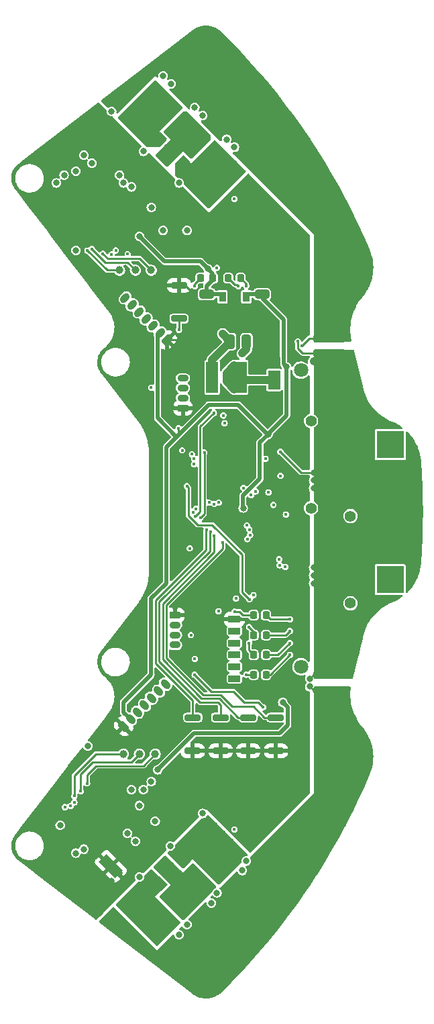
<source format=gbr>
%TF.GenerationSoftware,KiCad,Pcbnew,(6.0.11)*%
%TF.CreationDate,2024-04-02T23:15:31+09:00*%
%TF.ProjectId,ORION_VV_driver_v4,4f52494f-4e5f-4565-965f-647269766572,rev?*%
%TF.SameCoordinates,Original*%
%TF.FileFunction,Copper,L1,Top*%
%TF.FilePolarity,Positive*%
%FSLAX46Y46*%
G04 Gerber Fmt 4.6, Leading zero omitted, Abs format (unit mm)*
G04 Created by KiCad (PCBNEW (6.0.11)) date 2024-04-02 23:15:31*
%MOMM*%
%LPD*%
G01*
G04 APERTURE LIST*
G04 Aperture macros list*
%AMRoundRect*
0 Rectangle with rounded corners*
0 $1 Rounding radius*
0 $2 $3 $4 $5 $6 $7 $8 $9 X,Y pos of 4 corners*
0 Add a 4 corners polygon primitive as box body*
4,1,4,$2,$3,$4,$5,$6,$7,$8,$9,$2,$3,0*
0 Add four circle primitives for the rounded corners*
1,1,$1+$1,$2,$3*
1,1,$1+$1,$4,$5*
1,1,$1+$1,$6,$7*
1,1,$1+$1,$8,$9*
0 Add four rect primitives between the rounded corners*
20,1,$1+$1,$2,$3,$4,$5,0*
20,1,$1+$1,$4,$5,$6,$7,0*
20,1,$1+$1,$6,$7,$8,$9,0*
20,1,$1+$1,$8,$9,$2,$3,0*%
%AMHorizOval*
0 Thick line with rounded ends*
0 $1 width*
0 $2 $3 position (X,Y) of the first rounded end (center of the circle)*
0 $4 $5 position (X,Y) of the second rounded end (center of the circle)*
0 Add line between two ends*
20,1,$1,$2,$3,$4,$5,0*
0 Add two circle primitives to create the rounded ends*
1,1,$1,$2,$3*
1,1,$1,$4,$5*%
%AMRotRect*
0 Rectangle, with rotation*
0 The origin of the aperture is its center*
0 $1 length*
0 $2 width*
0 $3 Rotation angle, in degrees counterclockwise*
0 Add horizontal line*
21,1,$1,$2,0,0,$3*%
%AMFreePoly0*
4,1,9,3.862500,-0.866500,0.737500,-0.866500,0.737500,-0.450000,-0.737500,-0.450000,-0.737500,0.450000,0.737500,0.450000,0.737500,0.866500,3.862500,0.866500,3.862500,-0.866500,3.862500,-0.866500,$1*%
G04 Aperture macros list end*
%TA.AperFunction,ComponentPad*%
%ADD10RoundRect,0.225000X0.475000X-0.225000X0.475000X0.225000X-0.475000X0.225000X-0.475000X-0.225000X0*%
%TD*%
%TA.AperFunction,ComponentPad*%
%ADD11O,1.400000X0.900000*%
%TD*%
%TA.AperFunction,SMDPad,CuDef*%
%ADD12C,1.000000*%
%TD*%
%TA.AperFunction,SMDPad,CuDef*%
%ADD13R,0.900000X1.300000*%
%TD*%
%TA.AperFunction,SMDPad,CuDef*%
%ADD14FreePoly0,270.000000*%
%TD*%
%TA.AperFunction,SMDPad,CuDef*%
%ADD15RoundRect,0.218750X0.218750X0.256250X-0.218750X0.256250X-0.218750X-0.256250X0.218750X-0.256250X0*%
%TD*%
%TA.AperFunction,ComponentPad*%
%ADD16C,1.800000*%
%TD*%
%TA.AperFunction,SMDPad,CuDef*%
%ADD17RoundRect,0.200000X0.800000X-0.200000X0.800000X0.200000X-0.800000X0.200000X-0.800000X-0.200000X0*%
%TD*%
%TA.AperFunction,SMDPad,CuDef*%
%ADD18RoundRect,0.250000X0.325000X0.650000X-0.325000X0.650000X-0.325000X-0.650000X0.325000X-0.650000X0*%
%TD*%
%TA.AperFunction,SMDPad,CuDef*%
%ADD19RoundRect,0.250000X-0.325000X-0.650000X0.325000X-0.650000X0.325000X0.650000X-0.325000X0.650000X0*%
%TD*%
%TA.AperFunction,SMDPad,CuDef*%
%ADD20RoundRect,0.250000X1.775000X-0.262500X1.775000X0.262500X-1.775000X0.262500X-1.775000X-0.262500X0*%
%TD*%
%TA.AperFunction,SMDPad,CuDef*%
%ADD21RoundRect,0.250000X0.689429X0.229810X0.229810X0.689429X-0.689429X-0.229810X-0.229810X-0.689429X0*%
%TD*%
%TA.AperFunction,SMDPad,CuDef*%
%ADD22RoundRect,0.218750X-0.218750X-0.256250X0.218750X-0.256250X0.218750X0.256250X-0.218750X0.256250X0*%
%TD*%
%TA.AperFunction,SMDPad,CuDef*%
%ADD23RotRect,1.100000X1.450000X135.000000*%
%TD*%
%TA.AperFunction,SMDPad,CuDef*%
%ADD24RotRect,1.350000X2.899999X135.000000*%
%TD*%
%TA.AperFunction,ComponentPad*%
%ADD25C,1.400000*%
%TD*%
%TA.AperFunction,ComponentPad*%
%ADD26R,3.500000X3.500000*%
%TD*%
%TA.AperFunction,ComponentPad*%
%ADD27C,3.500000*%
%TD*%
%TA.AperFunction,ComponentPad*%
%ADD28RoundRect,0.225000X0.494975X0.176777X0.176777X0.494975X-0.494975X-0.176777X-0.176777X-0.494975X0*%
%TD*%
%TA.AperFunction,ComponentPad*%
%ADD29HorizOval,0.900000X0.176777X0.176777X-0.176777X-0.176777X0*%
%TD*%
%TA.AperFunction,SMDPad,CuDef*%
%ADD30RoundRect,0.250000X-0.229810X0.689429X-0.689429X0.229810X0.229810X-0.689429X0.689429X-0.229810X0*%
%TD*%
%TA.AperFunction,SMDPad,CuDef*%
%ADD31RoundRect,0.250000X0.650000X-0.325000X0.650000X0.325000X-0.650000X0.325000X-0.650000X-0.325000X0*%
%TD*%
%TA.AperFunction,SMDPad,CuDef*%
%ADD32R,1.500000X4.000000*%
%TD*%
%TA.AperFunction,SMDPad,CuDef*%
%ADD33R,1.500000X2.400000*%
%TD*%
%TA.AperFunction,SMDPad,CuDef*%
%ADD34R,1.500000X1.050000*%
%TD*%
%TA.AperFunction,SMDPad,CuDef*%
%ADD35RoundRect,0.200000X-0.800000X0.200000X-0.800000X-0.200000X0.800000X-0.200000X0.800000X0.200000X0*%
%TD*%
%TA.AperFunction,SMDPad,CuDef*%
%ADD36RoundRect,0.250000X-1.775000X0.262500X-1.775000X-0.262500X1.775000X-0.262500X1.775000X0.262500X0*%
%TD*%
%TA.AperFunction,ComponentPad*%
%ADD37RoundRect,0.225000X-0.475000X0.225000X-0.475000X-0.225000X0.475000X-0.225000X0.475000X0.225000X0*%
%TD*%
%TA.AperFunction,SMDPad,CuDef*%
%ADD38RoundRect,0.225000X-0.335876X-0.017678X-0.017678X-0.335876X0.335876X0.017678X0.017678X0.335876X0*%
%TD*%
%TA.AperFunction,ComponentPad*%
%ADD39RoundRect,0.225000X0.176777X-0.494975X0.494975X-0.176777X-0.176777X0.494975X-0.494975X0.176777X0*%
%TD*%
%TA.AperFunction,ComponentPad*%
%ADD40HorizOval,0.900000X-0.176777X0.176777X0.176777X-0.176777X0*%
%TD*%
%TA.AperFunction,SMDPad,CuDef*%
%ADD41RoundRect,0.225000X0.017678X-0.335876X0.335876X-0.017678X-0.017678X0.335876X-0.335876X0.017678X0*%
%TD*%
%TA.AperFunction,ComponentPad*%
%ADD42RoundRect,0.225000X-0.575000X0.225000X-0.575000X-0.225000X0.575000X-0.225000X0.575000X0.225000X0*%
%TD*%
%TA.AperFunction,SMDPad,CuDef*%
%ADD43RotRect,1.100000X1.450000X45.000000*%
%TD*%
%TA.AperFunction,SMDPad,CuDef*%
%ADD44RotRect,1.350000X2.899999X45.000000*%
%TD*%
%TA.AperFunction,SMDPad,CuDef*%
%ADD45RotRect,2.600000X2.600000X45.000000*%
%TD*%
%TA.AperFunction,ComponentPad*%
%ADD46C,0.500000*%
%TD*%
%TA.AperFunction,SMDPad,CuDef*%
%ADD47RotRect,2.600000X2.600000X315.000000*%
%TD*%
%TA.AperFunction,ViaPad*%
%ADD48C,0.800000*%
%TD*%
%TA.AperFunction,ViaPad*%
%ADD49C,0.400000*%
%TD*%
%TA.AperFunction,ViaPad*%
%ADD50C,1.000000*%
%TD*%
%TA.AperFunction,Conductor*%
%ADD51C,0.250000*%
%TD*%
%TA.AperFunction,Conductor*%
%ADD52C,1.000000*%
%TD*%
%TA.AperFunction,Conductor*%
%ADD53C,0.500000*%
%TD*%
G04 APERTURE END LIST*
D10*
%TO.P,J2,1,Pin_1*%
%TO.N,GND*%
X108500000Y-86875000D03*
D11*
%TO.P,J2,2,Pin_2*%
%TO.N,+5V*%
X108500000Y-85625000D03*
%TO.P,J2,3,Pin_3*%
%TO.N,/CAN_H*%
X108500000Y-84375000D03*
%TO.P,J2,4,Pin_4*%
%TO.N,/CAN_L*%
X108500000Y-83125000D03*
%TD*%
D12*
%TO.P,J10,1,Pin_1*%
%TO.N,/M1_VL*%
X103000000Y-130500000D03*
%TD*%
%TO.P,J8,1,Pin_1*%
%TO.N,/M0_WL*%
X100500000Y-69500000D03*
%TD*%
D13*
%TO.P,U2,1,OUT*%
%TO.N,+3V3*%
X116500000Y-72850000D03*
D14*
%TO.P,U2,2,GND*%
%TO.N,GND*%
X115000000Y-72937500D03*
D13*
%TO.P,U2,3,IN*%
%TO.N,+9V*%
X113500000Y-72850000D03*
%TD*%
D15*
%TO.P,D2,1,K*%
%TO.N,Net-(D2-Pad1)*%
X119000000Y-115500000D03*
%TO.P,D2,2,A*%
%TO.N,/LED_1*%
X117425000Y-115500000D03*
%TD*%
D16*
%TO.P,J16,1,Pin_1*%
%TO.N,/M1_CS*%
X123400000Y-119500000D03*
%TD*%
D17*
%TO.P,SW4,1,1*%
%TO.N,GND*%
X113250000Y-130100000D03*
%TO.P,SW4,2,2*%
%TO.N,/SW2*%
X113250000Y-125900000D03*
%TD*%
D18*
%TO.P,C37,1*%
%TO.N,/M0_CSL*%
X125975000Y-70500000D03*
%TO.P,C37,2*%
%TO.N,GND*%
X123025000Y-70500000D03*
%TD*%
%TO.P,C49,1*%
%TO.N,+9V*%
X114475000Y-78500000D03*
%TO.P,C49,2*%
%TO.N,GND*%
X111525000Y-78500000D03*
%TD*%
D19*
%TO.P,C48,1*%
%TO.N,+BATT*%
X116525000Y-78500000D03*
%TO.P,C48,2*%
%TO.N,GND*%
X119475000Y-78500000D03*
%TD*%
D12*
%TO.P,J7,1,Pin_1*%
%TO.N,/M0_VL*%
X102500000Y-69500000D03*
%TD*%
D20*
%TO.P,R26,1*%
%TO.N,+BATT*%
X127000000Y-80000000D03*
%TO.P,R26,2*%
%TO.N,/M0_CSL*%
X127000000Y-78125000D03*
%TD*%
D21*
%TO.P,C26,1*%
%TO.N,/M1_CSL*%
X125042983Y-136542983D03*
%TO.P,C26,2*%
%TO.N,GND*%
X122957017Y-134457017D03*
%TD*%
D17*
%TO.P,SW5,1,1*%
%TO.N,GND*%
X109750000Y-130100000D03*
%TO.P,SW5,2,2*%
%TO.N,/SW3*%
X109750000Y-125900000D03*
%TD*%
D16*
%TO.P,J19,1,Pin_1*%
%TO.N,GND*%
X123400000Y-112100000D03*
%TD*%
D22*
%TO.P,D14,1,K*%
%TO.N,Net-(D14-Pad1)*%
X110712500Y-70500000D03*
%TO.P,D14,2,A*%
%TO.N,+9V*%
X112287500Y-70500000D03*
%TD*%
D23*
%TO.P,J12,1,Pin_1*%
%TO.N,/M0_U*%
X105596016Y-53075558D03*
%TO.P,J12,2,Pin_2*%
%TO.N,/M0_V*%
X107010230Y-54489772D03*
%TO.P,J12,3,Pin_3*%
%TO.N,/M0_W*%
X108424443Y-55903985D03*
D24*
%TO.P,J12,4,Pin_4*%
%TO.N,GND*%
X99323981Y-55253448D03*
%TO.P,J12,5,Pin_5*%
X106246554Y-62176020D03*
%TD*%
D15*
%TO.P,D1,1,K*%
%TO.N,Net-(D1-Pad1)*%
X119000000Y-118000000D03*
%TO.P,D1,2,A*%
%TO.N,/LED_0*%
X117425000Y-118000000D03*
%TD*%
D18*
%TO.P,C36,1*%
%TO.N,/M0_CSL*%
X125975000Y-68000000D03*
%TO.P,C36,2*%
%TO.N,GND*%
X123025000Y-68000000D03*
%TD*%
D25*
%TO.P,J11,*%
%TO.N,*%
X124675000Y-99500000D03*
X124675000Y-88500000D03*
D26*
%TO.P,J11,1,Pin_1*%
%TO.N,GND*%
X134675000Y-91500000D03*
D27*
%TO.P,J11,2,Pin_2*%
%TO.N,+BATT*%
X134675000Y-96500000D03*
%TD*%
D28*
%TO.P,J6,1,Pin_1*%
%TO.N,GND*%
X106505204Y-78298097D03*
D29*
%TO.P,J6,2,Pin_2*%
%TO.N,+3V3*%
X105621321Y-77414214D03*
%TO.P,J6,3,Pin_3*%
%TO.N,/NSS_ENC0*%
X104737437Y-76530330D03*
%TO.P,J6,4,Pin_4*%
%TO.N,/SPI_CLK*%
X103853554Y-75646447D03*
%TO.P,J6,5,Pin_5*%
%TO.N,/SPI_MISO*%
X102969670Y-74762563D03*
%TO.P,J6,6,Pin_6*%
%TO.N,/SPI_MOSI*%
X102085787Y-73878680D03*
%TO.P,J6,7,Pin_7*%
%TO.N,/TEMP_1*%
X101201903Y-72994796D03*
%TD*%
D21*
%TO.P,C3,1*%
%TO.N,/M1_CSL*%
X119085966Y-142585966D03*
%TO.P,C3,2*%
%TO.N,GND*%
X117000000Y-140500000D03*
%TD*%
D30*
%TO.P,C25,1*%
%TO.N,/M0_CSL*%
X124542983Y-63457017D03*
%TO.P,C25,2*%
%TO.N,GND*%
X122457017Y-65542983D03*
%TD*%
D17*
%TO.P,SW3,1,1*%
%TO.N,GND*%
X116750000Y-130100000D03*
%TO.P,SW3,2,2*%
%TO.N,/SW1*%
X116750000Y-125900000D03*
%TD*%
D31*
%TO.P,C4,1*%
%TO.N,GND*%
X118500000Y-75475000D03*
%TO.P,C4,2*%
%TO.N,+3V3*%
X118500000Y-72525000D03*
%TD*%
D32*
%TO.P,L1,1,1*%
%TO.N,Net-(C46-Pad1)*%
X115800000Y-83000000D03*
%TO.P,L1,2,2*%
%TO.N,+9V*%
X112200000Y-83000000D03*
%TD*%
D33*
%TO.P,D20,1,K*%
%TO.N,Net-(C46-Pad1)*%
X120000000Y-83350000D03*
D34*
%TO.P,D20,2,A*%
%TO.N,GND*%
X120000000Y-80975000D03*
%TD*%
D15*
%TO.P,D4,1,K*%
%TO.N,Net-(D4-Pad1)*%
X119000000Y-120500000D03*
%TO.P,D4,2,A*%
%TO.N,+3V3*%
X117425000Y-120500000D03*
%TD*%
D35*
%TO.P,SW1,1,1*%
%TO.N,GND*%
X108000000Y-71400000D03*
%TO.P,SW1,2,2*%
%TO.N,/NRST*%
X108000000Y-75600000D03*
%TD*%
D18*
%TO.P,C34,1*%
%TO.N,/M0_CSL*%
X125975000Y-73500000D03*
%TO.P,C34,2*%
%TO.N,GND*%
X123025000Y-73500000D03*
%TD*%
D36*
%TO.P,R20,1*%
%TO.N,+BATT*%
X127000000Y-120562500D03*
%TO.P,R20,2*%
%TO.N,/M1_CSL*%
X127000000Y-122437500D03*
%TD*%
D12*
%TO.P,J1,1,Pin_1*%
%TO.N,/M0_UL*%
X104500000Y-69500000D03*
%TD*%
D18*
%TO.P,C33,1*%
%TO.N,/M1_CSL*%
X125975000Y-132000000D03*
%TO.P,C33,2*%
%TO.N,GND*%
X123025000Y-132000000D03*
%TD*%
%TO.P,C32,1*%
%TO.N,/M0_CSL*%
X125975000Y-76000000D03*
%TO.P,C32,2*%
%TO.N,GND*%
X123025000Y-76000000D03*
%TD*%
D31*
%TO.P,C2,1*%
%TO.N,GND*%
X111500000Y-75475000D03*
%TO.P,C2,2*%
%TO.N,+9V*%
X111500000Y-72525000D03*
%TD*%
D37*
%TO.P,J3,1,Pin_1*%
%TO.N,GND*%
X107500000Y-113000000D03*
D11*
%TO.P,J3,2,Pin_2*%
%TO.N,+5V*%
X107500000Y-114250000D03*
%TO.P,J3,3,Pin_3*%
%TO.N,/CAN_H*%
X107500000Y-115500000D03*
%TO.P,J3,4,Pin_4*%
%TO.N,/CAN_L*%
X107500000Y-116750000D03*
%TD*%
D38*
%TO.P,C38,1*%
%TO.N,GND*%
X97951992Y-150451992D03*
%TO.P,C38,2*%
%TO.N,/M1_CSL*%
X99048008Y-151548008D03*
%TD*%
D18*
%TO.P,C10,1*%
%TO.N,/M1_CSL*%
X125975000Y-124500000D03*
%TO.P,C10,2*%
%TO.N,GND*%
X123025000Y-124500000D03*
%TD*%
D25*
%TO.P,J15,*%
%TO.N,*%
X129650000Y-111500000D03*
X129650000Y-100500000D03*
D26*
%TO.P,J15,1,Pin_1*%
%TO.N,GND*%
X134650000Y-108500000D03*
D27*
%TO.P,J15,2,Pin_2*%
%TO.N,+BATT*%
X134650000Y-103500000D03*
%TD*%
D16*
%TO.P,J17,1,Pin_1*%
%TO.N,GND*%
X123400000Y-85600000D03*
%TD*%
D39*
%TO.P,J5,1,Pin_1*%
%TO.N,GND*%
X101000000Y-127000000D03*
D40*
%TO.P,J5,2,Pin_2*%
%TO.N,+3V3*%
X101883883Y-126116117D03*
%TO.P,J5,3,Pin_3*%
%TO.N,/NSS_ENC1*%
X102767767Y-125232233D03*
%TO.P,J5,4,Pin_4*%
%TO.N,/SPI_CLK*%
X103651650Y-124348350D03*
%TO.P,J5,5,Pin_5*%
%TO.N,/SPI_MISO*%
X104535534Y-123464466D03*
%TO.P,J5,6,Pin_6*%
%TO.N,/SPI_MOSI*%
X105419417Y-122580583D03*
%TO.P,J5,7,Pin_7*%
%TO.N,/TEMP_0*%
X106303301Y-121696699D03*
%TD*%
D15*
%TO.P,D3,1,K*%
%TO.N,Net-(D3-Pad1)*%
X119000000Y-113000000D03*
%TO.P,D3,2,A*%
%TO.N,/LED_2*%
X117425000Y-113000000D03*
%TD*%
D12*
%TO.P,J9,1,Pin_1*%
%TO.N,/M1_UL*%
X101000000Y-130500000D03*
%TD*%
D41*
%TO.P,C39,1*%
%TO.N,GND*%
X97951992Y-49548008D03*
%TO.P,C39,2*%
%TO.N,/M0_CSL*%
X99048008Y-48451992D03*
%TD*%
D12*
%TO.P,J14,1,Pin_1*%
%TO.N,/M1_WL*%
X105000000Y-130500000D03*
%TD*%
D22*
%TO.P,D15,1,K*%
%TO.N,Net-(D15-Pad1)*%
X114212500Y-70500000D03*
%TO.P,D15,2,A*%
%TO.N,+BATT*%
X115787500Y-70500000D03*
%TD*%
D42*
%TO.P,J4,1,Pin_1*%
%TO.N,GND*%
X115000000Y-113500000D03*
%TO.P,J4,2,Pin_2*%
%TO.N,Net-(D5-Pad2)*%
X115000000Y-115000000D03*
%TO.P,J4,3,Pin_3*%
%TO.N,/SWCLK*%
X115000000Y-116500000D03*
%TO.P,J4,4,Pin_4*%
%TO.N,/SWDIO*%
X115000000Y-118000000D03*
%TO.P,J4,5,Pin_5*%
%TO.N,/UART1_TX*%
X115000000Y-119500000D03*
%TO.P,J4,6,Pin_6*%
%TO.N,/UART1_RX*%
X115000000Y-121000000D03*
%TD*%
D18*
%TO.P,C31,1*%
%TO.N,/M1_CSL*%
X125975000Y-129500000D03*
%TO.P,C31,2*%
%TO.N,GND*%
X123025000Y-129500000D03*
%TD*%
D30*
%TO.P,C30,1*%
%TO.N,/M0_CSL*%
X120542983Y-59457017D03*
%TO.P,C30,2*%
%TO.N,GND*%
X118457017Y-61542983D03*
%TD*%
D18*
%TO.P,C35,1*%
%TO.N,/M1_CSL*%
X125975000Y-127000000D03*
%TO.P,C35,2*%
%TO.N,GND*%
X123025000Y-127000000D03*
%TD*%
D21*
%TO.P,C1,1*%
%TO.N,/M1_CSL*%
X121042983Y-140542983D03*
%TO.P,C1,2*%
%TO.N,GND*%
X118957017Y-138457017D03*
%TD*%
%TO.P,C28,1*%
%TO.N,/M1_CSL*%
X123042983Y-138542983D03*
%TO.P,C28,2*%
%TO.N,GND*%
X120957017Y-136457017D03*
%TD*%
D30*
%TO.P,C27,1*%
%TO.N,/M0_CSL*%
X122542983Y-61457017D03*
%TO.P,C27,2*%
%TO.N,GND*%
X120457017Y-63542983D03*
%TD*%
D16*
%TO.P,J18,1,Pin_1*%
%TO.N,/M0_CS*%
X123400000Y-82100000D03*
%TD*%
D30*
%TO.P,C29,1*%
%TO.N,/M0_CSL*%
X118542983Y-57457017D03*
%TO.P,C29,2*%
%TO.N,GND*%
X116457017Y-59542983D03*
%TD*%
D43*
%TO.P,J13,1,Pin_1*%
%TO.N,/M1_U*%
X108500000Y-144000000D03*
%TO.P,J13,2,Pin_2*%
%TO.N,/M1_V*%
X107085786Y-145414214D03*
%TO.P,J13,3,Pin_3*%
%TO.N,/M1_W*%
X105671573Y-146828427D03*
D44*
%TO.P,J13,4,Pin_4*%
%TO.N,GND*%
X106322110Y-137727965D03*
%TO.P,J13,5,Pin_5*%
X99399538Y-144650538D03*
%TD*%
D17*
%TO.P,SW2,1,1*%
%TO.N,GND*%
X120250000Y-130100000D03*
%TO.P,SW2,2,2*%
%TO.N,/SW0*%
X120250000Y-125900000D03*
%TD*%
D45*
%TO.P,GD2,25,PAD*%
%TO.N,GND*%
X98000000Y-63000000D03*
D46*
X97257538Y-62257538D03*
X98000000Y-64484924D03*
X97257538Y-63742462D03*
X99484924Y-63000000D03*
X98742462Y-63742462D03*
X98742462Y-62257538D03*
X98000000Y-61515076D03*
X98000000Y-63000000D03*
X96515076Y-63000000D03*
%TD*%
%TO.P,GD1,25,PAD*%
%TO.N,GND*%
X96772614Y-137000000D03*
X98257538Y-135515076D03*
X99000000Y-137742462D03*
X97515076Y-136257538D03*
X99000000Y-136257538D03*
X99742462Y-137000000D03*
X98257538Y-138484924D03*
D47*
X98257538Y-137000000D03*
D46*
X97515076Y-137742462D03*
X98257538Y-137000000D03*
%TD*%
D48*
%TO.N,/M1_W*%
X104000000Y-148500000D03*
X103000000Y-149500000D03*
X103000000Y-151500000D03*
X102000000Y-150500000D03*
X106000000Y-150500000D03*
X104000000Y-152500000D03*
X105000000Y-149500000D03*
X103000000Y-148500000D03*
X104000000Y-149500000D03*
X102000000Y-149500000D03*
X95000000Y-143000000D03*
X105000000Y-150500000D03*
X104000000Y-150500000D03*
X106000000Y-152500000D03*
X107000000Y-151500000D03*
X105000000Y-152500000D03*
X103000000Y-150500000D03*
X106000000Y-151500000D03*
X104000000Y-151500000D03*
X108000000Y-153300000D03*
X105000000Y-151500000D03*
%TO.N,/M1_V*%
X107000000Y-146500000D03*
X109000000Y-147500000D03*
X108000000Y-146500000D03*
X108000000Y-147500000D03*
X110000000Y-148500000D03*
X109000000Y-145500000D03*
X109000000Y-148500000D03*
X108000000Y-148500000D03*
X107000000Y-145500000D03*
X110000000Y-146500000D03*
X107000000Y-144500000D03*
X109000000Y-146500000D03*
X101500000Y-140500000D03*
X108000000Y-145500000D03*
X111000000Y-147500000D03*
X110000000Y-147500000D03*
X109000000Y-149500000D03*
X112100000Y-149300000D03*
X107000000Y-147500000D03*
X106000000Y-145500000D03*
%TO.N,/M1_U*%
X113500000Y-142500000D03*
X110500000Y-141500000D03*
X113500000Y-143500000D03*
X113500000Y-141500000D03*
X111500000Y-139500000D03*
X112500000Y-139500000D03*
X111500000Y-142500000D03*
X112500000Y-144500000D03*
X116000000Y-145200000D03*
X113500000Y-144500000D03*
X110500000Y-140500000D03*
X112500000Y-142500000D03*
X114500000Y-141500000D03*
X113500000Y-140500000D03*
X111500000Y-143500000D03*
X111500000Y-140500000D03*
X112500000Y-140500000D03*
X112500000Y-143500000D03*
X114500000Y-142500000D03*
X111500000Y-141500000D03*
X103000000Y-137000000D03*
X110500000Y-142500000D03*
X114500000Y-143500000D03*
X112500000Y-141500000D03*
%TO.N,/M0_W*%
X115000000Y-58000000D03*
X112000000Y-60000000D03*
X111000000Y-58000000D03*
X115000000Y-57000000D03*
X113000000Y-57000000D03*
X115000000Y-54000000D03*
X111000000Y-60000000D03*
X115000000Y-56000000D03*
X112000000Y-58000000D03*
X111000000Y-59000000D03*
X112000000Y-56000000D03*
X109000000Y-64500000D03*
X113000000Y-59000000D03*
X113000000Y-60000000D03*
X114000000Y-57000000D03*
X112000000Y-59000000D03*
X113000000Y-58000000D03*
X114000000Y-56000000D03*
X111000000Y-57000000D03*
X112000000Y-57000000D03*
X113000000Y-55000000D03*
X114000000Y-58000000D03*
X113000000Y-56000000D03*
X114000000Y-59000000D03*
X112000000Y-61000000D03*
%TO.N,/M0_V*%
X108500000Y-54000000D03*
X109500000Y-53000000D03*
X108500000Y-51000000D03*
X109500000Y-52000000D03*
X107500000Y-54000000D03*
X106500000Y-55000000D03*
X108500000Y-52000000D03*
X101000000Y-58500000D03*
X110500000Y-53000000D03*
X107500000Y-55000000D03*
X108500000Y-53000000D03*
X111000000Y-50000000D03*
X109500000Y-54000000D03*
X107500000Y-52000000D03*
X109500000Y-51000000D03*
X106500000Y-54000000D03*
X110500000Y-52000000D03*
X107500000Y-53000000D03*
D49*
%TO.N,/M1_UL*%
X94800000Y-135800000D03*
X121400000Y-106900000D03*
%TO.N,/M1_VL*%
X95600000Y-135200000D03*
X120700000Y-106700000D03*
%TO.N,/M1_WL*%
X120657274Y-105957274D03*
X96400000Y-134200000D03*
%TO.N,/M1_UH*%
X116140734Y-96940734D03*
X93600000Y-137200000D03*
%TO.N,/M1_VH*%
X117080144Y-97838388D03*
X94336222Y-137044970D03*
%TO.N,/M1_WH*%
X94800000Y-136600000D03*
X117700000Y-97400000D03*
%TO.N,/M0_UL*%
X98400000Y-67400000D03*
X109900000Y-93975500D03*
%TO.N,/M0_VL*%
X109908166Y-93250078D03*
X97000000Y-66800000D03*
%TO.N,/M0_WL*%
X96443376Y-67022650D03*
X109650500Y-92705956D03*
%TO.N,/M0_UH*%
X101524598Y-67475402D03*
X118922806Y-93277194D03*
%TO.N,/M0_VH*%
X120824500Y-95424500D03*
X100017299Y-66992701D03*
%TO.N,/M0_WH*%
X99500000Y-67500000D03*
X119300000Y-97500000D03*
D48*
%TO.N,+BATT*%
X125000000Y-109000000D03*
X125000000Y-95000000D03*
D49*
X120800000Y-92400000D03*
X122997086Y-78483351D03*
D48*
X125000000Y-96000000D03*
X130500000Y-97000000D03*
D49*
X116500000Y-71500000D03*
D48*
X130500000Y-109000000D03*
X130500000Y-107000000D03*
D50*
X125000000Y-81000000D03*
D48*
X130500000Y-108000000D03*
X130500000Y-96000000D03*
X125000000Y-97000000D03*
X130500000Y-95000000D03*
X125000000Y-107000000D03*
D50*
X116000000Y-80000000D03*
D48*
X125000000Y-108000000D03*
X124500000Y-121000000D03*
%TO.N,/M0_U*%
X104500000Y-47000000D03*
X104500000Y-51000000D03*
X103500000Y-49000000D03*
X102500000Y-49000000D03*
X103500000Y-52000000D03*
X103500000Y-48000000D03*
X104500000Y-48000000D03*
X96000000Y-55000000D03*
X103500000Y-51000000D03*
X102500000Y-50000000D03*
X105500000Y-50000000D03*
X102500000Y-51000000D03*
X104500000Y-49000000D03*
X105500000Y-47000000D03*
X107000000Y-46000000D03*
X105500000Y-48000000D03*
X103500000Y-50000000D03*
X104500000Y-50000000D03*
X105500000Y-49000000D03*
X106500000Y-48000000D03*
X106500000Y-49000000D03*
D49*
%TO.N,Net-(D1-Pad1)*%
X122000000Y-116500000D03*
%TO.N,Net-(D2-Pad1)*%
X122000000Y-115000000D03*
%TO.N,Net-(D3-Pad1)*%
X122000000Y-113500000D03*
%TO.N,Net-(D4-Pad1)*%
X122000000Y-118000000D03*
%TO.N,/SW0*%
X113500000Y-103800000D03*
%TO.N,/SW1*%
X112400403Y-103004957D03*
%TO.N,/M1_CS*%
X116900000Y-111000000D03*
X109000695Y-96717325D03*
%TO.N,/M0_CS*%
X111200000Y-92500000D03*
X110700000Y-100700000D03*
%TO.N,/CAN_L*%
X113759500Y-88800000D03*
%TO.N,/SW2*%
X112020189Y-102494676D03*
%TO.N,/SW3*%
X111498792Y-102198792D03*
%TO.N,/CAN_H*%
X113600000Y-87800000D03*
%TO.N,/SWDIO*%
X119920878Y-99079122D03*
X115200000Y-110900000D03*
%TO.N,/SWCLK*%
X121500000Y-100300000D03*
X113000000Y-112500000D03*
%TO.N,/UART1_TX*%
X109500000Y-115500000D03*
X112452261Y-98975500D03*
%TO.N,/UART1_RX*%
X110000000Y-118500000D03*
X113025500Y-98800000D03*
%TO.N,/NSS_ENC0*%
X116579122Y-101679122D03*
%TO.N,/NRST*%
X108000000Y-77000000D03*
X109360924Y-104560924D03*
X104500000Y-84300000D03*
D48*
%TO.N,+3V3*%
X119256115Y-90176238D03*
X121600250Y-81699750D03*
D49*
X116500000Y-120500000D03*
X107950000Y-89450000D03*
D48*
X116108573Y-99486525D03*
%TO.N,GND*%
X108500000Y-137500000D03*
X109500000Y-138500000D03*
X124000000Y-130500000D03*
X122500000Y-133500000D03*
X124000000Y-127500000D03*
X93000000Y-54500000D03*
X123500000Y-93500000D03*
X119500000Y-66000000D03*
X94000000Y-146500000D03*
X120500000Y-63000000D03*
X100500000Y-52500000D03*
X96000000Y-51500000D03*
X121500000Y-70000000D03*
X119000000Y-133000000D03*
X124000000Y-126500000D03*
D49*
X107800000Y-104080000D03*
D48*
X94000000Y-53500000D03*
X112500000Y-135500000D03*
X119500000Y-138500000D03*
X107500000Y-112000000D03*
X112500000Y-137500000D03*
X119500000Y-134500000D03*
X112500000Y-63000000D03*
X120500000Y-65000000D03*
X95000000Y-147500000D03*
X124000000Y-73000000D03*
X123500000Y-134500000D03*
X101000000Y-85000000D03*
D49*
X116698942Y-100623992D03*
D48*
X122000000Y-75000000D03*
X117500000Y-68000000D03*
X116500000Y-141500000D03*
X101500000Y-53500000D03*
X116500000Y-67000000D03*
X116500000Y-69000000D03*
X123500000Y-66000000D03*
D49*
X117300000Y-101000000D03*
D48*
X118500000Y-69000000D03*
X115500000Y-138500000D03*
D49*
X110000000Y-119500000D03*
D48*
X92000000Y-55500000D03*
X119500000Y-70000000D03*
X120500000Y-71000000D03*
X122500000Y-67000000D03*
X116500000Y-137500000D03*
X110500000Y-133500000D03*
X116500000Y-131500000D03*
X111500000Y-66000000D03*
X124000000Y-76000000D03*
D49*
X116200000Y-95700000D03*
D48*
X116500000Y-133500000D03*
X105000000Y-57500000D03*
D49*
X119500000Y-98300000D03*
D48*
X115000000Y-76000000D03*
X120500000Y-133000000D03*
X112500000Y-67000000D03*
X117500000Y-134500000D03*
X95000000Y-52500000D03*
X110500000Y-135500000D03*
X124000000Y-131500000D03*
X112500000Y-133500000D03*
X97000000Y-50500000D03*
X100500000Y-147500000D03*
X115500000Y-132500000D03*
X119150000Y-88650000D03*
D49*
X116200000Y-94600000D03*
D48*
X118500000Y-67000000D03*
X116500000Y-61000000D03*
X124000000Y-128500000D03*
X124000000Y-72000000D03*
X117500000Y-140500000D03*
X108500000Y-139500000D03*
X118500000Y-139500000D03*
X115500000Y-64000000D03*
X124000000Y-69000000D03*
X117500000Y-60000000D03*
X92000000Y-144500000D03*
D49*
X107800000Y-105300000D03*
D48*
X113500000Y-134500000D03*
X124000000Y-75000000D03*
X115500000Y-68000000D03*
X115500000Y-62000000D03*
X121500000Y-66000000D03*
X116500000Y-63000000D03*
X124000000Y-124500000D03*
X116500000Y-59000000D03*
X107500000Y-60500000D03*
D49*
X115700000Y-92900000D03*
D48*
X101000000Y-122500000D03*
X117500000Y-133000000D03*
X100500000Y-54500000D03*
X113500000Y-64000000D03*
X121500000Y-64000000D03*
X124000000Y-71000000D03*
D49*
X115425000Y-98975500D03*
D48*
X121500000Y-68000000D03*
X118500000Y-63000000D03*
D49*
X116724500Y-98975500D03*
D48*
X109000000Y-77500000D03*
X93000000Y-145500000D03*
X119500000Y-68000000D03*
X116500000Y-139500000D03*
X99500000Y-146500000D03*
X118500000Y-137500000D03*
D49*
X104700000Y-121500000D03*
D48*
X90500000Y-62000000D03*
X113500000Y-136500000D03*
X117500000Y-62000000D03*
X124000000Y-125500000D03*
X107500000Y-67000000D03*
X101500000Y-146500000D03*
X110012299Y-62512299D03*
X119500000Y-64000000D03*
D49*
X118500000Y-97600000D03*
D48*
X120500000Y-67000000D03*
X122500000Y-135500000D03*
X120500000Y-135500000D03*
X121500000Y-136500000D03*
D49*
X112800000Y-88900000D03*
D48*
X106000000Y-58500000D03*
X123500000Y-115000000D03*
X123500000Y-96000000D03*
X117500000Y-64000000D03*
X124000000Y-132500000D03*
X118500000Y-135500000D03*
X124000000Y-129500000D03*
D49*
X115488222Y-100024500D03*
D48*
X123500000Y-106000000D03*
X118500000Y-65000000D03*
X121500000Y-134500000D03*
D49*
X111400000Y-90500000D03*
D48*
X111500000Y-136500000D03*
X113500000Y-62000000D03*
X107500000Y-138500000D03*
X120500000Y-69000000D03*
X124000000Y-74000000D03*
X119500000Y-62000000D03*
X119500000Y-136500000D03*
X117500000Y-138500000D03*
X111500000Y-134500000D03*
X123500000Y-110000000D03*
X104500000Y-142000000D03*
D49*
X109200000Y-90000000D03*
D48*
X110500000Y-65000000D03*
X116500000Y-135500000D03*
X115500000Y-136500000D03*
X122500000Y-65000000D03*
X112500000Y-65000000D03*
X102500000Y-121000000D03*
X116500000Y-65000000D03*
X109500000Y-134500000D03*
X105387701Y-142500000D03*
X100500000Y-145500000D03*
X101000000Y-115000000D03*
D49*
X118400000Y-101300000D03*
D48*
X120500000Y-137500000D03*
X123500000Y-117500000D03*
X117500000Y-66000000D03*
X123500000Y-104000000D03*
X123000000Y-123000000D03*
X123500000Y-108000000D03*
X99500000Y-53500000D03*
X124000000Y-68000000D03*
X117500000Y-136500000D03*
X113500000Y-138500000D03*
X124000000Y-70000000D03*
X115500000Y-66000000D03*
D49*
X103500000Y-122500000D03*
D48*
X123500000Y-98500000D03*
X123500000Y-91000000D03*
X107000000Y-62000000D03*
X111500000Y-64000000D03*
X124000000Y-123500000D03*
X118500000Y-61000000D03*
X113500000Y-66000000D03*
X115500000Y-134500000D03*
D49*
%TO.N,/LED_0*%
X116850500Y-116500000D03*
%TO.N,/LED_1*%
X116850500Y-114500000D03*
%TO.N,/LED_2*%
X115042110Y-112542110D03*
%TO.N,/TEMP_FET_0*%
X112800000Y-69200000D03*
X108400000Y-92200000D03*
X115000000Y-60500000D03*
%TO.N,/TEMP_0*%
X109755406Y-100050892D03*
%TO.N,/TEMP_FET_1*%
X115000000Y-140000000D03*
X109987750Y-120512250D03*
X111800000Y-98800000D03*
X118600000Y-124600000D03*
%TO.N,/SPI_CLK*%
X116878183Y-102198705D03*
%TO.N,/SPI_MISO*%
X116979122Y-102879122D03*
%TO.N,/SPI_MOSI*%
X116625500Y-103403622D03*
%TO.N,/NSS_ENC1*%
X117400000Y-110475500D03*
%TO.N,/TEMP_1*%
X110150500Y-99600000D03*
D48*
%TO.N,/M1_CSL*%
X121000000Y-142500000D03*
X131000000Y-133500000D03*
X124000000Y-139500000D03*
X121000000Y-143500000D03*
X112000000Y-158500000D03*
X117000000Y-153500000D03*
X112000000Y-159500000D03*
X124000000Y-145500000D03*
X128000000Y-133500000D03*
X120000000Y-151500000D03*
X130000000Y-130500000D03*
X125000000Y-137500000D03*
X129000000Y-134500000D03*
X130000000Y-134500000D03*
X129000000Y-127500000D03*
X125000000Y-136500000D03*
X126000000Y-134500000D03*
X128000000Y-126500000D03*
X131000000Y-131500000D03*
X126000000Y-139500000D03*
X127000000Y-128500000D03*
X126000000Y-136500000D03*
X123000000Y-146500000D03*
X115000000Y-155500000D03*
X128000000Y-129500000D03*
X127000000Y-132500000D03*
X128000000Y-135500000D03*
X126000000Y-131500000D03*
X127000000Y-135500000D03*
X119000000Y-144500000D03*
X100000000Y-152500000D03*
X123000000Y-141500000D03*
X122000000Y-148500000D03*
X126000000Y-130500000D03*
X123000000Y-144500000D03*
X125000000Y-142500000D03*
X130000000Y-133500000D03*
X127000000Y-139500000D03*
X120000000Y-141500000D03*
X123000000Y-140500000D03*
X113000000Y-157500000D03*
X113000000Y-158500000D03*
X124500000Y-122000000D03*
X131000000Y-128500000D03*
X119000000Y-150500000D03*
X124000000Y-141500000D03*
X131000000Y-132500000D03*
X123000000Y-145500000D03*
X111000000Y-159500000D03*
X127000000Y-130500000D03*
X129000000Y-130500000D03*
X122000000Y-149500000D03*
X128000000Y-134500000D03*
X126000000Y-128500000D03*
X130000000Y-132500000D03*
X119000000Y-151500000D03*
X124000000Y-142500000D03*
X126000000Y-129500000D03*
X120000000Y-142500000D03*
X126000000Y-141500000D03*
X125000000Y-140500000D03*
X129000000Y-133500000D03*
X126000000Y-142500000D03*
X129000000Y-129500000D03*
X128000000Y-139500000D03*
X125000000Y-144500000D03*
X129000000Y-132500000D03*
X110000000Y-159500000D03*
X113000000Y-156500000D03*
X129000000Y-126500000D03*
X127000000Y-141500000D03*
X122000000Y-141500000D03*
X129000000Y-131500000D03*
X114000000Y-156500000D03*
X129000000Y-135500000D03*
X126000000Y-132500000D03*
X127000000Y-131500000D03*
X114000000Y-157500000D03*
X120000000Y-150500000D03*
X127000000Y-133500000D03*
X121000000Y-145500000D03*
X130000000Y-126500000D03*
X125000000Y-143500000D03*
X128000000Y-127500000D03*
X122000000Y-143500000D03*
X120000000Y-143500000D03*
X109000000Y-159500000D03*
X130000000Y-127500000D03*
X130000000Y-135500000D03*
X106000000Y-156500000D03*
X116000000Y-154500000D03*
X128000000Y-136500000D03*
X129000000Y-137500000D03*
X127000000Y-137500000D03*
X118000000Y-151500000D03*
X115000000Y-156500000D03*
X124000000Y-144500000D03*
X129000000Y-128500000D03*
X123000000Y-138500000D03*
X121000000Y-141500000D03*
X101000000Y-153500000D03*
X124000000Y-137500000D03*
X127000000Y-138500000D03*
X127000000Y-129500000D03*
X128000000Y-132500000D03*
X107000000Y-157500000D03*
X121000000Y-144500000D03*
X122000000Y-139500000D03*
X124000000Y-140500000D03*
X123000000Y-142500000D03*
X128000000Y-131500000D03*
X128000000Y-138500000D03*
X119000000Y-142500000D03*
X120966988Y-149572211D03*
X122000000Y-140500000D03*
X117000000Y-154500000D03*
X115000000Y-154500000D03*
X130000000Y-128500000D03*
X111000000Y-158500000D03*
X125000000Y-139500000D03*
X117000000Y-152500000D03*
X112000000Y-157500000D03*
X128000000Y-137500000D03*
X121000000Y-140500000D03*
X121000000Y-150500000D03*
X126000000Y-143500000D03*
X120000000Y-149500000D03*
X126000000Y-133500000D03*
X126000000Y-140500000D03*
X121000000Y-148500000D03*
X123000000Y-143500000D03*
X111000000Y-160500000D03*
X127000000Y-140500000D03*
X122000000Y-142500000D03*
X124000000Y-143500000D03*
X114000000Y-155500000D03*
X118000000Y-153500000D03*
X127000000Y-136500000D03*
X128000000Y-130500000D03*
X124000000Y-138500000D03*
X127000000Y-127500000D03*
X118000000Y-152500000D03*
X126000000Y-135500000D03*
X130000000Y-131500000D03*
X128000000Y-128500000D03*
X121000000Y-146500000D03*
X120000000Y-145500000D03*
X123000000Y-139500000D03*
X125000000Y-141500000D03*
X126000000Y-138500000D03*
X108000000Y-158500000D03*
X125000000Y-138500000D03*
X118000000Y-143500000D03*
X116000000Y-155500000D03*
X131000000Y-130500000D03*
X119000000Y-152500000D03*
X126000000Y-137500000D03*
X120000000Y-144500000D03*
X131000000Y-129500000D03*
X129000000Y-125500000D03*
X119000000Y-143500000D03*
X122000000Y-145500000D03*
X130000000Y-129500000D03*
X116000000Y-153500000D03*
X129000000Y-136500000D03*
X122000000Y-147500000D03*
X127000000Y-134500000D03*
X122000000Y-144500000D03*
X122000000Y-146500000D03*
%TO.N,/M0_CSL*%
X126000000Y-66500000D03*
X130000000Y-71500000D03*
X127000000Y-67500000D03*
X121000000Y-49500000D03*
X130000000Y-67500000D03*
X128000000Y-65500000D03*
X115000000Y-44500000D03*
X125000000Y-59500000D03*
X116000000Y-45500000D03*
X128000000Y-68500000D03*
X127000000Y-61500000D03*
X121000000Y-51500000D03*
X110000000Y-40500000D03*
X121000000Y-57500000D03*
X126000000Y-62500000D03*
X131000000Y-70500000D03*
X125000000Y-63500000D03*
X123000000Y-55500000D03*
X121000000Y-55500000D03*
X126000000Y-56500000D03*
X128000000Y-64500000D03*
X128000000Y-62500000D03*
X120000000Y-49500000D03*
X120000000Y-55500000D03*
X123000000Y-53500000D03*
X122000000Y-59500000D03*
X123000000Y-60500000D03*
D49*
X123524500Y-79000000D03*
D48*
X127000000Y-72500000D03*
X124000000Y-62500000D03*
X129000000Y-62500000D03*
X128000000Y-67500000D03*
X116000000Y-46500000D03*
X121000000Y-50500000D03*
X126000000Y-67500000D03*
X126000000Y-61500000D03*
X124000000Y-57500000D03*
X123000000Y-56500000D03*
X123000000Y-59500000D03*
X111000000Y-39500000D03*
X123000000Y-54500000D03*
X118000000Y-47500000D03*
X121000000Y-53500000D03*
X125000000Y-57500000D03*
X131000000Y-71500000D03*
X130000000Y-66500000D03*
X127000000Y-66500000D03*
X124000000Y-55500000D03*
X100000000Y-47500000D03*
X114000000Y-44500000D03*
X118000000Y-56500000D03*
X127000000Y-69500000D03*
X127000000Y-63500000D03*
X112000000Y-40500000D03*
X129000000Y-67500000D03*
X124000000Y-61500000D03*
X128000000Y-60500000D03*
X122000000Y-52500000D03*
X120000000Y-57500000D03*
X130000000Y-64500000D03*
X126000000Y-68500000D03*
X119000000Y-55500000D03*
X128000000Y-69500000D03*
X115000000Y-45500000D03*
X117000000Y-47500000D03*
X109000000Y-40500000D03*
X120000000Y-58500000D03*
X130000000Y-72500000D03*
X125000000Y-58500000D03*
X130000000Y-65500000D03*
X131000000Y-68500000D03*
X113000000Y-42500000D03*
X122000000Y-50500000D03*
X126000000Y-64500000D03*
X101000000Y-46500000D03*
X118000000Y-48500000D03*
X111000000Y-41500000D03*
X127000000Y-59500000D03*
X128000000Y-61500000D03*
X126000000Y-59500000D03*
X121000000Y-56500000D03*
X120000000Y-56500000D03*
X113000000Y-41500000D03*
X126000000Y-71500000D03*
X127000000Y-68500000D03*
X129000000Y-66500000D03*
X119000000Y-47500000D03*
X113000000Y-43500000D03*
X121000000Y-58500000D03*
X118000000Y-46500000D03*
X125000000Y-56500000D03*
X111000000Y-40500000D03*
X128000000Y-70500000D03*
X130000000Y-69500000D03*
X123000000Y-61500000D03*
X122000000Y-57500000D03*
X126000000Y-69500000D03*
X107000000Y-42500000D03*
X129000000Y-74500000D03*
X125000000Y-60500000D03*
X123000000Y-57500000D03*
X127000000Y-70500000D03*
X122000000Y-58500000D03*
X128000000Y-66500000D03*
X124000000Y-58500000D03*
X126000000Y-63500000D03*
X128000000Y-72500000D03*
X114000000Y-43500000D03*
X129000000Y-65500000D03*
X131000000Y-67500000D03*
X130000000Y-70500000D03*
X126000000Y-57500000D03*
X122000000Y-54500000D03*
X126000000Y-60500000D03*
X129000000Y-72500000D03*
X122000000Y-60500000D03*
X127000000Y-64500000D03*
X129000000Y-69500000D03*
X112000000Y-42500000D03*
X125000000Y-61500000D03*
X124000000Y-60500000D03*
X127000000Y-71500000D03*
X127000000Y-62500000D03*
X129000000Y-64500000D03*
X124000000Y-54500000D03*
X117000000Y-45500000D03*
X129000000Y-68500000D03*
X129000000Y-63500000D03*
X120000000Y-48500000D03*
X119000000Y-48500000D03*
X127000000Y-60500000D03*
X122000000Y-56500000D03*
X127000000Y-58500000D03*
X121000000Y-59500000D03*
X114000000Y-42500000D03*
X129000000Y-73500000D03*
X128000000Y-71500000D03*
X120000000Y-54500000D03*
X131000000Y-66500000D03*
X125000000Y-55500000D03*
X128000000Y-73500000D03*
X119000000Y-57500000D03*
X119000000Y-49500000D03*
X124000000Y-59500000D03*
X122000000Y-55500000D03*
X126000000Y-70500000D03*
X127000000Y-65500000D03*
X119000000Y-56500000D03*
X128000000Y-63500000D03*
X115000000Y-43500000D03*
X112000000Y-41500000D03*
X123000000Y-58500000D03*
X117000000Y-46500000D03*
X126000000Y-65500000D03*
X122000000Y-53500000D03*
X129000000Y-71500000D03*
X126000000Y-58500000D03*
X130000000Y-73500000D03*
X129000000Y-70500000D03*
X120000000Y-50500000D03*
X124000000Y-56500000D03*
X108000000Y-41500000D03*
X125000000Y-62500000D03*
X121000000Y-54500000D03*
X116000000Y-44500000D03*
X130000000Y-68500000D03*
X122000000Y-51500000D03*
X131000000Y-69500000D03*
D49*
%TO.N,Net-(D14-Pad1)*%
X110000000Y-71500000D03*
%TO.N,Net-(D15-Pad1)*%
X115500000Y-71500000D03*
D48*
%TO.N,Net-(Q1-Pad4)*%
X105000000Y-139000000D03*
X116500000Y-144000000D03*
%TO.N,Net-(Q2-Pad4)*%
X104500000Y-134000000D03*
X111000000Y-138000000D03*
%TO.N,Net-(Q3-Pad4)*%
X106000000Y-45000000D03*
X97012299Y-56000000D03*
%TO.N,Net-(Q4-Pad4)*%
X99500000Y-49500000D03*
X92500000Y-58500000D03*
%TO.N,Net-(Q5-Pad4)*%
X102500000Y-141500000D03*
X112800000Y-148000000D03*
%TO.N,Net-(Q6-Pad4)*%
X106899312Y-142100688D03*
X103500000Y-135000000D03*
%TO.N,Net-(Q7-Pad4)*%
X102000000Y-59000000D03*
X110000000Y-49000000D03*
%TO.N,Net-(Q8-Pad4)*%
X103521973Y-54521973D03*
X93500000Y-57500000D03*
%TO.N,Net-(Q9-Pad4)*%
X109000000Y-152000000D03*
X96000000Y-142500000D03*
%TO.N,Net-(Q10-Pad4)*%
X103000000Y-146000000D03*
X102000000Y-135000000D03*
%TO.N,Net-(Q11-Pad4)*%
X106000000Y-64500000D03*
X114000000Y-53000000D03*
%TO.N,Net-(Q12-Pad4)*%
X108000000Y-58500000D03*
X95000000Y-57000000D03*
%TO.N,Net-(C46-Pad1)*%
X114000000Y-83500000D03*
X114000000Y-82500000D03*
%TO.N,+9V*%
X96500000Y-129500000D03*
X104510622Y-61591864D03*
X100500000Y-57500000D03*
X103000000Y-65224500D03*
X111661348Y-69338653D03*
X105324500Y-132500000D03*
X121100000Y-124000000D03*
X95000000Y-67000000D03*
D50*
X113500000Y-77500000D03*
D48*
X93000000Y-139500000D03*
D49*
%TO.N,/GD_V_SENS*%
X110070878Y-100570878D03*
X112400000Y-87500000D03*
%TD*%
D51*
%TO.N,/M1_UL*%
X97500000Y-130500000D02*
X101000000Y-130500000D01*
X94800000Y-135800000D02*
X94800000Y-133200000D01*
X94800000Y-133200000D02*
X97500000Y-130500000D01*
%TO.N,/M1_VL*%
X102000000Y-131500000D02*
X103000000Y-130500000D01*
X97136396Y-131500000D02*
X102000000Y-131500000D01*
X95600000Y-135200000D02*
X95600000Y-133036396D01*
X95600000Y-133036396D02*
X97136396Y-131500000D01*
%TO.N,/M1_WL*%
X96400000Y-133100000D02*
X96400000Y-134200000D01*
X97500000Y-132000000D02*
X96400000Y-133100000D01*
X103500000Y-132000000D02*
X97500000Y-132000000D01*
X105000000Y-130500000D02*
X103500000Y-132000000D01*
%TO.N,/M0_UL*%
X103025000Y-68025000D02*
X104500000Y-69500000D01*
X99025000Y-68025000D02*
X103025000Y-68025000D01*
X98400000Y-67400000D02*
X99025000Y-68025000D01*
%TO.N,/M0_VL*%
X98700000Y-68500000D02*
X97000000Y-66800000D01*
X102500000Y-69500000D02*
X101500000Y-68500000D01*
X101500000Y-68500000D02*
X98700000Y-68500000D01*
%TO.N,/M0_WL*%
X96443376Y-67022650D02*
X98920726Y-69500000D01*
X98920726Y-69500000D02*
X100500000Y-69500000D01*
D52*
%TO.N,+BATT*%
X125000000Y-81000000D02*
X126000000Y-81000000D01*
D51*
X124937500Y-120562500D02*
X127000000Y-120562500D01*
X116500000Y-71212500D02*
X115787500Y-70500000D01*
X116500000Y-71500000D02*
X116500000Y-71212500D01*
X124500000Y-121000000D02*
X124937500Y-120562500D01*
X123400000Y-95000000D02*
X125000000Y-95000000D01*
X122997086Y-78483351D02*
X122997086Y-79347778D01*
X123586808Y-79937500D02*
X127000000Y-79937500D01*
D52*
X126000000Y-81000000D02*
X127000000Y-80000000D01*
D51*
X120800000Y-92400000D02*
X123400000Y-95000000D01*
D52*
X116525000Y-78500000D02*
X116525000Y-79475000D01*
D51*
X122997086Y-79347778D02*
X123586808Y-79937500D01*
D52*
X116525000Y-79475000D02*
X116000000Y-80000000D01*
D51*
%TO.N,Net-(D1-Pad1)*%
X120500000Y-118000000D02*
X119000000Y-118000000D01*
X122000000Y-116500000D02*
X120500000Y-118000000D01*
%TO.N,Net-(D2-Pad1)*%
X119000000Y-115500000D02*
X121500000Y-115500000D01*
X121500000Y-115500000D02*
X122000000Y-115000000D01*
%TO.N,Net-(D3-Pad1)*%
X122000000Y-113500000D02*
X119500000Y-113500000D01*
X119500000Y-113500000D02*
X119000000Y-113000000D01*
%TO.N,Net-(D4-Pad1)*%
X119000000Y-120500000D02*
X119500000Y-120500000D01*
X119500000Y-120500000D02*
X122000000Y-118000000D01*
%TO.N,/SW0*%
X118800000Y-125900000D02*
X120250000Y-125900000D01*
X111036396Y-123050000D02*
X113286396Y-123050000D01*
X113286396Y-123050000D02*
X114736396Y-124500000D01*
X113500000Y-103800000D02*
X113500000Y-104600000D01*
X107741963Y-119741963D02*
X107741963Y-119755567D01*
X114736396Y-124500000D02*
X117400000Y-124500000D01*
X107741963Y-119755567D02*
X111036396Y-123050000D01*
X106400000Y-111700000D02*
X106400000Y-118400000D01*
X117400000Y-124500000D02*
X118800000Y-125900000D01*
X106400000Y-118400000D02*
X107741963Y-119741963D01*
X113500000Y-104600000D02*
X106400000Y-111700000D01*
%TO.N,/SW1*%
X112400403Y-103004957D02*
X112400403Y-105063201D01*
X110850000Y-123500000D02*
X113100000Y-123500000D01*
X105950000Y-111513604D02*
X105950000Y-118600000D01*
X105950000Y-118600000D02*
X110850000Y-123500000D01*
X113100000Y-123500000D02*
X115500000Y-125900000D01*
X115500000Y-125900000D02*
X116750000Y-125900000D01*
X112400403Y-105063201D02*
X105950000Y-111513604D01*
%TO.N,/M1_CS*%
X109200000Y-100442463D02*
X110357537Y-101600000D01*
X116000000Y-105400000D02*
X116000000Y-110100000D01*
X109000695Y-96717325D02*
X109200000Y-96916630D01*
X109200000Y-96916630D02*
X109200000Y-100442463D01*
X116000000Y-110100000D02*
X116900000Y-111000000D01*
X112200000Y-101600000D02*
X116000000Y-105400000D01*
X110357537Y-101600000D02*
X112200000Y-101600000D01*
%TO.N,/M0_CS*%
X111200000Y-100200000D02*
X110700000Y-100700000D01*
X111200000Y-92500000D02*
X111200000Y-100200000D01*
%TO.N,/SW2*%
X112020189Y-102494676D02*
X111875403Y-102639462D01*
X105500000Y-111327208D02*
X105500000Y-118863604D01*
X105500000Y-118863604D02*
X110636396Y-124000000D01*
X111875403Y-102639462D02*
X111875403Y-104951805D01*
X110636396Y-124000000D02*
X112900000Y-124000000D01*
X111875403Y-104951805D02*
X105500000Y-111327208D01*
X113250000Y-124350000D02*
X113250000Y-125900000D01*
X112900000Y-124000000D02*
X113250000Y-124350000D01*
%TO.N,/SW3*%
X111425403Y-102272181D02*
X111425403Y-104765409D01*
X111425403Y-104765409D02*
X105050000Y-111140812D01*
X111498792Y-102198792D02*
X111425403Y-102272181D01*
X109750000Y-123750000D02*
X109750000Y-125900000D01*
X105050000Y-119050000D02*
X109750000Y-123750000D01*
X105050000Y-111140812D02*
X105050000Y-119050000D01*
%TO.N,/NRST*%
X108000000Y-77000000D02*
X108000000Y-75600000D01*
D53*
%TO.N,+3V3*%
X119256115Y-90176238D02*
X119176238Y-90176238D01*
X105300000Y-77735535D02*
X105300000Y-86300000D01*
X107700000Y-90531261D02*
X105300000Y-88131261D01*
X104475000Y-120525000D02*
X101000000Y-124000000D01*
X116825000Y-72525000D02*
X118500000Y-72525000D01*
X106400000Y-91831261D02*
X106400000Y-108977640D01*
X119256115Y-90176238D02*
X118200000Y-91232353D01*
X104475000Y-110902640D02*
X104475000Y-120525000D01*
D51*
X107950000Y-89950000D02*
X108115631Y-90115631D01*
D53*
X121200000Y-75700000D02*
X118500000Y-73000000D01*
X105300000Y-88131261D02*
X105300000Y-86300000D01*
X121600250Y-87799750D02*
X121600250Y-81699750D01*
X107700000Y-90531261D02*
X106400000Y-91831261D01*
X111731261Y-86500000D02*
X108115631Y-90115631D01*
X106400000Y-108977640D02*
X104475000Y-110902640D01*
X118500000Y-73000000D02*
X118500000Y-72525000D01*
X105621321Y-77414214D02*
X105300000Y-77735535D01*
X119256115Y-90176238D02*
X119256115Y-90143885D01*
D51*
X116500000Y-120500000D02*
X117425000Y-120500000D01*
D53*
X115500000Y-86500000D02*
X111731261Y-86500000D01*
X121600250Y-81699750D02*
X121200000Y-81299500D01*
X108115631Y-90115631D02*
X107700000Y-90531261D01*
X101000000Y-125232234D02*
X101883883Y-126116117D01*
X118200000Y-91232353D02*
X118200000Y-95800000D01*
X116500000Y-72850000D02*
X116825000Y-72525000D01*
X118200000Y-95800000D02*
X116074500Y-97925500D01*
X119176238Y-90176238D02*
X115500000Y-86500000D01*
X116074500Y-97925500D02*
X116074500Y-99452452D01*
D51*
X107950000Y-89450000D02*
X107950000Y-89950000D01*
D53*
X116074500Y-99452452D02*
X116108573Y-99486525D01*
X121200000Y-81299500D02*
X121200000Y-75700000D01*
X101000000Y-124000000D02*
X101000000Y-125232234D01*
X119256115Y-90143885D02*
X121600250Y-87799750D01*
%TO.N,GND*%
X113000000Y-113500000D02*
X115000000Y-113500000D01*
X107500000Y-113000000D02*
X112500000Y-113000000D01*
X108500000Y-86875000D02*
X109925000Y-86875000D01*
X119150000Y-88650000D02*
X116300000Y-85800000D01*
D52*
X111500000Y-78475000D02*
X111525000Y-78500000D01*
D53*
X118500000Y-75475000D02*
X117125000Y-75475000D01*
X112500000Y-113000000D02*
X113000000Y-113500000D01*
D51*
X109600000Y-72250000D02*
X109600000Y-76900000D01*
D52*
X120000000Y-80000000D02*
X120000000Y-80975000D01*
D51*
X108701903Y-78298097D02*
X106505204Y-78298097D01*
D53*
X106505204Y-78298097D02*
X106505204Y-86080204D01*
D52*
X119475000Y-76450000D02*
X118500000Y-75475000D01*
D51*
X109000000Y-77500000D02*
X109000000Y-78000000D01*
X120250000Y-130100000D02*
X116750000Y-130100000D01*
D52*
X111500000Y-75475000D02*
X111500000Y-78475000D01*
X118500000Y-75475000D02*
X116475000Y-75475000D01*
D53*
X115000000Y-73350000D02*
X116625000Y-74975000D01*
D51*
X109000000Y-78000000D02*
X108701903Y-78298097D01*
D53*
X116300000Y-85800000D02*
X111000000Y-85800000D01*
D52*
X116475000Y-75475000D02*
X115000000Y-74000000D01*
D53*
X112875000Y-75475000D02*
X111500000Y-75475000D01*
X111000000Y-85800000D02*
X109925000Y-86875000D01*
D51*
X109600000Y-76900000D02*
X109000000Y-77500000D01*
D52*
X115000000Y-73850000D02*
X115000000Y-72937500D01*
X119475000Y-78500000D02*
X119475000Y-79475000D01*
D53*
X115000000Y-73350000D02*
X112875000Y-75475000D01*
D52*
X119475000Y-79475000D02*
X120000000Y-80000000D01*
D53*
X106505204Y-86080204D02*
X107300000Y-86875000D01*
D51*
X113250000Y-130100000D02*
X109750000Y-130100000D01*
D53*
X115000000Y-72937500D02*
X115000000Y-73350000D01*
X117125000Y-75475000D02*
X116625000Y-74975000D01*
D51*
X115488222Y-100024500D02*
X116087714Y-100623992D01*
D52*
X115000000Y-74000000D02*
X115000000Y-72937500D01*
D53*
X107300000Y-86875000D02*
X108500000Y-86875000D01*
D52*
X111500000Y-75475000D02*
X113375000Y-75475000D01*
D51*
X116087714Y-100623992D02*
X116698942Y-100623992D01*
D52*
X113375000Y-75475000D02*
X115000000Y-73850000D01*
D51*
X108800000Y-71450000D02*
X109600000Y-72250000D01*
X113250000Y-130100000D02*
X116750000Y-130100000D01*
D52*
X119475000Y-78500000D02*
X119475000Y-76450000D01*
D51*
%TO.N,/LED_0*%
X116850500Y-116500000D02*
X116850500Y-117425500D01*
X116850500Y-117425500D02*
X117425000Y-118000000D01*
%TO.N,/LED_1*%
X117425000Y-115500000D02*
X117425000Y-115074500D01*
X117425000Y-115074500D02*
X116850500Y-114500000D01*
%TO.N,/LED_2*%
X116077817Y-113000000D02*
X115619927Y-112542110D01*
X115619927Y-112542110D02*
X115042110Y-112542110D01*
X117425000Y-113000000D02*
X116077817Y-113000000D01*
%TO.N,/TEMP_FET_1*%
X114872792Y-122600000D02*
X112075500Y-122600000D01*
X116272792Y-124000000D02*
X114872792Y-122600000D01*
X112075500Y-122600000D02*
X109987750Y-120512250D01*
X118000000Y-124000000D02*
X116272792Y-124000000D01*
X118600000Y-124600000D02*
X118000000Y-124000000D01*
%TO.N,/M1_CSL*%
X124937500Y-122437500D02*
X124500000Y-122000000D01*
X127000000Y-122437500D02*
X124937500Y-122437500D01*
%TO.N,/M0_CSL*%
X124462000Y-78062500D02*
X127000000Y-78062500D01*
X123524500Y-79000000D02*
X124462000Y-78062500D01*
%TO.N,Net-(D14-Pad1)*%
X110000000Y-71212500D02*
X110712500Y-70500000D01*
X110000000Y-71500000D02*
X110000000Y-71212500D01*
%TO.N,Net-(D15-Pad1)*%
X115500000Y-71500000D02*
X115300000Y-71300000D01*
X115012500Y-71300000D02*
X114212500Y-70500000D01*
X115300000Y-71300000D02*
X115012500Y-71300000D01*
D52*
%TO.N,Net-(C46-Pad1)*%
X114000000Y-82500000D02*
X115000000Y-82500000D01*
X114000000Y-83500000D02*
X115000000Y-83500000D01*
X114000000Y-82500000D02*
X115000000Y-81500000D01*
X120000000Y-83350000D02*
X116150000Y-83350000D01*
X116150000Y-83350000D02*
X115800000Y-83000000D01*
X114000000Y-82500000D02*
X114000000Y-83500000D01*
X114000000Y-83500000D02*
X115000000Y-84500000D01*
D53*
%TO.N,+9V*%
X111500000Y-72525000D02*
X113175000Y-72525000D01*
X112287500Y-70500000D02*
X112287500Y-70712500D01*
X110722695Y-68400000D02*
X110187500Y-68400000D01*
D52*
X112200000Y-83000000D02*
X112200000Y-80775000D01*
D53*
X121700000Y-126900000D02*
X120700000Y-127900000D01*
D52*
X113500000Y-77500000D02*
X113500000Y-77525000D01*
D53*
X105324500Y-132475500D02*
X105324500Y-132500000D01*
X112287500Y-70712500D02*
X111500000Y-71500000D01*
D52*
X113500000Y-77525000D02*
X114475000Y-78500000D01*
D53*
X110187500Y-68400000D02*
X106175500Y-68400000D01*
X121700000Y-124600000D02*
X121700000Y-126900000D01*
X111661348Y-69338653D02*
X110722695Y-68400000D01*
X111661348Y-69338653D02*
X112287500Y-69964805D01*
X113175000Y-72525000D02*
X113500000Y-72850000D01*
X120700000Y-127900000D02*
X109900000Y-127900000D01*
X112287500Y-69964805D02*
X112287500Y-70500000D01*
D52*
X112200000Y-80775000D02*
X114475000Y-78500000D01*
D53*
X121100000Y-124000000D02*
X121700000Y-124600000D01*
X106175500Y-68400000D02*
X103000000Y-65224500D01*
X109900000Y-127900000D02*
X105324500Y-132475500D01*
X111500000Y-71500000D02*
X111500000Y-72525000D01*
D51*
%TO.N,/GD_V_SENS*%
X110675000Y-99966756D02*
X110070878Y-100570878D01*
X112400000Y-87500000D02*
X110675000Y-89225000D01*
X110675000Y-89225000D02*
X110675000Y-99966756D01*
%TD*%
%TA.AperFunction,Conductor*%
%TO.N,/M0_CSL*%
G36*
X111433726Y-38652285D02*
G01*
X111611049Y-38663033D01*
X111727122Y-38670069D01*
X111740880Y-38671666D01*
X111991712Y-38714864D01*
X112030558Y-38721554D01*
X112044061Y-38724653D01*
X112298302Y-38797915D01*
X112326501Y-38806041D01*
X112339580Y-38810602D01*
X112593651Y-38915207D01*
X112611379Y-38922506D01*
X112623878Y-38928475D01*
X112865371Y-39060583D01*
X112881757Y-39069547D01*
X112893528Y-39076855D01*
X113134352Y-39245381D01*
X113145248Y-39253936D01*
X113344040Y-39428498D01*
X113349198Y-39434499D01*
X113349685Y-39434004D01*
X113359799Y-39443956D01*
X113367447Y-39455909D01*
X113379524Y-39463364D01*
X113384586Y-39468345D01*
X113396883Y-39478078D01*
X114614059Y-40696637D01*
X114615799Y-40698415D01*
X115358875Y-41473872D01*
X115831595Y-41967193D01*
X115833384Y-41969100D01*
X116417933Y-42605028D01*
X117022533Y-43262769D01*
X117024225Y-43264649D01*
X117703133Y-44034709D01*
X118186273Y-44582717D01*
X118187982Y-44584696D01*
X119322422Y-45926587D01*
X119324090Y-45928602D01*
X120430431Y-47293732D01*
X120432056Y-47295780D01*
X121509850Y-48683598D01*
X121511430Y-48685677D01*
X122231634Y-49653870D01*
X122560159Y-50095516D01*
X122561698Y-50097630D01*
X123577819Y-51524536D01*
X123580974Y-51528967D01*
X123582463Y-51531104D01*
X123901916Y-52000000D01*
X124571800Y-52983259D01*
X124573250Y-52985435D01*
X124582737Y-53000000D01*
X125426339Y-54295211D01*
X125532264Y-54457842D01*
X125533665Y-54460043D01*
X125711608Y-54746053D01*
X126461895Y-55951996D01*
X126463253Y-55954230D01*
X127360321Y-57465118D01*
X127361633Y-57467380D01*
X128227184Y-58996609D01*
X128228448Y-58998898D01*
X128754737Y-59975464D01*
X129046948Y-60517680D01*
X129062048Y-60545700D01*
X129063259Y-60548004D01*
X129850361Y-62084017D01*
X129864607Y-62111818D01*
X129865759Y-62114125D01*
X130383925Y-63179212D01*
X130634494Y-63694254D01*
X130635613Y-63696617D01*
X131371351Y-65292266D01*
X131372422Y-65294652D01*
X132060749Y-66872800D01*
X132063570Y-66882148D01*
X132067187Y-66889093D01*
X132070559Y-66908179D01*
X132070560Y-66908180D01*
X132080390Y-66921850D01*
X132080974Y-66924812D01*
X132082190Y-66924352D01*
X132082192Y-66924355D01*
X132086854Y-66936696D01*
X132086938Y-66937799D01*
X132088064Y-66939899D01*
X132236402Y-67332552D01*
X132239563Y-67342043D01*
X132255818Y-67398193D01*
X132357727Y-67750213D01*
X132364820Y-67774715D01*
X132367216Y-67784419D01*
X132457753Y-68225657D01*
X132459373Y-68235522D01*
X132514621Y-68682572D01*
X132515453Y-68692541D01*
X132535060Y-69142557D01*
X132535098Y-69152561D01*
X132534596Y-69166547D01*
X132520057Y-69571718D01*
X132518945Y-69602697D01*
X132518191Y-69612664D01*
X132493544Y-69825500D01*
X132466373Y-70060130D01*
X132464828Y-70070013D01*
X132438844Y-70201779D01*
X132377682Y-70511924D01*
X132375360Y-70521651D01*
X132361281Y-70571718D01*
X132253422Y-70955285D01*
X132250333Y-70964801D01*
X132094387Y-71387370D01*
X132090554Y-71396610D01*
X132055640Y-71472150D01*
X131927449Y-71749500D01*
X131901573Y-71805484D01*
X131897023Y-71814383D01*
X131679499Y-72201111D01*
X131676189Y-72206995D01*
X131670955Y-72215493D01*
X131461005Y-72527850D01*
X131419674Y-72589341D01*
X131413775Y-72597407D01*
X131153250Y-72925437D01*
X131137552Y-72940531D01*
X131138078Y-72941102D01*
X131132833Y-72945941D01*
X131127078Y-72950156D01*
X131126609Y-72950699D01*
X131125591Y-72952624D01*
X131124380Y-72953741D01*
X131124816Y-72954089D01*
X130834181Y-73318665D01*
X130569871Y-73707289D01*
X130568689Y-73709346D01*
X130568686Y-73709351D01*
X130410862Y-73984042D01*
X130335733Y-74114803D01*
X130334705Y-74116955D01*
X130334699Y-74116966D01*
X130163407Y-74475464D01*
X130133112Y-74538869D01*
X129963170Y-74977056D01*
X129826881Y-75426848D01*
X129826367Y-75429162D01*
X129826366Y-75429167D01*
X129800290Y-75546631D01*
X129725027Y-75885666D01*
X129724687Y-75888030D01*
X129724687Y-75888032D01*
X129713450Y-75966253D01*
X129658194Y-76350877D01*
X129626764Y-76819812D01*
X129626785Y-76822199D01*
X129626785Y-76822202D01*
X129629191Y-77094408D01*
X129630917Y-77289781D01*
X129670631Y-77758087D01*
X129671012Y-77760441D01*
X129671013Y-77760451D01*
X129722354Y-78077859D01*
X129745676Y-78222044D01*
X129746235Y-78224366D01*
X129775146Y-78344524D01*
X129771635Y-78415434D01*
X129730344Y-78473189D01*
X129664384Y-78499452D01*
X129652642Y-78500000D01*
X125126000Y-78500000D01*
X125057879Y-78479998D01*
X125011386Y-78426342D01*
X125000000Y-78374000D01*
X125000000Y-65000000D01*
X114808365Y-54808365D01*
X114774339Y-54746053D01*
X114779404Y-54675238D01*
X114821951Y-54618402D01*
X114888471Y-54593591D01*
X114913906Y-54594348D01*
X114991811Y-54604604D01*
X114991812Y-54604604D01*
X115000000Y-54605682D01*
X115008188Y-54604604D01*
X115148574Y-54586122D01*
X115156762Y-54585044D01*
X115302841Y-54524536D01*
X115428282Y-54428282D01*
X115524536Y-54302841D01*
X115585044Y-54156762D01*
X115605682Y-54000000D01*
X115585044Y-53843238D01*
X115524536Y-53697159D01*
X115428282Y-53571718D01*
X115302841Y-53475464D01*
X115156762Y-53414956D01*
X115000000Y-53394318D01*
X114843238Y-53414956D01*
X114697159Y-53475464D01*
X114692148Y-53479309D01*
X114624026Y-53495834D01*
X114556935Y-53472613D01*
X114513048Y-53416805D01*
X114506300Y-53346130D01*
X114520469Y-53308141D01*
X114524536Y-53302841D01*
X114585044Y-53156762D01*
X114605682Y-53000000D01*
X114585044Y-52843238D01*
X114524536Y-52697159D01*
X114428282Y-52571718D01*
X114302841Y-52475464D01*
X114156762Y-52414956D01*
X114000000Y-52394318D01*
X113843238Y-52414956D01*
X113697159Y-52475464D01*
X113571718Y-52571718D01*
X113475464Y-52697159D01*
X113414956Y-52843238D01*
X113394318Y-53000000D01*
X113395396Y-53008188D01*
X113395396Y-53008189D01*
X113405652Y-53086094D01*
X113394712Y-53156243D01*
X113347584Y-53209341D01*
X113279230Y-53228531D01*
X113211352Y-53207719D01*
X113191635Y-53191635D01*
X110808365Y-50808365D01*
X110774339Y-50746053D01*
X110779404Y-50675238D01*
X110821951Y-50618402D01*
X110888471Y-50593591D01*
X110913906Y-50594348D01*
X110991811Y-50604604D01*
X110991812Y-50604604D01*
X111000000Y-50605682D01*
X111008188Y-50604604D01*
X111148574Y-50586122D01*
X111156762Y-50585044D01*
X111302841Y-50524536D01*
X111428282Y-50428282D01*
X111524536Y-50302841D01*
X111585044Y-50156762D01*
X111605682Y-50000000D01*
X111585044Y-49843238D01*
X111524536Y-49697159D01*
X111428282Y-49571718D01*
X111302841Y-49475464D01*
X111156762Y-49414956D01*
X111000000Y-49394318D01*
X110843238Y-49414956D01*
X110697159Y-49475464D01*
X110692148Y-49479309D01*
X110624026Y-49495834D01*
X110556935Y-49472613D01*
X110513048Y-49416805D01*
X110506300Y-49346130D01*
X110520469Y-49308141D01*
X110524536Y-49302841D01*
X110585044Y-49156762D01*
X110605682Y-49000000D01*
X110585044Y-48843238D01*
X110524536Y-48697159D01*
X110428282Y-48571718D01*
X110302841Y-48475464D01*
X110156762Y-48414956D01*
X110000000Y-48394318D01*
X109843238Y-48414956D01*
X109697159Y-48475464D01*
X109571718Y-48571718D01*
X109475464Y-48697159D01*
X109414956Y-48843238D01*
X109394318Y-49000000D01*
X109395396Y-49008188D01*
X109395396Y-49008189D01*
X109405652Y-49086094D01*
X109394712Y-49156243D01*
X109347584Y-49209341D01*
X109279230Y-49228531D01*
X109211352Y-49207719D01*
X109191635Y-49191635D01*
X106808365Y-46808365D01*
X106774339Y-46746053D01*
X106779404Y-46675238D01*
X106821951Y-46618402D01*
X106888471Y-46593591D01*
X106913906Y-46594348D01*
X106991811Y-46604604D01*
X106991812Y-46604604D01*
X107000000Y-46605682D01*
X107008188Y-46604604D01*
X107148574Y-46586122D01*
X107156762Y-46585044D01*
X107302841Y-46524536D01*
X107428282Y-46428282D01*
X107524536Y-46302841D01*
X107585044Y-46156762D01*
X107605682Y-46000000D01*
X107585044Y-45843238D01*
X107524536Y-45697159D01*
X107428282Y-45571718D01*
X107302841Y-45475464D01*
X107156762Y-45414956D01*
X107000000Y-45394318D01*
X106843238Y-45414956D01*
X106697159Y-45475464D01*
X106692148Y-45479309D01*
X106624026Y-45495834D01*
X106556935Y-45472613D01*
X106513048Y-45416805D01*
X106506300Y-45346130D01*
X106520469Y-45308141D01*
X106524536Y-45302841D01*
X106585044Y-45156762D01*
X106605682Y-45000000D01*
X106585044Y-44843238D01*
X106524536Y-44697159D01*
X106428282Y-44571718D01*
X106302841Y-44475464D01*
X106156762Y-44414956D01*
X106000000Y-44394318D01*
X105843238Y-44414956D01*
X105697159Y-44475464D01*
X105571718Y-44571718D01*
X105475464Y-44697159D01*
X105414956Y-44843238D01*
X105394318Y-45000000D01*
X105395396Y-45008188D01*
X105395396Y-45008189D01*
X105405652Y-45086094D01*
X105394712Y-45156243D01*
X105347584Y-45209341D01*
X105279230Y-45228531D01*
X105211352Y-45207719D01*
X105191635Y-45191635D01*
X105000000Y-45000000D01*
X100308365Y-49691635D01*
X100246053Y-49725661D01*
X100175238Y-49720596D01*
X100118402Y-49678049D01*
X100093591Y-49611529D01*
X100094348Y-49586094D01*
X100104604Y-49508189D01*
X100104604Y-49508188D01*
X100105682Y-49500000D01*
X100085044Y-49343238D01*
X100024536Y-49197159D01*
X99928282Y-49071718D01*
X99802841Y-48975464D01*
X99656762Y-48914956D01*
X99500000Y-48894318D01*
X99343238Y-48914956D01*
X99197159Y-48975464D01*
X99190608Y-48980491D01*
X99190604Y-48980493D01*
X99159381Y-49004451D01*
X99093161Y-49030051D01*
X99023612Y-49015786D01*
X98993583Y-48993583D01*
X98222391Y-48222391D01*
X98188365Y-48160079D01*
X98193430Y-48089264D01*
X98234782Y-48033333D01*
X102730419Y-44583709D01*
X109677638Y-39252920D01*
X109692581Y-39243934D01*
X109697002Y-39240554D01*
X109709907Y-39234659D01*
X109718979Y-39223750D01*
X109730254Y-39215129D01*
X109730606Y-39215589D01*
X109736496Y-39210228D01*
X109955465Y-39060582D01*
X109967307Y-39053411D01*
X110226739Y-38915199D01*
X110239280Y-38909379D01*
X110512317Y-38800485D01*
X110525435Y-38796071D01*
X110671993Y-38755592D01*
X110808779Y-38717812D01*
X110822315Y-38714864D01*
X111058133Y-38676934D01*
X111112516Y-38668187D01*
X111126292Y-38666742D01*
X111273083Y-38659475D01*
X111419873Y-38652208D01*
X111433726Y-38652285D01*
G37*
%TD.AperFunction*%
%TD*%
%TA.AperFunction,Conductor*%
%TO.N,/M0_W*%
G36*
X112544032Y-53060134D02*
G01*
X112589095Y-53089095D01*
X116410905Y-56910905D01*
X116444931Y-56973217D01*
X116439866Y-57044032D01*
X116410905Y-57089095D01*
X111839095Y-61660905D01*
X111776783Y-61694931D01*
X111705968Y-61689866D01*
X111660905Y-61660905D01*
X108637325Y-58637325D01*
X108603299Y-58575013D01*
X108601498Y-58531785D01*
X108604604Y-58508191D01*
X108604604Y-58508188D01*
X108605682Y-58500000D01*
X108585044Y-58343238D01*
X108524536Y-58197159D01*
X108428282Y-58071718D01*
X108302841Y-57975464D01*
X108156762Y-57914956D01*
X108000000Y-57894318D01*
X107991812Y-57895396D01*
X107991809Y-57895396D01*
X107968215Y-57898502D01*
X107898066Y-57887562D01*
X107862675Y-57862675D01*
X107536905Y-57536905D01*
X107502879Y-57474593D01*
X107500000Y-57447810D01*
X107500000Y-56052190D01*
X107520002Y-55984069D01*
X107536905Y-55963095D01*
X108410905Y-55089095D01*
X108473217Y-55055069D01*
X108544032Y-55060134D01*
X108589095Y-55089095D01*
X109500000Y-56000000D01*
X112410905Y-53089095D01*
X112473217Y-53055069D01*
X112544032Y-53060134D01*
G37*
%TD.AperFunction*%
%TD*%
%TA.AperFunction,Conductor*%
%TO.N,GND*%
G36*
X94583785Y-132955889D02*
G01*
X94575681Y-132963316D01*
X94546806Y-132987545D01*
X94541293Y-132997094D01*
X94527961Y-133020185D01*
X94522055Y-133029456D01*
X94500446Y-133060316D01*
X94497592Y-133070966D01*
X94496115Y-133074134D01*
X94494923Y-133077410D01*
X94489412Y-133086955D01*
X94484792Y-133113159D01*
X94482870Y-133124058D01*
X94480492Y-133134785D01*
X94470736Y-133171193D01*
X94471697Y-133182178D01*
X94471697Y-133182180D01*
X94474020Y-133208728D01*
X94474500Y-133219710D01*
X94474500Y-135526403D01*
X94460767Y-135583606D01*
X94414354Y-135674696D01*
X94394508Y-135800000D01*
X94414354Y-135925304D01*
X94471950Y-136038342D01*
X94544513Y-136110905D01*
X94578539Y-136173217D01*
X94573474Y-136244032D01*
X94544513Y-136289095D01*
X94471950Y-136361658D01*
X94414354Y-136474696D01*
X94412803Y-136484487D01*
X94412803Y-136484488D01*
X94403915Y-136540606D01*
X94373503Y-136604759D01*
X94313235Y-136642287D01*
X94299177Y-136645345D01*
X94220709Y-136657773D01*
X94220707Y-136657774D01*
X94210918Y-136659324D01*
X94097880Y-136716920D01*
X94008172Y-136806628D01*
X94003672Y-136815460D01*
X93997839Y-136823488D01*
X93996662Y-136822633D01*
X93955194Y-136866535D01*
X93886278Y-136883598D01*
X93834478Y-136869981D01*
X93741552Y-136822633D01*
X93725304Y-136814354D01*
X93715515Y-136812804D01*
X93715513Y-136812803D01*
X93609793Y-136796059D01*
X93600000Y-136794508D01*
X93590207Y-136796059D01*
X93484487Y-136812803D01*
X93484485Y-136812804D01*
X93474696Y-136814354D01*
X93361658Y-136871950D01*
X93271950Y-136961658D01*
X93214354Y-137074696D01*
X93194508Y-137200000D01*
X93196059Y-137209793D01*
X93208814Y-137290323D01*
X93214354Y-137325304D01*
X93271950Y-137438342D01*
X93361658Y-137528050D01*
X93474696Y-137585646D01*
X93484485Y-137587196D01*
X93484487Y-137587197D01*
X93590207Y-137603941D01*
X93600000Y-137605492D01*
X93609793Y-137603941D01*
X93715513Y-137587197D01*
X93715515Y-137587196D01*
X93725304Y-137585646D01*
X93838342Y-137528050D01*
X93928050Y-137438342D01*
X93932551Y-137429509D01*
X93938383Y-137421482D01*
X93939560Y-137422337D01*
X93981028Y-137378435D01*
X94049944Y-137361372D01*
X94101744Y-137374989D01*
X94108507Y-137378435D01*
X94210918Y-137430616D01*
X94220707Y-137432166D01*
X94220709Y-137432167D01*
X94326429Y-137448911D01*
X94336222Y-137450462D01*
X94346015Y-137448911D01*
X94451735Y-137432167D01*
X94451737Y-137432166D01*
X94461526Y-137430616D01*
X94574564Y-137373020D01*
X94664272Y-137283312D01*
X94721868Y-137170274D01*
X94732307Y-137104364D01*
X94762719Y-137040211D01*
X94822987Y-137002683D01*
X94835321Y-137000000D01*
X102394318Y-137000000D01*
X102414956Y-137156762D01*
X102475464Y-137302841D01*
X102571718Y-137428282D01*
X102697159Y-137524536D01*
X102843238Y-137585044D01*
X103000000Y-137605682D01*
X103008188Y-137604604D01*
X103148574Y-137586122D01*
X103156762Y-137585044D01*
X103302841Y-137524536D01*
X103428282Y-137428282D01*
X103524536Y-137302841D01*
X103585044Y-137156762D01*
X103605682Y-137000000D01*
X103585044Y-136843238D01*
X103524536Y-136697159D01*
X103453635Y-136604759D01*
X103433305Y-136578264D01*
X103428282Y-136571718D01*
X103302841Y-136475464D01*
X103156762Y-136414956D01*
X103000000Y-136394318D01*
X102843238Y-136414956D01*
X102697159Y-136475464D01*
X102571718Y-136571718D01*
X102566695Y-136578264D01*
X102546365Y-136604759D01*
X102475464Y-136697159D01*
X102414956Y-136843238D01*
X102394318Y-137000000D01*
X94835321Y-137000000D01*
X94837045Y-136999625D01*
X94915513Y-136987197D01*
X94915515Y-136987196D01*
X94925304Y-136985646D01*
X95038342Y-136928050D01*
X95128050Y-136838342D01*
X95185646Y-136725304D01*
X95198795Y-136642287D01*
X95203941Y-136609793D01*
X95205492Y-136600000D01*
X95192301Y-136516714D01*
X95187197Y-136484487D01*
X95187196Y-136484485D01*
X95185646Y-136474696D01*
X95128050Y-136361658D01*
X95055487Y-136289095D01*
X95021461Y-136226783D01*
X95026526Y-136155968D01*
X95055487Y-136110905D01*
X95128050Y-136038342D01*
X95185646Y-135925304D01*
X95205492Y-135800000D01*
X95185646Y-135674696D01*
X95185517Y-135674443D01*
X95183640Y-135608824D01*
X95220300Y-135548025D01*
X95284012Y-135516697D01*
X95354546Y-135524788D01*
X95362705Y-135528584D01*
X95400861Y-135548025D01*
X95474696Y-135585646D01*
X95484485Y-135587196D01*
X95484487Y-135587197D01*
X95590207Y-135603941D01*
X95600000Y-135605492D01*
X95609793Y-135603941D01*
X95715513Y-135587197D01*
X95715515Y-135587196D01*
X95725304Y-135585646D01*
X95838342Y-135528050D01*
X95928050Y-135438342D01*
X95985646Y-135325304D01*
X96005492Y-135200000D01*
X95985646Y-135074696D01*
X95947586Y-135000000D01*
X101394318Y-135000000D01*
X101414956Y-135156762D01*
X101475464Y-135302841D01*
X101571718Y-135428282D01*
X101697159Y-135524536D01*
X101843238Y-135585044D01*
X102000000Y-135605682D01*
X102008188Y-135604604D01*
X102148574Y-135586122D01*
X102156762Y-135585044D01*
X102302841Y-135524536D01*
X102428282Y-135428282D01*
X102524536Y-135302841D01*
X102585044Y-135156762D01*
X102605682Y-135000000D01*
X102894318Y-135000000D01*
X102914956Y-135156762D01*
X102975464Y-135302841D01*
X103071718Y-135428282D01*
X103197159Y-135524536D01*
X103343238Y-135585044D01*
X103500000Y-135605682D01*
X103508188Y-135604604D01*
X103648574Y-135586122D01*
X103656762Y-135585044D01*
X103802841Y-135524536D01*
X103928282Y-135428282D01*
X104024536Y-135302841D01*
X104085044Y-135156762D01*
X104105682Y-135000000D01*
X104085044Y-134843238D01*
X104024536Y-134697159D01*
X104020691Y-134692148D01*
X104004166Y-134624026D01*
X104027387Y-134556935D01*
X104083195Y-134513048D01*
X104153870Y-134506300D01*
X104191859Y-134520469D01*
X104197159Y-134524536D01*
X104343238Y-134585044D01*
X104500000Y-134605682D01*
X104508188Y-134604604D01*
X104648574Y-134586122D01*
X104656762Y-134585044D01*
X104802841Y-134524536D01*
X104928282Y-134428282D01*
X105024536Y-134302841D01*
X105085044Y-134156762D01*
X105105682Y-134000000D01*
X105085044Y-133843238D01*
X105024536Y-133697159D01*
X104928282Y-133571718D01*
X104802841Y-133475464D01*
X104656762Y-133414956D01*
X104500000Y-133394318D01*
X104343238Y-133414956D01*
X104197159Y-133475464D01*
X104071718Y-133571718D01*
X103975464Y-133697159D01*
X103914956Y-133843238D01*
X103894318Y-134000000D01*
X103914956Y-134156762D01*
X103975464Y-134302841D01*
X103979309Y-134307852D01*
X103995834Y-134375974D01*
X103972613Y-134443065D01*
X103916805Y-134486952D01*
X103846130Y-134493700D01*
X103808141Y-134479531D01*
X103802841Y-134475464D01*
X103656762Y-134414956D01*
X103500000Y-134394318D01*
X103343238Y-134414956D01*
X103197159Y-134475464D01*
X103071718Y-134571718D01*
X102975464Y-134697159D01*
X102914956Y-134843238D01*
X102894318Y-135000000D01*
X102605682Y-135000000D01*
X102585044Y-134843238D01*
X102524536Y-134697159D01*
X102428282Y-134571718D01*
X102302841Y-134475464D01*
X102156762Y-134414956D01*
X102000000Y-134394318D01*
X101843238Y-134414956D01*
X101697159Y-134475464D01*
X101571718Y-134571718D01*
X101475464Y-134697159D01*
X101414956Y-134843238D01*
X101394318Y-135000000D01*
X95947586Y-135000000D01*
X95939233Y-134983606D01*
X95925500Y-134926403D01*
X95925500Y-134596082D01*
X95945502Y-134527961D01*
X95999158Y-134481468D01*
X96069432Y-134471364D01*
X96134012Y-134500858D01*
X96140595Y-134506987D01*
X96161658Y-134528050D01*
X96274696Y-134585646D01*
X96284485Y-134587196D01*
X96284487Y-134587197D01*
X96390207Y-134603941D01*
X96400000Y-134605492D01*
X96409793Y-134603941D01*
X96515513Y-134587197D01*
X96515515Y-134587196D01*
X96525304Y-134585646D01*
X96638342Y-134528050D01*
X96728050Y-134438342D01*
X96785646Y-134325304D01*
X96805492Y-134200000D01*
X96785646Y-134074696D01*
X96739233Y-133983606D01*
X96725500Y-133926403D01*
X96725500Y-133287016D01*
X96745502Y-133218895D01*
X96762405Y-133197921D01*
X97597921Y-132362405D01*
X97660233Y-132328379D01*
X97687016Y-132325500D01*
X103480290Y-132325500D01*
X103491272Y-132325980D01*
X103517820Y-132328303D01*
X103517822Y-132328303D01*
X103528807Y-132329264D01*
X103565215Y-132319508D01*
X103575942Y-132317130D01*
X103579301Y-132316538D01*
X103613045Y-132310588D01*
X103622590Y-132305077D01*
X103625866Y-132303885D01*
X103629034Y-132302408D01*
X103639684Y-132299554D01*
X103670544Y-132277945D01*
X103679815Y-132272039D01*
X103702906Y-132258707D01*
X103712455Y-132253194D01*
X103736685Y-132224317D01*
X103744111Y-132216215D01*
X103960326Y-132000000D01*
X104989683Y-132000000D01*
X104896218Y-132071718D01*
X104799964Y-132197159D01*
X104739456Y-132343238D01*
X104718818Y-132500000D01*
X104739456Y-132656762D01*
X104799964Y-132802841D01*
X104896218Y-132928282D01*
X105021659Y-133024536D01*
X105167738Y-133085044D01*
X105175926Y-133086122D01*
X105214194Y-133091160D01*
X105324500Y-133105682D01*
X105332688Y-133104604D01*
X105473074Y-133086122D01*
X105481262Y-133085044D01*
X105627341Y-133024536D01*
X105752782Y-132928282D01*
X105849036Y-132802841D01*
X105909544Y-132656762D01*
X105923550Y-132550374D01*
X105952272Y-132485448D01*
X105959377Y-132477726D01*
X106437103Y-132000000D01*
X124500000Y-132000000D01*
X124500000Y-135447810D01*
X124479998Y-135515931D01*
X124463095Y-135536905D01*
X117089095Y-142910905D01*
X117026783Y-142944931D01*
X116955968Y-142939866D01*
X116910905Y-142910905D01*
X114000000Y-140000000D01*
X114594508Y-140000000D01*
X114596059Y-140009793D01*
X114607978Y-140085044D01*
X114614354Y-140125304D01*
X114671950Y-140238342D01*
X114761658Y-140328050D01*
X114874696Y-140385646D01*
X114884485Y-140387196D01*
X114884487Y-140387197D01*
X114990207Y-140403941D01*
X115000000Y-140405492D01*
X115009793Y-140403941D01*
X115115513Y-140387197D01*
X115115515Y-140387196D01*
X115125304Y-140385646D01*
X115238342Y-140328050D01*
X115328050Y-140238342D01*
X115385646Y-140125304D01*
X115392023Y-140085044D01*
X115403941Y-140009793D01*
X115405492Y-140000000D01*
X115401606Y-139975464D01*
X115387197Y-139884487D01*
X115387196Y-139884485D01*
X115385646Y-139874696D01*
X115328050Y-139761658D01*
X115238342Y-139671950D01*
X115125304Y-139614354D01*
X115115515Y-139612804D01*
X115115513Y-139612803D01*
X115009793Y-139596059D01*
X115000000Y-139594508D01*
X114990207Y-139596059D01*
X114884487Y-139612803D01*
X114884485Y-139612804D01*
X114874696Y-139614354D01*
X114761658Y-139671950D01*
X114671950Y-139761658D01*
X114614354Y-139874696D01*
X114612804Y-139884485D01*
X114612803Y-139884487D01*
X114598394Y-139975464D01*
X114594508Y-140000000D01*
X114000000Y-140000000D01*
X111500000Y-137500000D01*
X111490420Y-137509580D01*
X111487070Y-137511733D01*
X111418950Y-137531736D01*
X111350829Y-137511735D01*
X111342244Y-137505699D01*
X111309392Y-137480491D01*
X111302841Y-137475464D01*
X111156762Y-137414956D01*
X111000000Y-137394318D01*
X110843238Y-137414956D01*
X110697159Y-137475464D01*
X110571718Y-137571718D01*
X110475464Y-137697159D01*
X110414956Y-137843238D01*
X110394318Y-138000000D01*
X110414956Y-138156762D01*
X110475464Y-138302841D01*
X110480491Y-138309392D01*
X110480493Y-138309396D01*
X110504451Y-138340619D01*
X110530051Y-138406839D01*
X110515786Y-138476388D01*
X110493583Y-138506417D01*
X107405729Y-141594271D01*
X107343417Y-141628297D01*
X107272602Y-141623232D01*
X107239931Y-141605139D01*
X107208708Y-141581181D01*
X107208704Y-141581179D01*
X107202153Y-141576152D01*
X107056074Y-141515644D01*
X106899312Y-141495006D01*
X106742550Y-141515644D01*
X106596471Y-141576152D01*
X106471030Y-141672406D01*
X106374776Y-141797847D01*
X106314268Y-141943926D01*
X106293630Y-142100688D01*
X106314268Y-142257450D01*
X106374776Y-142403529D01*
X106379803Y-142410080D01*
X106379805Y-142410084D01*
X106403763Y-142441307D01*
X106429363Y-142507527D01*
X106415098Y-142577076D01*
X106392895Y-142607105D01*
X103506417Y-145493583D01*
X103444105Y-145527609D01*
X103373290Y-145522544D01*
X103340619Y-145504451D01*
X103309396Y-145480493D01*
X103309392Y-145480491D01*
X103302841Y-145475464D01*
X103156762Y-145414956D01*
X103000000Y-145394318D01*
X102843238Y-145414956D01*
X102697159Y-145475464D01*
X102571718Y-145571718D01*
X102475464Y-145697159D01*
X102414956Y-145843238D01*
X102394318Y-146000000D01*
X102414956Y-146156762D01*
X102475464Y-146302841D01*
X102480491Y-146309392D01*
X102480493Y-146309396D01*
X102504451Y-146340619D01*
X102530051Y-146406839D01*
X102515786Y-146476388D01*
X102493583Y-146506417D01*
X97633106Y-151366894D01*
X97570794Y-151400920D01*
X97499979Y-151395855D01*
X97467307Y-151377762D01*
X90025913Y-145667780D01*
X98747834Y-145667780D01*
X98747966Y-145669616D01*
X98752215Y-145676228D01*
X99619919Y-146543932D01*
X99625003Y-146548494D01*
X99664876Y-146580554D01*
X99678226Y-146588776D01*
X99795331Y-146642020D01*
X99812386Y-146647007D01*
X99938656Y-146665090D01*
X99956434Y-146665090D01*
X100082704Y-146647007D01*
X100099759Y-146642020D01*
X100216868Y-146588774D01*
X100230212Y-146580557D01*
X100270097Y-146548488D01*
X100275156Y-146543949D01*
X100591639Y-146227465D01*
X100599250Y-146213527D01*
X100599118Y-146211691D01*
X100594869Y-146205079D01*
X99412350Y-145022560D01*
X99398406Y-145014946D01*
X99396573Y-145015077D01*
X99389958Y-145019328D01*
X98755445Y-145653842D01*
X98747834Y-145667780D01*
X90025913Y-145667780D01*
X89775282Y-145475464D01*
X87997625Y-144111420D01*
X97384986Y-144111420D01*
X97403069Y-144237690D01*
X97408056Y-144254745D01*
X97461302Y-144371854D01*
X97469519Y-144385198D01*
X97501582Y-144425075D01*
X97506138Y-144430153D01*
X98370613Y-145294628D01*
X98384557Y-145302242D01*
X98386392Y-145302111D01*
X98393002Y-145297863D01*
X99027517Y-144663349D01*
X99033894Y-144651670D01*
X99763946Y-144651670D01*
X99764077Y-144653504D01*
X99768328Y-144660118D01*
X100950845Y-145842635D01*
X100964789Y-145850249D01*
X100966622Y-145850118D01*
X100973236Y-145845867D01*
X101292943Y-145526160D01*
X101297488Y-145521094D01*
X101329554Y-145481214D01*
X101337776Y-145467864D01*
X101391020Y-145350759D01*
X101396007Y-145333704D01*
X101414090Y-145207434D01*
X101414090Y-145189656D01*
X101396007Y-145063386D01*
X101391020Y-145046331D01*
X101337774Y-144929222D01*
X101329557Y-144915878D01*
X101297494Y-144876001D01*
X101292938Y-144870923D01*
X100428463Y-144006448D01*
X100414519Y-143998834D01*
X100412684Y-143998965D01*
X100406074Y-144003213D01*
X99771559Y-144637727D01*
X99763946Y-144651670D01*
X99033894Y-144651670D01*
X99035130Y-144649406D01*
X99034999Y-144647572D01*
X99030748Y-144640958D01*
X97848231Y-143458441D01*
X97834287Y-143450827D01*
X97832454Y-143450958D01*
X97825840Y-143455209D01*
X97506133Y-143774916D01*
X97501588Y-143779982D01*
X97469522Y-143819862D01*
X97461300Y-143833212D01*
X97408056Y-143950317D01*
X97403069Y-143967372D01*
X97384986Y-144093642D01*
X97384986Y-144111420D01*
X87997625Y-144111420D01*
X87768836Y-143935864D01*
X87756298Y-143923766D01*
X87751882Y-143920366D01*
X87742846Y-143909423D01*
X87729957Y-143903481D01*
X87718718Y-143894826D01*
X87719178Y-143894229D01*
X87712489Y-143889911D01*
X87535491Y-143736252D01*
X87524624Y-143725602D01*
X87348632Y-143530927D01*
X87339129Y-143519045D01*
X87187886Y-143304578D01*
X87179884Y-143291637D01*
X87055595Y-143060503D01*
X87049211Y-143046692D01*
X86953684Y-142802253D01*
X86949012Y-142787773D01*
X86901793Y-142604167D01*
X86883647Y-142533609D01*
X86880755Y-142518674D01*
X86877219Y-142491812D01*
X86846503Y-142258484D01*
X86845431Y-142243313D01*
X86845044Y-142204789D01*
X86843704Y-142071718D01*
X86843402Y-142041713D01*
X87334337Y-142041713D01*
X87334965Y-142054784D01*
X87347176Y-142309018D01*
X87348088Y-142313603D01*
X87367279Y-142410084D01*
X87399385Y-142571489D01*
X87489816Y-142823360D01*
X87492032Y-142827484D01*
X87611688Y-143050175D01*
X87616482Y-143059098D01*
X87619277Y-143062841D01*
X87619279Y-143062844D01*
X87703466Y-143175584D01*
X87776602Y-143273524D01*
X87779909Y-143276802D01*
X87779914Y-143276808D01*
X87963140Y-143458441D01*
X87966657Y-143461927D01*
X87970423Y-143464689D01*
X87970425Y-143464690D01*
X88136038Y-143586122D01*
X88182472Y-143620169D01*
X88186607Y-143622345D01*
X88186611Y-143622347D01*
X88316185Y-143690519D01*
X88419306Y-143744774D01*
X88488686Y-143769002D01*
X88667540Y-143831461D01*
X88667546Y-143831463D01*
X88671957Y-143833003D01*
X88934873Y-143882920D01*
X89061883Y-143887910D01*
X89197612Y-143893243D01*
X89197617Y-143893243D01*
X89202280Y-143893426D01*
X89298210Y-143882920D01*
X89463649Y-143864802D01*
X89463654Y-143864801D01*
X89468302Y-143864292D01*
X89548271Y-143843238D01*
X89722576Y-143797347D01*
X89727096Y-143796157D01*
X89878154Y-143731258D01*
X89968674Y-143692368D01*
X89968677Y-143692366D01*
X89972977Y-143690519D01*
X89976957Y-143688056D01*
X89976961Y-143688054D01*
X90196569Y-143552156D01*
X90196573Y-143552153D01*
X90200542Y-143549697D01*
X90274560Y-143487036D01*
X90401227Y-143379805D01*
X90401228Y-143379804D01*
X90404793Y-143376786D01*
X90498632Y-143269784D01*
X90578161Y-143179099D01*
X90578165Y-143179094D01*
X90581243Y-143175584D01*
X90593350Y-143156762D01*
X90694182Y-143000000D01*
X94394318Y-143000000D01*
X94414956Y-143156762D01*
X94475464Y-143302841D01*
X94571718Y-143428282D01*
X94697159Y-143524536D01*
X94843238Y-143585044D01*
X95000000Y-143605682D01*
X95008188Y-143604604D01*
X95148574Y-143586122D01*
X95156762Y-143585044D01*
X95302841Y-143524536D01*
X95428282Y-143428282D01*
X95524536Y-143302841D01*
X95585044Y-143156762D01*
X95586122Y-143148574D01*
X95588259Y-143140598D01*
X95589938Y-143141048D01*
X95614638Y-143085211D01*
X95673902Y-143046119D01*
X95744894Y-143045274D01*
X95759056Y-143050175D01*
X95835608Y-143081884D01*
X95835611Y-143081885D01*
X95843238Y-143085044D01*
X95851426Y-143086122D01*
X95876211Y-143089385D01*
X96000000Y-143105682D01*
X96008188Y-143104604D01*
X96137735Y-143087549D01*
X98199826Y-143087549D01*
X98199958Y-143089385D01*
X98204207Y-143095997D01*
X99386726Y-144278516D01*
X99400670Y-144286130D01*
X99402503Y-144285999D01*
X99409118Y-144281748D01*
X100043631Y-143647234D01*
X100051242Y-143633296D01*
X100051110Y-143631460D01*
X100046861Y-143624848D01*
X99179157Y-142757144D01*
X99174073Y-142752582D01*
X99134200Y-142720522D01*
X99120850Y-142712300D01*
X99003745Y-142659056D01*
X98986690Y-142654069D01*
X98860420Y-142635986D01*
X98842642Y-142635986D01*
X98716372Y-142654069D01*
X98699317Y-142659056D01*
X98582208Y-142712302D01*
X98568864Y-142720519D01*
X98528979Y-142752588D01*
X98523920Y-142757127D01*
X98207437Y-143073611D01*
X98199826Y-143087549D01*
X96137735Y-143087549D01*
X96148574Y-143086122D01*
X96156762Y-143085044D01*
X96302841Y-143024536D01*
X96428282Y-142928282D01*
X96524536Y-142802841D01*
X96585044Y-142656762D01*
X96605682Y-142500000D01*
X96585044Y-142343238D01*
X96524536Y-142197159D01*
X96428282Y-142071718D01*
X96302841Y-141975464D01*
X96156762Y-141914956D01*
X96000000Y-141894318D01*
X95843238Y-141914956D01*
X95697159Y-141975464D01*
X95571718Y-142071718D01*
X95475464Y-142197159D01*
X95414956Y-142343238D01*
X95413878Y-142351426D01*
X95411741Y-142359402D01*
X95410062Y-142358952D01*
X95385362Y-142414789D01*
X95326098Y-142453881D01*
X95255106Y-142454726D01*
X95240944Y-142449825D01*
X95164392Y-142418116D01*
X95164389Y-142418115D01*
X95156762Y-142414956D01*
X95000000Y-142394318D01*
X94843238Y-142414956D01*
X94697159Y-142475464D01*
X94571718Y-142571718D01*
X94475464Y-142697159D01*
X94414956Y-142843238D01*
X94394318Y-143000000D01*
X90694182Y-143000000D01*
X90723486Y-142954442D01*
X90723489Y-142954437D01*
X90726014Y-142950511D01*
X90835928Y-142706511D01*
X90858853Y-142625224D01*
X90907299Y-142453450D01*
X90907300Y-142453447D01*
X90908569Y-142448946D01*
X90922017Y-142343238D01*
X90941944Y-142186602D01*
X90941944Y-142186598D01*
X90942342Y-142183472D01*
X90944816Y-142088977D01*
X90944020Y-142078264D01*
X90925331Y-141826765D01*
X90925330Y-141826761D01*
X90924984Y-141822100D01*
X90922109Y-141809392D01*
X90870469Y-141581181D01*
X90865922Y-141561086D01*
X90857691Y-141539919D01*
X90770622Y-141316021D01*
X90770621Y-141316019D01*
X90768929Y-141311668D01*
X90636135Y-141079327D01*
X90470457Y-140869166D01*
X90275536Y-140685802D01*
X90055652Y-140533263D01*
X90022094Y-140516714D01*
X89988202Y-140500000D01*
X100894318Y-140500000D01*
X100914956Y-140656762D01*
X100975464Y-140802841D01*
X101071718Y-140928282D01*
X101197159Y-141024536D01*
X101343238Y-141085044D01*
X101500000Y-141105682D01*
X101508188Y-141104604D01*
X101648574Y-141086122D01*
X101656762Y-141085044D01*
X101802841Y-141024536D01*
X101807852Y-141020691D01*
X101875974Y-141004166D01*
X101943065Y-141027387D01*
X101986952Y-141083195D01*
X101993700Y-141153870D01*
X101979531Y-141191859D01*
X101975464Y-141197159D01*
X101914956Y-141343238D01*
X101894318Y-141500000D01*
X101914956Y-141656762D01*
X101975464Y-141802841D01*
X102071718Y-141928282D01*
X102197159Y-142024536D01*
X102343238Y-142085044D01*
X102500000Y-142105682D01*
X102508188Y-142104604D01*
X102648574Y-142086122D01*
X102656762Y-142085044D01*
X102802841Y-142024536D01*
X102928282Y-141928282D01*
X103024536Y-141802841D01*
X103085044Y-141656762D01*
X103105682Y-141500000D01*
X103085044Y-141343238D01*
X103024536Y-141197159D01*
X102928282Y-141071718D01*
X102920110Y-141065447D01*
X102870911Y-141027696D01*
X102802841Y-140975464D01*
X102656762Y-140914956D01*
X102500000Y-140894318D01*
X102343238Y-140914956D01*
X102197159Y-140975464D01*
X102192148Y-140979309D01*
X102124026Y-140995834D01*
X102056935Y-140972613D01*
X102013048Y-140916805D01*
X102006300Y-140846130D01*
X102020469Y-140808141D01*
X102024536Y-140802841D01*
X102085044Y-140656762D01*
X102105682Y-140500000D01*
X102085044Y-140343238D01*
X102024536Y-140197159D01*
X101928282Y-140071718D01*
X101802841Y-139975464D01*
X101656762Y-139914956D01*
X101500000Y-139894318D01*
X101343238Y-139914956D01*
X101197159Y-139975464D01*
X101071718Y-140071718D01*
X100975464Y-140197159D01*
X100914956Y-140343238D01*
X100894318Y-140500000D01*
X89988202Y-140500000D01*
X89819826Y-140416966D01*
X89819823Y-140416965D01*
X89815638Y-140414901D01*
X89786245Y-140405492D01*
X89688201Y-140374108D01*
X89560764Y-140333315D01*
X89415401Y-140309642D01*
X89301243Y-140291050D01*
X89301242Y-140291050D01*
X89296631Y-140290299D01*
X89162836Y-140288548D01*
X89033718Y-140286857D01*
X89033715Y-140286857D01*
X89029041Y-140286796D01*
X88763872Y-140322884D01*
X88759385Y-140324192D01*
X88759384Y-140324192D01*
X88728084Y-140333315D01*
X88506950Y-140397769D01*
X88502697Y-140399729D01*
X88502696Y-140399730D01*
X88450779Y-140423664D01*
X88263919Y-140509808D01*
X88260010Y-140512371D01*
X88044031Y-140653973D01*
X88044026Y-140653977D01*
X88040118Y-140656539D01*
X87999768Y-140692553D01*
X87865418Y-140812465D01*
X87840464Y-140834737D01*
X87669342Y-141040489D01*
X87666919Y-141044482D01*
X87551262Y-141235079D01*
X87530511Y-141269275D01*
X87528704Y-141273583D01*
X87528704Y-141273584D01*
X87433760Y-141500000D01*
X87427022Y-141516068D01*
X87425871Y-141520600D01*
X87425870Y-141520603D01*
X87379074Y-141704863D01*
X87361148Y-141775447D01*
X87334337Y-142041713D01*
X86843402Y-142041713D01*
X86842790Y-141980884D01*
X86843556Y-141965688D01*
X86872566Y-141704863D01*
X86875158Y-141689870D01*
X86935394Y-141434443D01*
X86939774Y-141419872D01*
X87007737Y-141235079D01*
X87030363Y-141173558D01*
X87036466Y-141159626D01*
X87039414Y-141153870D01*
X87128909Y-140979097D01*
X87156077Y-140926042D01*
X87163816Y-140912943D01*
X87295126Y-140718549D01*
X87299710Y-140712198D01*
X87307882Y-140701587D01*
X87318822Y-140692553D01*
X87324762Y-140679668D01*
X87327709Y-140675841D01*
X87337172Y-140660169D01*
X87339787Y-140656762D01*
X88227402Y-139500000D01*
X92394318Y-139500000D01*
X92414956Y-139656762D01*
X92475464Y-139802841D01*
X92571718Y-139928282D01*
X92697159Y-140024536D01*
X92843238Y-140085044D01*
X93000000Y-140105682D01*
X93008188Y-140104604D01*
X93148574Y-140086122D01*
X93156762Y-140085044D01*
X93302841Y-140024536D01*
X93428282Y-139928282D01*
X93524536Y-139802841D01*
X93585044Y-139656762D01*
X93605682Y-139500000D01*
X93585044Y-139343238D01*
X93524536Y-139197159D01*
X93428282Y-139071718D01*
X93334817Y-139000000D01*
X104394318Y-139000000D01*
X104414956Y-139156762D01*
X104475464Y-139302841D01*
X104571718Y-139428282D01*
X104697159Y-139524536D01*
X104843238Y-139585044D01*
X105000000Y-139605682D01*
X105008188Y-139604604D01*
X105148574Y-139586122D01*
X105156762Y-139585044D01*
X105302841Y-139524536D01*
X105428282Y-139428282D01*
X105524536Y-139302841D01*
X105585044Y-139156762D01*
X105605682Y-139000000D01*
X105585044Y-138843238D01*
X105524536Y-138697159D01*
X105428282Y-138571718D01*
X105302841Y-138475464D01*
X105156762Y-138414956D01*
X105000000Y-138394318D01*
X104843238Y-138414956D01*
X104697159Y-138475464D01*
X104571718Y-138571718D01*
X104475464Y-138697159D01*
X104414956Y-138843238D01*
X104394318Y-139000000D01*
X93334817Y-139000000D01*
X93302841Y-138975464D01*
X93156762Y-138914956D01*
X93000000Y-138894318D01*
X92843238Y-138914956D01*
X92697159Y-138975464D01*
X92571718Y-139071718D01*
X92475464Y-139197159D01*
X92414956Y-139343238D01*
X92394318Y-139500000D01*
X88227402Y-139500000D01*
X91216444Y-135604604D01*
X93982354Y-132000000D01*
X95539674Y-132000000D01*
X94583785Y-132955889D01*
G37*
%TD.AperFunction*%
%TD*%
%TA.AperFunction,Conductor*%
%TO.N,/M1_W*%
G36*
X104544032Y-145060134D02*
G01*
X104589095Y-145089095D01*
X106410905Y-146910905D01*
X106444931Y-146973217D01*
X106439866Y-147044032D01*
X106410905Y-147089095D01*
X105000000Y-148500000D01*
X108160905Y-151660905D01*
X108194931Y-151723217D01*
X108189866Y-151794032D01*
X108160905Y-151839095D01*
X105339095Y-154660905D01*
X105276783Y-154694931D01*
X105205968Y-154689866D01*
X105160905Y-154660905D01*
X100089095Y-149589095D01*
X100055069Y-149526783D01*
X100060134Y-149455968D01*
X100089095Y-149410905D01*
X102862675Y-146637325D01*
X102924987Y-146603299D01*
X102968215Y-146601498D01*
X102991809Y-146604604D01*
X102991812Y-146604604D01*
X103000000Y-146605682D01*
X103008188Y-146604604D01*
X103148574Y-146586122D01*
X103156762Y-146585044D01*
X103302841Y-146524536D01*
X103428282Y-146428282D01*
X103524536Y-146302841D01*
X103585044Y-146156762D01*
X103605682Y-146000000D01*
X103602452Y-145975464D01*
X103601498Y-145968215D01*
X103612438Y-145898066D01*
X103637325Y-145862675D01*
X104410905Y-145089095D01*
X104473217Y-145055069D01*
X104544032Y-145060134D01*
G37*
%TD.AperFunction*%
%TD*%
%TA.AperFunction,Conductor*%
%TO.N,/M0_V*%
G36*
X109015931Y-49520002D02*
G01*
X109036905Y-49536905D01*
X111963095Y-52463095D01*
X111997121Y-52525407D01*
X112000000Y-52552190D01*
X112000000Y-52947810D01*
X111979998Y-53015931D01*
X111963095Y-53036905D01*
X109589095Y-55410905D01*
X109526783Y-55444931D01*
X109455968Y-55439866D01*
X109410905Y-55410905D01*
X108500000Y-54500000D01*
X106589095Y-56410905D01*
X106526783Y-56444931D01*
X106455968Y-56439866D01*
X106410905Y-56410905D01*
X105089095Y-55089095D01*
X105055069Y-55026783D01*
X105060134Y-54955968D01*
X105089095Y-54910905D01*
X107000000Y-53000000D01*
X106089095Y-52089095D01*
X106055069Y-52026783D01*
X106060134Y-51955968D01*
X106089095Y-51910905D01*
X108463095Y-49536905D01*
X108525407Y-49502879D01*
X108552190Y-49500000D01*
X108947810Y-49500000D01*
X109015931Y-49520002D01*
G37*
%TD.AperFunction*%
%TD*%
%TA.AperFunction,Conductor*%
%TO.N,/M1_CSL*%
G36*
X129629865Y-122020002D02*
G01*
X129676358Y-122073658D01*
X129686127Y-122146118D01*
X129671015Y-122239550D01*
X129670632Y-122241918D01*
X129630919Y-122710224D01*
X129630898Y-122712606D01*
X129627725Y-123071718D01*
X129626766Y-123180192D01*
X129637582Y-123341566D01*
X129654057Y-123587367D01*
X129658196Y-123649126D01*
X129725030Y-124114337D01*
X129725543Y-124116650D01*
X129725544Y-124116653D01*
X129810644Y-124500000D01*
X129826883Y-124573154D01*
X129963172Y-125022946D01*
X130133115Y-125461132D01*
X130134144Y-125463285D01*
X130134145Y-125463288D01*
X130176835Y-125552634D01*
X130335736Y-125885198D01*
X130336933Y-125887282D01*
X130336936Y-125887287D01*
X130568679Y-126290634D01*
X130568687Y-126290647D01*
X130569873Y-126292711D01*
X130571212Y-126294679D01*
X130571214Y-126294683D01*
X130661920Y-126428050D01*
X130834183Y-126681334D01*
X131124288Y-127045247D01*
X131124331Y-127045305D01*
X131126141Y-127048756D01*
X131126609Y-127049301D01*
X131132343Y-127053531D01*
X131137549Y-127058366D01*
X131137089Y-127058861D01*
X131152901Y-127074122D01*
X131413763Y-127402583D01*
X131419669Y-127410658D01*
X131670938Y-127784498D01*
X131676184Y-127793015D01*
X131897005Y-128185610D01*
X131901559Y-128194517D01*
X132018425Y-128447366D01*
X132090534Y-128603381D01*
X132094365Y-128612614D01*
X132110657Y-128656762D01*
X132250317Y-129035209D01*
X132253405Y-129044724D01*
X132375339Y-129478346D01*
X132377661Y-129488073D01*
X132408777Y-129645864D01*
X132464806Y-129929988D01*
X132466351Y-129939870D01*
X132505726Y-130279890D01*
X132518167Y-130387328D01*
X132518921Y-130397295D01*
X132523983Y-130538342D01*
X132535075Y-130847438D01*
X132535037Y-130857442D01*
X132525701Y-131071718D01*
X132521684Y-131163928D01*
X132515430Y-131307457D01*
X132514598Y-131317426D01*
X132459353Y-131764459D01*
X132457733Y-131774330D01*
X132367198Y-132215570D01*
X132364800Y-132225282D01*
X132239546Y-132657953D01*
X132236386Y-132667441D01*
X132088233Y-133059612D01*
X132084510Y-133066522D01*
X132084724Y-133066613D01*
X132079163Y-133079670D01*
X132070839Y-133091160D01*
X132068322Y-133105124D01*
X132065539Y-133111657D01*
X132060982Y-133126665D01*
X131711348Y-133928282D01*
X131372422Y-134705348D01*
X131371351Y-134707734D01*
X130635613Y-136303383D01*
X130634494Y-136305746D01*
X129906156Y-137802841D01*
X129865775Y-137885843D01*
X129864623Y-137888150D01*
X129081644Y-139416118D01*
X129063265Y-139451985D01*
X129062054Y-139454289D01*
X128944752Y-139671950D01*
X128228448Y-141001102D01*
X128227184Y-141003391D01*
X127361633Y-142532620D01*
X127360321Y-142534882D01*
X126463253Y-144045770D01*
X126461895Y-144048004D01*
X125533668Y-145539952D01*
X125532267Y-145542153D01*
X125218513Y-146023870D01*
X124573250Y-147014565D01*
X124571800Y-147016741D01*
X123679747Y-148326102D01*
X123582468Y-148468888D01*
X123580980Y-148471025D01*
X123063889Y-149197159D01*
X122561698Y-149902370D01*
X122560159Y-149904483D01*
X121661618Y-151112421D01*
X121511432Y-151314320D01*
X121509850Y-151316402D01*
X120432056Y-152704220D01*
X120430431Y-152706268D01*
X119324090Y-154071398D01*
X119322422Y-154073413D01*
X118187982Y-155415304D01*
X118186273Y-155417283D01*
X117024225Y-156735351D01*
X117022533Y-156737231D01*
X116417933Y-157394972D01*
X115833384Y-158030900D01*
X115831595Y-158032807D01*
X115566515Y-158309439D01*
X114615799Y-159301585D01*
X114614059Y-159303363D01*
X113397293Y-160521512D01*
X113385758Y-160530609D01*
X113380059Y-160536177D01*
X113367959Y-160543589D01*
X113360271Y-160555514D01*
X113350121Y-160565432D01*
X113349718Y-160565020D01*
X113344513Y-160571055D01*
X113145231Y-160746047D01*
X113134342Y-160754596D01*
X112893513Y-160923124D01*
X112881744Y-160930430D01*
X112623870Y-161071501D01*
X112611371Y-161077471D01*
X112339570Y-161189375D01*
X112326508Y-161193932D01*
X112151411Y-161244387D01*
X112044049Y-161275324D01*
X112030546Y-161278422D01*
X111740877Y-161328309D01*
X111727121Y-161329906D01*
X111548907Y-161340708D01*
X111433727Y-161347690D01*
X111419873Y-161347767D01*
X111126295Y-161333233D01*
X111112519Y-161331788D01*
X110822311Y-161285111D01*
X110808776Y-161282162D01*
X110790970Y-161277244D01*
X110525455Y-161203908D01*
X110512340Y-161199497D01*
X110239283Y-161090596D01*
X110226750Y-161084779D01*
X109967320Y-160946568D01*
X109955475Y-160939395D01*
X109736907Y-160790022D01*
X109731195Y-160784806D01*
X109730755Y-160785377D01*
X109719511Y-160776718D01*
X109710477Y-160765779D01*
X109697591Y-160759839D01*
X109693766Y-160756893D01*
X109678095Y-160747431D01*
X109676282Y-160746040D01*
X97951866Y-151749579D01*
X97910001Y-151692243D01*
X97905779Y-151621372D01*
X97939477Y-151560523D01*
X99660905Y-149839095D01*
X99723217Y-149805069D01*
X99794032Y-149810134D01*
X99839095Y-149839095D01*
X105250000Y-155250000D01*
X107191044Y-153308956D01*
X107253356Y-153274930D01*
X107324171Y-153279995D01*
X107381007Y-153322542D01*
X107405061Y-153381604D01*
X107414956Y-153456762D01*
X107475464Y-153602841D01*
X107571718Y-153728282D01*
X107697159Y-153824536D01*
X107843238Y-153885044D01*
X108000000Y-153905682D01*
X108008188Y-153904604D01*
X108148574Y-153886122D01*
X108156762Y-153885044D01*
X108302841Y-153824536D01*
X108428282Y-153728282D01*
X108524536Y-153602841D01*
X108585044Y-153456762D01*
X108605682Y-153300000D01*
X108585044Y-153143238D01*
X108524536Y-152997159D01*
X108428282Y-152871718D01*
X108302841Y-152775464D01*
X108156762Y-152714956D01*
X108148574Y-152713878D01*
X108081604Y-152705061D01*
X108016677Y-152676338D01*
X107977586Y-152617073D01*
X107976741Y-152546081D01*
X108008956Y-152491044D01*
X108260610Y-152239390D01*
X108322922Y-152205364D01*
X108393737Y-152210429D01*
X108450573Y-152252976D01*
X108466113Y-152280265D01*
X108475464Y-152302841D01*
X108571718Y-152428282D01*
X108697159Y-152524536D01*
X108843238Y-152585044D01*
X109000000Y-152605682D01*
X109008188Y-152604604D01*
X109148574Y-152586122D01*
X109156762Y-152585044D01*
X109302841Y-152524536D01*
X109428282Y-152428282D01*
X109524536Y-152302841D01*
X109585044Y-152156762D01*
X109605682Y-152000000D01*
X109585044Y-151843238D01*
X109524536Y-151697159D01*
X109428282Y-151571718D01*
X109302841Y-151475464D01*
X109280267Y-151466114D01*
X109224987Y-151421567D01*
X109202565Y-151354204D01*
X109220122Y-151285413D01*
X109239390Y-151260610D01*
X111280301Y-149219699D01*
X111342613Y-149185673D01*
X111413428Y-149190738D01*
X111470264Y-149233285D01*
X111494534Y-149298356D01*
X111494318Y-149300000D01*
X111514956Y-149456762D01*
X111575464Y-149602841D01*
X111671718Y-149728282D01*
X111797159Y-149824536D01*
X111943238Y-149885044D01*
X112100000Y-149905682D01*
X112108188Y-149904604D01*
X112109100Y-149904484D01*
X112256762Y-149885044D01*
X112402841Y-149824536D01*
X112528282Y-149728282D01*
X112624536Y-149602841D01*
X112685044Y-149456762D01*
X112705682Y-149300000D01*
X112685044Y-149143238D01*
X112624536Y-148997159D01*
X112528282Y-148871718D01*
X112402841Y-148775464D01*
X112256762Y-148714956D01*
X112100000Y-148694318D01*
X112100191Y-148692870D01*
X112040673Y-148675394D01*
X111994180Y-148621738D01*
X111984076Y-148551464D01*
X112013570Y-148486884D01*
X112019699Y-148480301D01*
X112139872Y-148360128D01*
X112202184Y-148326102D01*
X112272999Y-148331167D01*
X112328930Y-148372520D01*
X112366692Y-148421733D01*
X112366695Y-148421736D01*
X112371718Y-148428282D01*
X112497159Y-148524536D01*
X112643238Y-148585044D01*
X112800000Y-148605682D01*
X112808188Y-148604604D01*
X112948574Y-148586122D01*
X112956762Y-148585044D01*
X113102841Y-148524536D01*
X113228282Y-148428282D01*
X113324536Y-148302841D01*
X113385044Y-148156762D01*
X113405682Y-148000000D01*
X113385044Y-147843238D01*
X113324536Y-147697159D01*
X113228282Y-147571718D01*
X113221736Y-147566695D01*
X113221733Y-147566692D01*
X113172520Y-147528930D01*
X113130652Y-147471592D01*
X113126430Y-147400721D01*
X113160128Y-147339872D01*
X115204098Y-145295902D01*
X115266410Y-145261876D01*
X115337225Y-145266941D01*
X115394061Y-145309488D01*
X115414187Y-145350920D01*
X115414956Y-145356762D01*
X115475464Y-145502841D01*
X115571718Y-145628282D01*
X115697159Y-145724536D01*
X115843238Y-145785044D01*
X116000000Y-145805682D01*
X116008188Y-145804604D01*
X116021580Y-145802841D01*
X116156762Y-145785044D01*
X116302841Y-145724536D01*
X116428282Y-145628282D01*
X116524536Y-145502841D01*
X116585044Y-145356762D01*
X116605682Y-145200000D01*
X116585044Y-145043238D01*
X116524536Y-144897159D01*
X116452003Y-144802632D01*
X116426403Y-144736412D01*
X116440668Y-144666863D01*
X116490269Y-144616067D01*
X116535520Y-144601006D01*
X116618945Y-144590023D01*
X116656762Y-144585044D01*
X116802841Y-144524536D01*
X116928282Y-144428282D01*
X117024536Y-144302841D01*
X117085044Y-144156762D01*
X117105682Y-144000000D01*
X117088926Y-143872726D01*
X117086122Y-143851426D01*
X117085044Y-143843238D01*
X117024536Y-143697159D01*
X117019509Y-143690608D01*
X117019507Y-143690604D01*
X116995549Y-143659381D01*
X116969949Y-143593161D01*
X116984214Y-143523612D01*
X117006417Y-143493583D01*
X125000000Y-135500000D01*
X125000000Y-122126000D01*
X125020002Y-122057879D01*
X125073658Y-122011386D01*
X125126000Y-122000000D01*
X129561744Y-122000000D01*
X129629865Y-122020002D01*
G37*
%TD.AperFunction*%
%TD*%
%TA.AperFunction,Conductor*%
%TO.N,/M1_U*%
G36*
X111714587Y-138220122D02*
G01*
X111739390Y-138239390D01*
X116660905Y-143160905D01*
X116694931Y-143223217D01*
X116689866Y-143294032D01*
X116660905Y-143339095D01*
X116637325Y-143362675D01*
X116575013Y-143396701D01*
X116531785Y-143398502D01*
X116508191Y-143395396D01*
X116508188Y-143395396D01*
X116500000Y-143394318D01*
X116343238Y-143414956D01*
X116197159Y-143475464D01*
X116071718Y-143571718D01*
X115975464Y-143697159D01*
X115914956Y-143843238D01*
X115913878Y-143851426D01*
X115911074Y-143872726D01*
X115894318Y-144000000D01*
X115895396Y-144008188D01*
X115895396Y-144008191D01*
X115898502Y-144031785D01*
X115887562Y-144101934D01*
X115862675Y-144137325D01*
X113089095Y-146910905D01*
X113026783Y-146944931D01*
X112955968Y-146939866D01*
X112910905Y-146910905D01*
X109750000Y-143750000D01*
X108589095Y-144910905D01*
X108526783Y-144944931D01*
X108455968Y-144939866D01*
X108410905Y-144910905D01*
X106589095Y-143089095D01*
X106555069Y-143026783D01*
X106560134Y-142955968D01*
X106589095Y-142910905D01*
X106761987Y-142738013D01*
X106824299Y-142703987D01*
X106867527Y-142702186D01*
X106891121Y-142705292D01*
X106891124Y-142705292D01*
X106899312Y-142706370D01*
X106907500Y-142705292D01*
X107047886Y-142686810D01*
X107056074Y-142685732D01*
X107202153Y-142625224D01*
X107327594Y-142528970D01*
X107423848Y-142403529D01*
X107484356Y-142257450D01*
X107504994Y-142100688D01*
X107503916Y-142092497D01*
X107500810Y-142068903D01*
X107511750Y-141998754D01*
X107536637Y-141963363D01*
X110862675Y-138637325D01*
X110924987Y-138603299D01*
X110968215Y-138601498D01*
X110991809Y-138604604D01*
X110991812Y-138604604D01*
X111000000Y-138605682D01*
X111008188Y-138604604D01*
X111148574Y-138586122D01*
X111156762Y-138585044D01*
X111302841Y-138524536D01*
X111428282Y-138428282D01*
X111524536Y-138302841D01*
X111533886Y-138280267D01*
X111578433Y-138224987D01*
X111645796Y-138202565D01*
X111714587Y-138220122D01*
G37*
%TD.AperFunction*%
%TD*%
%TA.AperFunction,Conductor*%
%TO.N,/M1_V*%
G36*
X106294032Y-143310134D02*
G01*
X106339095Y-143339095D01*
X108500000Y-145500000D01*
X109660905Y-144339095D01*
X109723217Y-144305069D01*
X109794032Y-144310134D01*
X109839095Y-144339095D01*
X112660905Y-147160905D01*
X112694931Y-147223217D01*
X112689866Y-147294032D01*
X112660905Y-147339095D01*
X112561619Y-147438381D01*
X112520743Y-147465694D01*
X112504794Y-147472301D01*
X112504791Y-147472303D01*
X112497159Y-147475464D01*
X112371718Y-147571718D01*
X112275464Y-147697159D01*
X112272303Y-147704791D01*
X112272301Y-147704794D01*
X112265694Y-147720743D01*
X112238381Y-147761619D01*
X108589095Y-151410905D01*
X108526783Y-151444931D01*
X108455968Y-151439866D01*
X108410905Y-151410905D01*
X105589095Y-148589095D01*
X105555069Y-148526783D01*
X105560134Y-148455968D01*
X105589095Y-148410905D01*
X107000000Y-147000000D01*
X104839095Y-144839095D01*
X104805069Y-144776783D01*
X104810134Y-144705968D01*
X104839095Y-144660905D01*
X106160905Y-143339095D01*
X106223217Y-143305069D01*
X106294032Y-143310134D01*
G37*
%TD.AperFunction*%
%TD*%
%TA.AperFunction,Conductor*%
%TO.N,+BATT*%
G36*
X130054908Y-79520002D02*
G01*
X130101401Y-79573658D01*
X130108385Y-79592985D01*
X130226491Y-80027981D01*
X130227058Y-80030147D01*
X130569311Y-81385489D01*
X130569840Y-81387664D01*
X130887974Y-82748940D01*
X130888464Y-82751125D01*
X131174790Y-84082638D01*
X131176891Y-84105044D01*
X131176946Y-84105039D01*
X131177570Y-84112123D01*
X131177394Y-84119232D01*
X131177537Y-84119935D01*
X131178432Y-84121901D01*
X131178572Y-84123484D01*
X131179095Y-84123356D01*
X131290309Y-84576219D01*
X131291049Y-84578477D01*
X131291053Y-84578492D01*
X131430780Y-85005012D01*
X131436624Y-85022851D01*
X131616323Y-85457126D01*
X131828377Y-85876555D01*
X131829609Y-85878593D01*
X131829616Y-85878605D01*
X132070329Y-86276681D01*
X132071569Y-86278731D01*
X132344503Y-86661346D01*
X132645614Y-87022205D01*
X132973175Y-87359239D01*
X133325305Y-87670513D01*
X133327203Y-87671950D01*
X133327210Y-87671956D01*
X133698074Y-87952795D01*
X133699985Y-87954242D01*
X133702000Y-87955540D01*
X133702001Y-87955541D01*
X133975431Y-88131716D01*
X134095066Y-88208799D01*
X134097157Y-88209932D01*
X134506177Y-88431582D01*
X134506190Y-88431588D01*
X134508280Y-88432721D01*
X134510454Y-88433694D01*
X134510462Y-88433698D01*
X134643927Y-88493435D01*
X134932056Y-88622398D01*
X134933413Y-88623556D01*
X134934544Y-88623871D01*
X134936325Y-88625118D01*
X134936656Y-88625252D01*
X134936658Y-88625253D01*
X134936660Y-88625253D01*
X134936991Y-88625387D01*
X134944028Y-88626513D01*
X134950894Y-88628426D01*
X134950712Y-88629078D01*
X134971735Y-88635368D01*
X135354284Y-88807430D01*
X135363237Y-88811893D01*
X135758075Y-89028666D01*
X135766646Y-89033825D01*
X136143040Y-89281235D01*
X136151175Y-89287057D01*
X136198727Y-89324032D01*
X136240225Y-89381637D01*
X136243992Y-89452534D01*
X136208832Y-89514212D01*
X136145907Y-89547090D01*
X136121383Y-89549500D01*
X132905252Y-89549500D01*
X132899184Y-89550707D01*
X132858939Y-89558712D01*
X132858938Y-89558712D01*
X132846769Y-89561133D01*
X132780448Y-89605448D01*
X132736133Y-89671769D01*
X132724500Y-89730252D01*
X132724500Y-93269748D01*
X132736133Y-93328231D01*
X132780448Y-93394552D01*
X132846769Y-93438867D01*
X132858938Y-93441288D01*
X132858939Y-93441288D01*
X132899184Y-93449293D01*
X132905252Y-93450500D01*
X136444748Y-93450500D01*
X136450816Y-93449293D01*
X136491061Y-93441288D01*
X136491062Y-93441288D01*
X136503231Y-93438867D01*
X136569552Y-93394552D01*
X136613867Y-93328231D01*
X136625500Y-93269748D01*
X136625500Y-89957308D01*
X136645502Y-89889187D01*
X136699158Y-89842694D01*
X136769432Y-89832590D01*
X136836490Y-89864289D01*
X136846940Y-89873837D01*
X136854053Y-89880873D01*
X137161430Y-90210126D01*
X137167961Y-90217703D01*
X137448257Y-90570313D01*
X137454166Y-90578385D01*
X137705610Y-90952127D01*
X137710846Y-90960619D01*
X137858433Y-91222743D01*
X137931840Y-91353118D01*
X137936398Y-91362022D01*
X138125562Y-91770823D01*
X138129399Y-91780062D01*
X138285528Y-92202558D01*
X138288621Y-92212072D01*
X138410748Y-92645649D01*
X138413075Y-92655377D01*
X138500417Y-93097254D01*
X138501966Y-93107138D01*
X138550373Y-93523551D01*
X138550239Y-93531401D01*
X138550470Y-93531384D01*
X138551523Y-93545537D01*
X138549403Y-93559566D01*
X138553577Y-93573128D01*
X138554089Y-93580007D01*
X138556978Y-93595660D01*
X138661616Y-95166387D01*
X138661753Y-95168777D01*
X138738189Y-96776242D01*
X138738280Y-96778635D01*
X138784152Y-98387258D01*
X138784196Y-98389614D01*
X138799249Y-99973505D01*
X138799489Y-99998803D01*
X138799489Y-100001158D01*
X138786565Y-101361144D01*
X138784197Y-101610347D01*
X138784152Y-101612742D01*
X138738280Y-103221365D01*
X138738189Y-103223758D01*
X138661753Y-104831223D01*
X138661616Y-104833613D01*
X138557016Y-106403764D01*
X138554280Y-106418444D01*
X138553678Y-106426172D01*
X138549457Y-106439719D01*
X138551529Y-106453755D01*
X138550426Y-106467904D01*
X138550323Y-106467896D01*
X138550447Y-106475937D01*
X138501980Y-106892865D01*
X138500431Y-106902749D01*
X138413089Y-107344626D01*
X138410762Y-107354355D01*
X138288634Y-107787934D01*
X138285541Y-107797447D01*
X138129413Y-108219943D01*
X138125576Y-108229182D01*
X137936410Y-108637984D01*
X137931852Y-108646888D01*
X137710857Y-109039387D01*
X137705621Y-109047880D01*
X137470596Y-109397218D01*
X137454177Y-109421623D01*
X137448268Y-109429694D01*
X137167971Y-109782306D01*
X137161447Y-109789876D01*
X136904086Y-110065554D01*
X136854063Y-110119137D01*
X136846952Y-110126172D01*
X136811492Y-110158572D01*
X136747710Y-110189756D01*
X136677194Y-110181506D01*
X136622333Y-110136443D01*
X136600500Y-110065554D01*
X136600500Y-106730252D01*
X136588867Y-106671769D01*
X136544552Y-106605448D01*
X136478231Y-106561133D01*
X136466062Y-106558712D01*
X136466061Y-106558712D01*
X136425816Y-106550707D01*
X136419748Y-106549500D01*
X132880252Y-106549500D01*
X132874184Y-106550707D01*
X132833939Y-106558712D01*
X132833938Y-106558712D01*
X132821769Y-106561133D01*
X132755448Y-106605448D01*
X132711133Y-106671769D01*
X132699500Y-106730252D01*
X132699500Y-110269748D01*
X132711133Y-110328231D01*
X132755448Y-110394552D01*
X132821769Y-110438867D01*
X132833938Y-110441288D01*
X132833939Y-110441288D01*
X132874184Y-110449293D01*
X132880252Y-110450500D01*
X136121405Y-110450500D01*
X136189526Y-110470502D01*
X136236019Y-110524158D01*
X136246123Y-110594432D01*
X136216629Y-110659012D01*
X136198749Y-110675968D01*
X136151182Y-110712955D01*
X136143047Y-110718777D01*
X135766654Y-110966187D01*
X135758083Y-110971346D01*
X135363244Y-111188119D01*
X135354291Y-111192582D01*
X134972308Y-111364390D01*
X134953281Y-111370046D01*
X134951359Y-111370735D01*
X134951532Y-111371366D01*
X134947329Y-111372520D01*
X134946767Y-111372920D01*
X134937659Y-111374345D01*
X134937329Y-111374477D01*
X134937324Y-111374478D01*
X134937320Y-111374481D01*
X134936993Y-111374612D01*
X134934557Y-111376305D01*
X134933647Y-111376435D01*
X134933818Y-111376818D01*
X134508281Y-111567278D01*
X134095065Y-111791198D01*
X133699983Y-112045753D01*
X133698063Y-112047207D01*
X133698060Y-112047209D01*
X133526970Y-112176767D01*
X133325301Y-112329481D01*
X133323514Y-112331060D01*
X133323505Y-112331068D01*
X133270394Y-112378017D01*
X132973170Y-112640755D01*
X132971492Y-112642482D01*
X132647283Y-112976067D01*
X132647275Y-112976075D01*
X132645610Y-112977789D01*
X132344499Y-113338649D01*
X132071566Y-113721266D01*
X131828376Y-114123443D01*
X131616325Y-114542874D01*
X131436629Y-114977152D01*
X131290319Y-115423785D01*
X131179317Y-115875806D01*
X131177682Y-115879364D01*
X131177610Y-115879713D01*
X131177609Y-115879715D01*
X131177609Y-115879718D01*
X131177537Y-115880067D01*
X131177688Y-115887157D01*
X131177688Y-115887160D01*
X131177698Y-115887624D01*
X131174911Y-115916798D01*
X130888464Y-117248877D01*
X130887978Y-117251045D01*
X130755304Y-117818752D01*
X130569841Y-118612340D01*
X130569312Y-118614515D01*
X130227059Y-119969859D01*
X130226492Y-119972025D01*
X129972633Y-120907015D01*
X129935480Y-120967515D01*
X129871517Y-120998324D01*
X129851035Y-121000000D01*
X125126000Y-121000000D01*
X125057879Y-120979998D01*
X125011386Y-120926342D01*
X125000000Y-120874000D01*
X125000000Y-111500000D01*
X128744540Y-111500000D01*
X128764326Y-111688256D01*
X128822821Y-111868284D01*
X128826124Y-111874006D01*
X128826125Y-111874007D01*
X128907232Y-112014488D01*
X128917467Y-112032216D01*
X129044129Y-112172888D01*
X129197270Y-112284151D01*
X129370197Y-112361144D01*
X129449579Y-112378017D01*
X129548897Y-112399128D01*
X129548901Y-112399128D01*
X129555354Y-112400500D01*
X129744646Y-112400500D01*
X129751099Y-112399128D01*
X129751103Y-112399128D01*
X129850421Y-112378017D01*
X129929803Y-112361144D01*
X130102730Y-112284151D01*
X130255871Y-112172888D01*
X130382533Y-112032216D01*
X130392768Y-112014488D01*
X130473875Y-111874007D01*
X130473876Y-111874006D01*
X130477179Y-111868284D01*
X130535674Y-111688256D01*
X130555460Y-111500000D01*
X130554101Y-111487074D01*
X130536364Y-111318307D01*
X130536364Y-111318305D01*
X130535674Y-111311744D01*
X130477179Y-111131716D01*
X130382533Y-110967784D01*
X130255871Y-110827112D01*
X130102730Y-110715849D01*
X129929803Y-110638856D01*
X129831788Y-110618022D01*
X129751103Y-110600872D01*
X129751099Y-110600872D01*
X129744646Y-110599500D01*
X129555354Y-110599500D01*
X129548901Y-110600872D01*
X129548897Y-110600872D01*
X129468212Y-110618022D01*
X129370197Y-110638856D01*
X129197270Y-110715849D01*
X129044129Y-110827112D01*
X128917467Y-110967784D01*
X128822821Y-111131716D01*
X128764326Y-111311744D01*
X128763636Y-111318305D01*
X128763636Y-111318307D01*
X128745899Y-111487074D01*
X128744540Y-111500000D01*
X125000000Y-111500000D01*
X125000000Y-100500000D01*
X128744540Y-100500000D01*
X128764326Y-100688256D01*
X128822821Y-100868284D01*
X128917467Y-101032216D01*
X129044129Y-101172888D01*
X129197270Y-101284151D01*
X129370197Y-101361144D01*
X129468212Y-101381978D01*
X129548897Y-101399128D01*
X129548901Y-101399128D01*
X129555354Y-101400500D01*
X129744646Y-101400500D01*
X129751099Y-101399128D01*
X129751103Y-101399128D01*
X129831788Y-101381978D01*
X129929803Y-101361144D01*
X130102730Y-101284151D01*
X130255871Y-101172888D01*
X130382533Y-101032216D01*
X130477179Y-100868284D01*
X130535674Y-100688256D01*
X130555460Y-100500000D01*
X130547351Y-100422846D01*
X130536364Y-100318307D01*
X130536364Y-100318305D01*
X130535674Y-100311744D01*
X130477179Y-100131716D01*
X130382533Y-99967784D01*
X130292943Y-99868284D01*
X130260286Y-99832015D01*
X130260284Y-99832014D01*
X130255871Y-99827112D01*
X130102730Y-99715849D01*
X129929803Y-99638856D01*
X129831788Y-99618022D01*
X129751103Y-99600872D01*
X129751099Y-99600872D01*
X129744646Y-99599500D01*
X129555354Y-99599500D01*
X129548901Y-99600872D01*
X129548897Y-99600872D01*
X129468212Y-99618022D01*
X129370197Y-99638856D01*
X129197270Y-99715849D01*
X129044129Y-99827112D01*
X129039716Y-99832014D01*
X129039714Y-99832015D01*
X129007057Y-99868284D01*
X128917467Y-99967784D01*
X128822821Y-100131716D01*
X128764326Y-100311744D01*
X128763636Y-100318305D01*
X128763636Y-100318307D01*
X128752649Y-100422846D01*
X128744540Y-100500000D01*
X125000000Y-100500000D01*
X125000000Y-100422846D01*
X125020002Y-100354725D01*
X125074750Y-100307740D01*
X125121698Y-100286837D01*
X125121701Y-100286835D01*
X125127730Y-100284151D01*
X125280871Y-100172888D01*
X125312284Y-100138001D01*
X125403114Y-100037124D01*
X125403115Y-100037123D01*
X125407533Y-100032216D01*
X125502179Y-99868284D01*
X125560674Y-99688256D01*
X125565584Y-99641545D01*
X125579770Y-99506565D01*
X125580460Y-99500000D01*
X125560674Y-99311744D01*
X125502179Y-99131716D01*
X125407533Y-98967784D01*
X125280871Y-98827112D01*
X125127730Y-98715849D01*
X125121701Y-98713165D01*
X125121698Y-98713163D01*
X125074750Y-98692260D01*
X125020655Y-98646279D01*
X125000000Y-98577154D01*
X125000000Y-89422846D01*
X125020002Y-89354725D01*
X125074750Y-89307740D01*
X125121698Y-89286837D01*
X125121701Y-89286835D01*
X125127730Y-89284151D01*
X125280871Y-89172888D01*
X125407533Y-89032216D01*
X125502179Y-88868284D01*
X125560674Y-88688256D01*
X125580460Y-88500000D01*
X125560674Y-88311744D01*
X125502179Y-88131716D01*
X125466082Y-88069193D01*
X125410836Y-87973505D01*
X125407533Y-87967784D01*
X125403114Y-87962876D01*
X125285286Y-87832015D01*
X125285284Y-87832014D01*
X125280871Y-87827112D01*
X125127730Y-87715849D01*
X125121701Y-87713165D01*
X125121698Y-87713163D01*
X125074750Y-87692260D01*
X125020655Y-87646279D01*
X125000000Y-87577154D01*
X125000000Y-79626000D01*
X125020002Y-79557879D01*
X125073658Y-79511386D01*
X125126000Y-79500000D01*
X129986787Y-79500000D01*
X130054908Y-79520002D01*
G37*
%TD.AperFunction*%
%TD*%
%TA.AperFunction,Conductor*%
%TO.N,GND*%
G36*
X97885989Y-48393816D02*
G01*
X97916019Y-48416019D01*
X98862675Y-49362675D01*
X98896701Y-49424987D01*
X98898502Y-49468215D01*
X98897548Y-49475464D01*
X98894318Y-49500000D01*
X98914956Y-49656762D01*
X98975464Y-49802841D01*
X99071718Y-49928282D01*
X99197159Y-50024536D01*
X99343238Y-50085044D01*
X99500000Y-50105682D01*
X99508188Y-50104604D01*
X99508191Y-50104604D01*
X99531785Y-50101498D01*
X99601934Y-50112438D01*
X99637325Y-50137325D01*
X103282583Y-53782583D01*
X103316609Y-53844895D01*
X103311544Y-53915710D01*
X103268997Y-53972546D01*
X103241708Y-53988086D01*
X103219132Y-53997437D01*
X103093691Y-54093691D01*
X102997437Y-54219132D01*
X102936929Y-54365211D01*
X102916291Y-54521973D01*
X102936929Y-54678735D01*
X102997437Y-54824814D01*
X103093691Y-54950255D01*
X103219132Y-55046509D01*
X103365211Y-55107017D01*
X103521973Y-55127655D01*
X103530161Y-55126577D01*
X103670547Y-55108095D01*
X103678735Y-55107017D01*
X103824814Y-55046509D01*
X103950255Y-54950255D01*
X104046509Y-54824814D01*
X104055859Y-54802240D01*
X104100406Y-54746960D01*
X104167769Y-54724538D01*
X104236560Y-54742095D01*
X104261363Y-54761363D01*
X107493583Y-57993583D01*
X107527609Y-58055895D01*
X107522544Y-58126710D01*
X107504451Y-58159381D01*
X107480493Y-58190604D01*
X107480491Y-58190608D01*
X107475464Y-58197159D01*
X107414956Y-58343238D01*
X107394318Y-58500000D01*
X107414956Y-58656762D01*
X107475464Y-58802841D01*
X107571718Y-58928282D01*
X107578264Y-58933305D01*
X107598996Y-58949213D01*
X107697159Y-59024536D01*
X107843238Y-59085044D01*
X108000000Y-59105682D01*
X108008188Y-59104604D01*
X108148574Y-59086122D01*
X108156762Y-59085044D01*
X108302841Y-59024536D01*
X108309392Y-59019509D01*
X108309396Y-59019507D01*
X108340619Y-58995549D01*
X108406839Y-58969949D01*
X108476388Y-58984214D01*
X108506417Y-59006417D01*
X111750000Y-62250000D01*
X113500000Y-60500000D01*
X114594508Y-60500000D01*
X114596059Y-60509793D01*
X114610669Y-60602035D01*
X114614354Y-60625304D01*
X114671950Y-60738342D01*
X114761658Y-60828050D01*
X114874696Y-60885646D01*
X114884485Y-60887196D01*
X114884487Y-60887197D01*
X114990207Y-60903941D01*
X115000000Y-60905492D01*
X115009793Y-60903941D01*
X115115513Y-60887197D01*
X115115515Y-60887196D01*
X115125304Y-60885646D01*
X115238342Y-60828050D01*
X115328050Y-60738342D01*
X115385646Y-60625304D01*
X115389332Y-60602035D01*
X115403941Y-60509793D01*
X115405492Y-60500000D01*
X115385646Y-60374696D01*
X115328050Y-60261658D01*
X115238342Y-60171950D01*
X115125304Y-60114354D01*
X115115515Y-60112804D01*
X115115513Y-60112803D01*
X115009793Y-60096059D01*
X115000000Y-60094508D01*
X114990207Y-60096059D01*
X114884487Y-60112803D01*
X114884485Y-60112804D01*
X114874696Y-60114354D01*
X114761658Y-60171950D01*
X114671950Y-60261658D01*
X114614354Y-60374696D01*
X114594508Y-60500000D01*
X113500000Y-60500000D01*
X116660905Y-57339095D01*
X116723217Y-57305069D01*
X116794032Y-57310134D01*
X116839095Y-57339095D01*
X124463095Y-64963095D01*
X124497121Y-65025407D01*
X124500000Y-65052190D01*
X124500000Y-77618653D01*
X124479998Y-77686774D01*
X124426342Y-77733267D01*
X124406620Y-77740357D01*
X124396783Y-77742992D01*
X124386076Y-77745366D01*
X124348955Y-77751912D01*
X124339411Y-77757422D01*
X124336135Y-77758614D01*
X124332964Y-77760093D01*
X124322316Y-77762946D01*
X124313287Y-77769268D01*
X124291449Y-77784559D01*
X124282179Y-77790464D01*
X124259092Y-77803793D01*
X124259088Y-77803796D01*
X124249545Y-77809306D01*
X124242460Y-77817750D01*
X124225325Y-77838170D01*
X124217900Y-77846273D01*
X123850908Y-78213266D01*
X123601810Y-78462364D01*
X123539497Y-78496389D01*
X123468682Y-78491325D01*
X123411846Y-78448778D01*
X123388265Y-78392980D01*
X123384283Y-78367839D01*
X123384283Y-78367838D01*
X123382732Y-78358047D01*
X123325136Y-78245009D01*
X123235428Y-78155301D01*
X123122390Y-78097705D01*
X123112601Y-78096155D01*
X123112599Y-78096154D01*
X123006879Y-78079410D01*
X122997086Y-78077859D01*
X122987293Y-78079410D01*
X122881573Y-78096154D01*
X122881571Y-78096155D01*
X122871782Y-78097705D01*
X122758744Y-78155301D01*
X122669036Y-78245009D01*
X122611440Y-78358047D01*
X122591594Y-78483351D01*
X122593145Y-78493144D01*
X122599104Y-78530765D01*
X122611440Y-78608655D01*
X122643187Y-78670962D01*
X122657853Y-78699745D01*
X122671586Y-78756948D01*
X122671586Y-79328068D01*
X122671106Y-79339050D01*
X122667822Y-79376585D01*
X122677577Y-79412988D01*
X122679956Y-79423720D01*
X122686498Y-79460823D01*
X122692009Y-79470368D01*
X122693201Y-79473644D01*
X122694678Y-79476812D01*
X122697532Y-79487462D01*
X122716028Y-79513876D01*
X122719141Y-79518322D01*
X122725047Y-79527593D01*
X122732206Y-79539992D01*
X122743892Y-79560233D01*
X122752337Y-79567319D01*
X122772768Y-79584463D01*
X122780871Y-79591889D01*
X123342697Y-80153715D01*
X123350124Y-80161819D01*
X123374353Y-80190694D01*
X123383902Y-80196207D01*
X123406993Y-80209539D01*
X123416264Y-80215445D01*
X123447124Y-80237054D01*
X123457774Y-80239908D01*
X123460942Y-80241385D01*
X123464218Y-80242577D01*
X123473763Y-80248088D01*
X123507507Y-80254038D01*
X123510866Y-80254630D01*
X123521593Y-80257008D01*
X123558001Y-80266764D01*
X123568977Y-80265804D01*
X123568980Y-80265804D01*
X123595551Y-80263479D01*
X123606532Y-80263000D01*
X124374000Y-80263000D01*
X124442121Y-80283002D01*
X124488614Y-80336658D01*
X124500000Y-80389000D01*
X124500000Y-80453734D01*
X124479998Y-80521855D01*
X124475495Y-80527753D01*
X124475605Y-80527830D01*
X124475604Y-80527831D01*
X124454257Y-80558205D01*
X124445254Y-80569563D01*
X124443533Y-80571495D01*
X124429053Y-80587747D01*
X124420560Y-80597279D01*
X124417005Y-80603993D01*
X124405225Y-80626241D01*
X124396959Y-80639730D01*
X124382479Y-80660334D01*
X124378113Y-80666547D01*
X124365415Y-80699116D01*
X124364632Y-80701124D01*
X124358593Y-80714313D01*
X124344778Y-80740404D01*
X124344774Y-80740414D01*
X124341224Y-80747119D01*
X124339375Y-80754481D01*
X124339374Y-80754483D01*
X124333240Y-80778904D01*
X124328431Y-80793973D01*
X124316524Y-80824513D01*
X124315533Y-80832040D01*
X124311679Y-80861312D01*
X124308961Y-80875559D01*
X124304676Y-80892621D01*
X124299919Y-80911559D01*
X124299879Y-80919158D01*
X124299879Y-80919160D01*
X124299747Y-80944335D01*
X124298671Y-80960119D01*
X124295385Y-80985077D01*
X124295385Y-80985084D01*
X124294394Y-80992611D01*
X124298466Y-81029499D01*
X124299225Y-81043982D01*
X124299031Y-81081105D01*
X124306684Y-81112982D01*
X124309402Y-81128555D01*
X124310776Y-81141000D01*
X124310895Y-81142078D01*
X124298485Y-81211982D01*
X124250252Y-81264079D01*
X124181511Y-81281830D01*
X124114085Y-81259598D01*
X124100126Y-81248422D01*
X124077059Y-81227099D01*
X124077053Y-81227095D01*
X124072812Y-81223174D01*
X124045374Y-81205862D01*
X123906637Y-81118325D01*
X123901757Y-81115246D01*
X123713898Y-81040298D01*
X123515526Y-81000839D01*
X123509752Y-81000763D01*
X123509748Y-81000763D01*
X123407257Y-80999422D01*
X123313286Y-80998192D01*
X123307589Y-80999171D01*
X123307588Y-80999171D01*
X123119646Y-81031465D01*
X123119645Y-81031465D01*
X123113949Y-81032444D01*
X122924193Y-81102449D01*
X122919232Y-81105401D01*
X122919231Y-81105401D01*
X122775907Y-81190670D01*
X122750371Y-81205862D01*
X122598305Y-81339220D01*
X122473089Y-81498057D01*
X122432507Y-81575191D01*
X122422827Y-81593589D01*
X122373408Y-81644561D01*
X122304275Y-81660724D01*
X122237379Y-81636945D01*
X122193959Y-81580774D01*
X122186397Y-81551366D01*
X122186372Y-81551177D01*
X122185294Y-81542988D01*
X122124786Y-81396909D01*
X122028532Y-81271468D01*
X122018903Y-81264079D01*
X121965594Y-81223174D01*
X121903091Y-81175214D01*
X121757012Y-81114706D01*
X121748824Y-81113628D01*
X121743890Y-81112306D01*
X121683267Y-81075355D01*
X121652245Y-81011494D01*
X121650500Y-80990599D01*
X121650500Y-75734220D01*
X121651373Y-75719411D01*
X121654257Y-75695043D01*
X121655364Y-75685690D01*
X121653672Y-75676426D01*
X121653672Y-75676422D01*
X121644827Y-75627989D01*
X121644178Y-75624088D01*
X121636851Y-75575355D01*
X121636849Y-75575347D01*
X121635449Y-75566038D01*
X121632323Y-75559528D01*
X121631026Y-75552427D01*
X121603982Y-75500363D01*
X121602214Y-75496825D01*
X121580886Y-75452411D01*
X121576809Y-75443921D01*
X121571926Y-75438640D01*
X121571891Y-75438588D01*
X121568580Y-75432212D01*
X121564276Y-75427172D01*
X121527036Y-75389932D01*
X121523606Y-75386366D01*
X121491245Y-75351357D01*
X121491242Y-75351355D01*
X121484854Y-75344444D01*
X121478498Y-75340753D01*
X121472344Y-75335240D01*
X119478807Y-73341703D01*
X119444781Y-73279391D01*
X119449846Y-73208576D01*
X119472902Y-73172705D01*
X119472150Y-73172150D01*
X119547041Y-73070757D01*
X119547042Y-73070754D01*
X119552634Y-73063184D01*
X119597519Y-72935369D01*
X119600500Y-72903834D01*
X119600500Y-72146166D01*
X119597519Y-72114631D01*
X119552634Y-71986816D01*
X119547042Y-71979246D01*
X119547041Y-71979243D01*
X119477742Y-71885421D01*
X119472150Y-71877850D01*
X119404727Y-71828050D01*
X119370757Y-71802959D01*
X119370754Y-71802958D01*
X119363184Y-71797366D01*
X119235369Y-71752481D01*
X119227723Y-71751758D01*
X119227722Y-71751758D01*
X119221752Y-71751194D01*
X119203834Y-71749500D01*
X117796166Y-71749500D01*
X117778248Y-71751194D01*
X117772278Y-71751758D01*
X117772277Y-71751758D01*
X117764631Y-71752481D01*
X117636816Y-71797366D01*
X117629246Y-71802958D01*
X117629243Y-71802959D01*
X117595273Y-71828050D01*
X117527850Y-71877850D01*
X117522258Y-71885421D01*
X117452959Y-71979243D01*
X117452958Y-71979246D01*
X117447366Y-71986816D01*
X117444247Y-71995698D01*
X117439837Y-72004027D01*
X117437241Y-72002653D01*
X117404723Y-72047889D01*
X117338695Y-72073982D01*
X117327278Y-72074500D01*
X117161288Y-72074500D01*
X117091285Y-72053265D01*
X117038547Y-72018026D01*
X117028231Y-72011133D01*
X117016062Y-72008712D01*
X117016061Y-72008712D01*
X116975816Y-72000707D01*
X116969748Y-71999500D01*
X116871082Y-71999500D01*
X116802961Y-71979498D01*
X116756468Y-71925842D01*
X116746364Y-71855568D01*
X116775858Y-71790988D01*
X116781987Y-71784405D01*
X116828050Y-71738342D01*
X116885646Y-71625304D01*
X116887909Y-71611019D01*
X116903941Y-71509793D01*
X116905492Y-71500000D01*
X116895642Y-71437807D01*
X116887197Y-71384487D01*
X116887196Y-71384485D01*
X116885646Y-71374696D01*
X116839667Y-71284457D01*
X116826413Y-71216274D01*
X116828303Y-71194671D01*
X116828303Y-71194669D01*
X116829263Y-71183693D01*
X116819508Y-71147283D01*
X116817133Y-71136572D01*
X116810588Y-71099455D01*
X116805078Y-71089911D01*
X116803886Y-71086635D01*
X116802407Y-71083464D01*
X116799554Y-71072816D01*
X116777940Y-71041948D01*
X116772036Y-71032679D01*
X116758707Y-71009592D01*
X116758704Y-71009588D01*
X116753194Y-71000045D01*
X116724324Y-70975820D01*
X116716221Y-70968394D01*
X116462405Y-70714578D01*
X116428379Y-70652266D01*
X116425500Y-70625483D01*
X116425500Y-70210754D01*
X116409951Y-70112580D01*
X116401501Y-70095995D01*
X116390900Y-70075191D01*
X116349658Y-69994249D01*
X116255751Y-69900342D01*
X116155305Y-69849162D01*
X116146254Y-69844550D01*
X116146253Y-69844550D01*
X116137420Y-69840049D01*
X116039246Y-69824500D01*
X115535754Y-69824500D01*
X115437580Y-69840049D01*
X115428747Y-69844550D01*
X115428746Y-69844550D01*
X115419695Y-69849162D01*
X115319249Y-69900342D01*
X115225342Y-69994249D01*
X115184100Y-70075191D01*
X115173500Y-70095995D01*
X115165049Y-70112580D01*
X115149500Y-70210754D01*
X115149500Y-70672484D01*
X115129498Y-70740605D01*
X115075842Y-70787098D01*
X115005568Y-70797202D01*
X114940988Y-70767708D01*
X114934405Y-70761579D01*
X114887405Y-70714579D01*
X114853379Y-70652267D01*
X114850500Y-70625484D01*
X114850500Y-70210754D01*
X114834951Y-70112580D01*
X114826501Y-70095995D01*
X114815900Y-70075191D01*
X114774658Y-69994249D01*
X114680751Y-69900342D01*
X114580305Y-69849162D01*
X114571254Y-69844550D01*
X114571253Y-69844550D01*
X114562420Y-69840049D01*
X114464246Y-69824500D01*
X113960754Y-69824500D01*
X113862580Y-69840049D01*
X113853747Y-69844550D01*
X113853746Y-69844550D01*
X113844695Y-69849162D01*
X113744249Y-69900342D01*
X113650342Y-69994249D01*
X113609100Y-70075191D01*
X113598500Y-70095995D01*
X113590049Y-70112580D01*
X113574500Y-70210754D01*
X113574500Y-70789246D01*
X113590049Y-70887420D01*
X113650342Y-71005751D01*
X113744249Y-71099658D01*
X113862580Y-71159951D01*
X113960754Y-71175500D01*
X114375484Y-71175500D01*
X114443605Y-71195502D01*
X114464579Y-71212405D01*
X114768389Y-71516215D01*
X114775816Y-71524319D01*
X114800045Y-71553194D01*
X114809594Y-71558707D01*
X114832685Y-71572039D01*
X114841956Y-71577945D01*
X114872816Y-71599554D01*
X114883466Y-71602408D01*
X114886634Y-71603885D01*
X114889910Y-71605077D01*
X114899455Y-71610588D01*
X114933199Y-71616538D01*
X114936558Y-71617130D01*
X114947285Y-71619508D01*
X114983693Y-71629264D01*
X114994669Y-71628304D01*
X114994672Y-71628304D01*
X115021243Y-71625979D01*
X115032224Y-71625500D01*
X115037241Y-71625500D01*
X115105362Y-71645502D01*
X115149508Y-71694297D01*
X115171950Y-71738342D01*
X115261658Y-71828050D01*
X115374696Y-71885646D01*
X115384485Y-71887196D01*
X115384487Y-71887197D01*
X115490207Y-71903941D01*
X115500000Y-71905492D01*
X115509793Y-71903941D01*
X115615513Y-71887197D01*
X115615515Y-71887196D01*
X115625304Y-71885646D01*
X115738342Y-71828050D01*
X115828050Y-71738342D01*
X115885646Y-71625304D01*
X115887588Y-71626294D01*
X115920241Y-71578542D01*
X115985638Y-71550905D01*
X116055595Y-71563012D01*
X116107900Y-71611019D01*
X116114317Y-71625068D01*
X116114354Y-71625304D01*
X116171950Y-71738342D01*
X116218013Y-71784405D01*
X116252039Y-71846717D01*
X116246974Y-71917532D01*
X116204427Y-71974368D01*
X116137907Y-71999179D01*
X116128918Y-71999500D01*
X116030252Y-71999500D01*
X116024184Y-72000707D01*
X115983939Y-72008712D01*
X115983938Y-72008712D01*
X115971769Y-72011133D01*
X115905448Y-72055448D01*
X115861133Y-72121769D01*
X115858712Y-72133938D01*
X115858712Y-72133939D01*
X115856280Y-72146166D01*
X115849500Y-72180252D01*
X115849500Y-73519748D01*
X115850707Y-73525816D01*
X115857283Y-73558874D01*
X115861133Y-73578231D01*
X115905448Y-73644552D01*
X115971769Y-73688867D01*
X115983938Y-73691288D01*
X115983939Y-73691288D01*
X116024184Y-73699293D01*
X116030252Y-73700500D01*
X116969748Y-73700500D01*
X116975816Y-73699293D01*
X117016061Y-73691288D01*
X117016062Y-73691288D01*
X117028231Y-73688867D01*
X117094552Y-73644552D01*
X117138867Y-73578231D01*
X117142718Y-73558874D01*
X117149293Y-73525816D01*
X117150500Y-73519748D01*
X117150500Y-73101500D01*
X117170502Y-73033379D01*
X117224158Y-72986886D01*
X117276500Y-72975500D01*
X117327278Y-72975500D01*
X117395399Y-72995502D01*
X117439354Y-73046229D01*
X117439837Y-73045973D01*
X117440944Y-73048064D01*
X117441892Y-73049158D01*
X117443065Y-73052070D01*
X117444247Y-73054303D01*
X117447366Y-73063184D01*
X117452958Y-73070754D01*
X117452959Y-73070757D01*
X117496270Y-73129395D01*
X117527850Y-73172150D01*
X117535421Y-73177742D01*
X117629243Y-73247041D01*
X117629246Y-73247042D01*
X117636816Y-73252634D01*
X117764631Y-73297519D01*
X117772277Y-73298242D01*
X117772278Y-73298242D01*
X117778248Y-73298806D01*
X117796166Y-73300500D01*
X118109139Y-73300500D01*
X118177260Y-73320502D01*
X118201664Y-73340972D01*
X118208751Y-73348638D01*
X118215146Y-73355556D01*
X118221505Y-73359249D01*
X118227663Y-73364766D01*
X120712595Y-75849698D01*
X120746621Y-75912010D01*
X120749500Y-75938793D01*
X120749500Y-81265280D01*
X120748627Y-81280089D01*
X120744636Y-81313810D01*
X120746328Y-81323074D01*
X120746328Y-81323075D01*
X120755172Y-81371501D01*
X120755822Y-81375404D01*
X120760203Y-81404539D01*
X120764551Y-81433462D01*
X120767679Y-81439975D01*
X120768975Y-81447073D01*
X120796025Y-81499147D01*
X120797768Y-81502637D01*
X120823191Y-81555579D01*
X120828077Y-81560865D01*
X120828110Y-81560913D01*
X120831421Y-81567288D01*
X120835725Y-81572328D01*
X120872952Y-81609555D01*
X120876381Y-81613120D01*
X120915146Y-81655056D01*
X120921505Y-81658749D01*
X120927663Y-81664266D01*
X120969088Y-81705691D01*
X121003114Y-81768003D01*
X121004915Y-81778342D01*
X121012437Y-81835484D01*
X121001497Y-81905632D01*
X120954368Y-81958730D01*
X120886014Y-81977919D01*
X120839298Y-81968337D01*
X120838547Y-81968026D01*
X120828231Y-81961133D01*
X120816062Y-81958712D01*
X120816061Y-81958712D01*
X120775816Y-81950707D01*
X120769748Y-81949500D01*
X119230252Y-81949500D01*
X119224184Y-81950707D01*
X119183939Y-81958712D01*
X119183938Y-81958712D01*
X119171769Y-81961133D01*
X119105448Y-82005448D01*
X119061133Y-82071769D01*
X119058712Y-82083938D01*
X119058712Y-82083939D01*
X119052147Y-82116944D01*
X119049500Y-82130252D01*
X119049500Y-82523500D01*
X119029498Y-82591621D01*
X118975842Y-82638114D01*
X118923500Y-82649500D01*
X116876500Y-82649500D01*
X116808379Y-82629498D01*
X116761886Y-82575842D01*
X116750500Y-82523500D01*
X116750500Y-80980252D01*
X116738867Y-80921769D01*
X116694552Y-80855448D01*
X116628231Y-80811133D01*
X116616062Y-80808712D01*
X116616061Y-80808712D01*
X116575816Y-80800707D01*
X116569748Y-80799500D01*
X116484104Y-80799500D01*
X116415983Y-80779498D01*
X116369490Y-80725842D01*
X116359386Y-80655568D01*
X116388880Y-80590988D01*
X116402274Y-80577689D01*
X116404400Y-80575874D01*
X116438520Y-80546732D01*
X116443626Y-80542597D01*
X116462678Y-80527978D01*
X116472047Y-80518609D01*
X116479311Y-80511893D01*
X116513651Y-80482564D01*
X116513652Y-80482563D01*
X116519423Y-80477634D01*
X116523852Y-80471470D01*
X116523855Y-80471467D01*
X116529786Y-80463213D01*
X116543014Y-80447642D01*
X116770240Y-80220417D01*
X117000081Y-79990576D01*
X117006347Y-79984723D01*
X117043669Y-79952165D01*
X117049396Y-79947169D01*
X117085702Y-79895510D01*
X117089627Y-79890226D01*
X117123893Y-79846524D01*
X117128583Y-79840543D01*
X117131711Y-79833616D01*
X117133486Y-79830685D01*
X117140903Y-79817682D01*
X117142519Y-79814668D01*
X117146887Y-79808453D01*
X117149646Y-79801377D01*
X117149648Y-79801373D01*
X117169819Y-79749636D01*
X117172375Y-79743555D01*
X117195231Y-79692935D01*
X117195231Y-79692934D01*
X117198355Y-79686016D01*
X117199739Y-79678550D01*
X117200757Y-79675301D01*
X117204877Y-79660836D01*
X117205717Y-79657563D01*
X117208476Y-79650487D01*
X117216716Y-79587894D01*
X117217748Y-79581377D01*
X117227868Y-79526775D01*
X117229252Y-79519308D01*
X117228031Y-79498121D01*
X117225709Y-79457856D01*
X117225500Y-79450604D01*
X117225500Y-79441408D01*
X117243642Y-79379620D01*
X117242631Y-79379085D01*
X117245254Y-79374130D01*
X117245502Y-79373287D01*
X117246358Y-79372045D01*
X117247040Y-79370757D01*
X117252634Y-79363184D01*
X117297519Y-79235369D01*
X117300500Y-79203834D01*
X117300500Y-77796166D01*
X117297519Y-77764631D01*
X117252634Y-77636816D01*
X117247042Y-77629246D01*
X117247041Y-77629243D01*
X117177742Y-77535421D01*
X117172150Y-77527850D01*
X117133020Y-77498948D01*
X117070757Y-77452959D01*
X117070754Y-77452958D01*
X117063184Y-77447366D01*
X116935369Y-77402481D01*
X116927723Y-77401758D01*
X116927722Y-77401758D01*
X116921752Y-77401194D01*
X116903834Y-77399500D01*
X116146166Y-77399500D01*
X116128248Y-77401194D01*
X116122278Y-77401758D01*
X116122277Y-77401758D01*
X116114631Y-77402481D01*
X115986816Y-77447366D01*
X115979246Y-77452958D01*
X115979243Y-77452959D01*
X115916980Y-77498948D01*
X115877850Y-77527850D01*
X115872258Y-77535421D01*
X115802959Y-77629243D01*
X115802958Y-77629246D01*
X115797366Y-77636816D01*
X115752481Y-77764631D01*
X115749500Y-77796166D01*
X115749500Y-79203834D01*
X115748976Y-79203834D01*
X115732761Y-79270533D01*
X115712767Y-79296576D01*
X115524926Y-79484417D01*
X115518661Y-79490270D01*
X115475604Y-79527831D01*
X115439317Y-79579463D01*
X115435384Y-79584758D01*
X115401105Y-79628476D01*
X115401103Y-79628480D01*
X115396416Y-79634457D01*
X115393290Y-79641380D01*
X115391505Y-79644328D01*
X115384113Y-79657288D01*
X115382480Y-79660334D01*
X115378113Y-79666547D01*
X115375354Y-79673624D01*
X115355180Y-79725366D01*
X115352625Y-79731445D01*
X115326645Y-79788984D01*
X115325260Y-79796455D01*
X115324236Y-79799723D01*
X115320123Y-79814164D01*
X115319283Y-79817437D01*
X115316524Y-79824513D01*
X115315533Y-79832042D01*
X115308284Y-79887106D01*
X115307252Y-79893622D01*
X115295748Y-79955692D01*
X115296185Y-79963271D01*
X115295972Y-79966655D01*
X115295421Y-79981682D01*
X115295386Y-79985080D01*
X115294394Y-79992611D01*
X115301321Y-80055356D01*
X115301873Y-80061925D01*
X115305507Y-80124959D01*
X115307741Y-80132220D01*
X115308344Y-80135573D01*
X115311385Y-80150258D01*
X115312166Y-80153586D01*
X115312999Y-80161135D01*
X115315608Y-80168266D01*
X115315609Y-80168268D01*
X115334693Y-80220417D01*
X115336797Y-80226668D01*
X115355361Y-80287011D01*
X115359261Y-80293527D01*
X115360643Y-80296632D01*
X115367106Y-80310182D01*
X115368656Y-80313224D01*
X115371266Y-80320356D01*
X115394185Y-80354463D01*
X115406482Y-80372763D01*
X115410014Y-80378330D01*
X115442431Y-80432495D01*
X115447775Y-80437895D01*
X115449891Y-80440623D01*
X115459346Y-80452174D01*
X115461592Y-80454776D01*
X115465830Y-80461083D01*
X115471451Y-80466197D01*
X115471452Y-80466199D01*
X115512513Y-80503562D01*
X115517273Y-80508127D01*
X115555483Y-80546738D01*
X115561690Y-80553010D01*
X115568170Y-80556981D01*
X115570860Y-80559113D01*
X115582830Y-80568100D01*
X115585616Y-80570080D01*
X115591233Y-80575191D01*
X115591234Y-80575192D01*
X115591239Y-80575196D01*
X115590622Y-80575874D01*
X115630560Y-80626555D01*
X115637378Y-80697224D01*
X115604908Y-80760360D01*
X115543458Y-80795919D01*
X115513632Y-80799500D01*
X115030252Y-80799500D01*
X115030252Y-80799132D01*
X115021030Y-80799273D01*
X114995145Y-80797508D01*
X114970645Y-80795838D01*
X114970642Y-80795838D01*
X114963070Y-80795322D01*
X114955593Y-80796627D01*
X114955591Y-80796627D01*
X114832981Y-80818026D01*
X114796047Y-80824472D01*
X114789101Y-80827521D01*
X114789098Y-80827522D01*
X114778806Y-80832040D01*
X114640798Y-80892621D01*
X114634770Y-80897246D01*
X114634769Y-80897247D01*
X114600508Y-80923537D01*
X114537322Y-80972021D01*
X113558505Y-81950838D01*
X113540783Y-81965579D01*
X113533349Y-81970688D01*
X113511548Y-81995157D01*
X113500305Y-82006283D01*
X113475604Y-82027831D01*
X113454257Y-82058205D01*
X113445254Y-82069563D01*
X113420560Y-82097279D01*
X113417006Y-82103992D01*
X113417005Y-82103993D01*
X113415408Y-82107008D01*
X113403211Y-82125789D01*
X113401107Y-82128472D01*
X113401101Y-82128482D01*
X113396416Y-82134457D01*
X113393290Y-82141382D01*
X113391500Y-82144337D01*
X113381922Y-82161126D01*
X113379576Y-82164463D01*
X113324036Y-82208687D01*
X113253403Y-82215863D01*
X113190103Y-82183712D01*
X113154234Y-82122443D01*
X113150500Y-82091998D01*
X113150500Y-80980252D01*
X113138867Y-80921769D01*
X113140046Y-80921534D01*
X113133824Y-80863650D01*
X113168727Y-80796929D01*
X113734927Y-80230730D01*
X114328252Y-79637405D01*
X114390564Y-79603379D01*
X114417347Y-79600500D01*
X114853834Y-79600500D01*
X114871752Y-79598806D01*
X114877722Y-79598242D01*
X114877723Y-79598242D01*
X114885369Y-79597519D01*
X115013184Y-79552634D01*
X115020754Y-79547042D01*
X115020757Y-79547041D01*
X115114579Y-79477742D01*
X115122150Y-79472150D01*
X115144857Y-79441408D01*
X115197041Y-79370757D01*
X115197042Y-79370754D01*
X115202634Y-79363184D01*
X115247519Y-79235369D01*
X115250500Y-79203834D01*
X115250500Y-77796166D01*
X115247519Y-77764631D01*
X115202634Y-77636816D01*
X115197042Y-77629246D01*
X115197041Y-77629243D01*
X115127742Y-77535421D01*
X115122150Y-77527850D01*
X115083020Y-77498948D01*
X115020757Y-77452959D01*
X115020754Y-77452958D01*
X115013184Y-77447366D01*
X114885369Y-77402481D01*
X114877723Y-77401758D01*
X114877722Y-77401758D01*
X114871752Y-77401194D01*
X114853834Y-77399500D01*
X114417347Y-77399500D01*
X114349226Y-77379498D01*
X114328252Y-77362595D01*
X114104110Y-77138453D01*
X114089365Y-77120726D01*
X114085782Y-77115513D01*
X114029312Y-77033349D01*
X113966925Y-76977764D01*
X113908392Y-76925612D01*
X113908388Y-76925610D01*
X113902721Y-76920560D01*
X113752881Y-76841224D01*
X113588441Y-76799919D01*
X113580843Y-76799879D01*
X113580841Y-76799879D01*
X113503668Y-76799475D01*
X113418895Y-76799031D01*
X113411508Y-76800805D01*
X113411504Y-76800805D01*
X113268162Y-76835220D01*
X113254032Y-76838612D01*
X113247288Y-76842093D01*
X113247285Y-76842094D01*
X113110117Y-76912892D01*
X113103369Y-76916375D01*
X112975604Y-77027831D01*
X112945947Y-77070029D01*
X112897858Y-77138453D01*
X112878113Y-77166547D01*
X112816524Y-77324513D01*
X112815532Y-77332046D01*
X112815532Y-77332047D01*
X112811510Y-77362595D01*
X112808017Y-77389130D01*
X112806706Y-77388957D01*
X112806905Y-77392616D01*
X112806854Y-77392775D01*
X112806338Y-77400347D01*
X112806288Y-77400608D01*
X112805603Y-77407464D01*
X112795385Y-77485079D01*
X112795385Y-77485084D01*
X112794394Y-77492611D01*
X112795227Y-77500158D01*
X112795227Y-77500165D01*
X112796655Y-77513098D01*
X112797124Y-77535489D01*
X112795322Y-77561930D01*
X112796627Y-77569406D01*
X112796627Y-77569409D01*
X112806178Y-77624132D01*
X112807141Y-77630658D01*
X112808252Y-77639840D01*
X112814724Y-77693320D01*
X112817409Y-77700427D01*
X112818218Y-77703720D01*
X112822177Y-77718191D01*
X112823166Y-77721467D01*
X112824473Y-77728954D01*
X112827528Y-77735913D01*
X112827528Y-77735914D01*
X112849847Y-77786760D01*
X112852339Y-77792866D01*
X112871051Y-77842384D01*
X112874655Y-77851923D01*
X112878954Y-77858178D01*
X112880535Y-77861203D01*
X112887825Y-77874299D01*
X112889566Y-77877243D01*
X112892621Y-77884202D01*
X112897246Y-77890230D01*
X112897247Y-77890231D01*
X112931042Y-77934273D01*
X112934919Y-77939609D01*
X112966381Y-77985386D01*
X112966386Y-77985392D01*
X112970688Y-77991651D01*
X112976362Y-77996706D01*
X113016657Y-78032608D01*
X113021933Y-78037589D01*
X113395249Y-78410905D01*
X113429275Y-78473217D01*
X113424210Y-78544032D01*
X113395249Y-78589095D01*
X112557037Y-79427306D01*
X111724926Y-80259417D01*
X111718661Y-80265270D01*
X111675604Y-80302831D01*
X111650457Y-80338612D01*
X111639317Y-80354463D01*
X111635384Y-80359758D01*
X111601105Y-80403476D01*
X111601103Y-80403480D01*
X111596416Y-80409457D01*
X111593293Y-80416375D01*
X111591505Y-80419328D01*
X111584113Y-80432288D01*
X111582480Y-80435334D01*
X111578113Y-80441547D01*
X111564043Y-80477634D01*
X111555180Y-80500366D01*
X111552625Y-80506445D01*
X111526645Y-80563984D01*
X111525260Y-80571455D01*
X111524236Y-80574723D01*
X111520123Y-80589164D01*
X111519283Y-80592437D01*
X111516524Y-80599513D01*
X111512964Y-80626555D01*
X111508284Y-80662106D01*
X111507252Y-80668623D01*
X111500575Y-80704649D01*
X111468494Y-80767984D01*
X111401265Y-80805266D01*
X111395302Y-80806452D01*
X111383939Y-80808712D01*
X111383938Y-80808712D01*
X111371769Y-80811133D01*
X111305448Y-80855448D01*
X111261133Y-80921769D01*
X111249500Y-80980252D01*
X111249500Y-85019748D01*
X111261133Y-85078231D01*
X111268026Y-85088547D01*
X111274809Y-85098698D01*
X111305448Y-85144552D01*
X111371769Y-85188867D01*
X111383938Y-85191288D01*
X111383939Y-85191288D01*
X111424184Y-85199293D01*
X111430252Y-85200500D01*
X112969748Y-85200500D01*
X112975816Y-85199293D01*
X113016061Y-85191288D01*
X113016062Y-85191288D01*
X113028231Y-85188867D01*
X113094552Y-85144552D01*
X113125191Y-85098698D01*
X113131974Y-85088547D01*
X113138867Y-85078231D01*
X113150500Y-85019748D01*
X113150500Y-83908145D01*
X113170502Y-83840024D01*
X113224158Y-83793531D01*
X113294432Y-83783427D01*
X113359012Y-83812921D01*
X113383947Y-83846746D01*
X113385701Y-83845709D01*
X113389569Y-83852249D01*
X113392621Y-83859202D01*
X113397242Y-83865224D01*
X113397246Y-83865231D01*
X113399326Y-83867941D01*
X113411327Y-83886850D01*
X113416375Y-83896631D01*
X113421365Y-83902352D01*
X113421367Y-83902354D01*
X113440773Y-83924599D01*
X113449664Y-83936061D01*
X113450714Y-83937588D01*
X113470688Y-83966651D01*
X113495157Y-83988452D01*
X113506283Y-83999695D01*
X113527831Y-84024396D01*
X113534045Y-84028763D01*
X113534048Y-84028766D01*
X113538789Y-84032098D01*
X113555434Y-84046090D01*
X114534735Y-85025392D01*
X114537722Y-85027734D01*
X114537723Y-85027735D01*
X114628226Y-85098698D01*
X114634457Y-85103584D01*
X114788984Y-85173355D01*
X114955692Y-85204253D01*
X114963272Y-85203816D01*
X114963273Y-85203816D01*
X115020843Y-85200497D01*
X115030252Y-85200687D01*
X115030252Y-85200500D01*
X116569748Y-85200500D01*
X116575816Y-85199293D01*
X116616061Y-85191288D01*
X116616062Y-85191288D01*
X116628231Y-85188867D01*
X116694552Y-85144552D01*
X116725191Y-85098698D01*
X116731974Y-85088547D01*
X116738867Y-85078231D01*
X116750500Y-85019748D01*
X116750500Y-84176500D01*
X116770502Y-84108379D01*
X116824158Y-84061886D01*
X116876500Y-84050500D01*
X118923500Y-84050500D01*
X118991621Y-84070502D01*
X119038114Y-84124158D01*
X119049500Y-84176500D01*
X119049500Y-84569748D01*
X119061133Y-84628231D01*
X119105448Y-84694552D01*
X119171769Y-84738867D01*
X119183938Y-84741288D01*
X119183939Y-84741288D01*
X119224184Y-84749293D01*
X119230252Y-84750500D01*
X120769748Y-84750500D01*
X120775816Y-84749293D01*
X120816061Y-84741288D01*
X120816062Y-84741288D01*
X120828231Y-84738867D01*
X120894552Y-84694552D01*
X120918985Y-84657986D01*
X120973463Y-84612459D01*
X121043906Y-84603612D01*
X121107950Y-84634253D01*
X121145261Y-84694655D01*
X121149750Y-84727989D01*
X121149750Y-87560956D01*
X121129748Y-87629077D01*
X121112845Y-87650051D01*
X119289095Y-89473801D01*
X119226783Y-89507827D01*
X119155968Y-89502762D01*
X119110905Y-89473801D01*
X115842753Y-86205650D01*
X115832899Y-86194561D01*
X115817707Y-86175291D01*
X115817705Y-86175289D01*
X115811872Y-86167890D01*
X115804125Y-86162535D01*
X115804123Y-86162534D01*
X115767876Y-86137483D01*
X115763615Y-86134538D01*
X115760403Y-86132243D01*
X115720758Y-86102960D01*
X115720757Y-86102959D01*
X115713184Y-86097366D01*
X115706368Y-86094973D01*
X115700431Y-86090869D01*
X115691451Y-86088029D01*
X115691449Y-86088028D01*
X115671283Y-86081650D01*
X115644481Y-86073174D01*
X115640750Y-86071929D01*
X115594263Y-86055604D01*
X115594261Y-86055604D01*
X115585369Y-86052481D01*
X115578181Y-86052199D01*
X115578122Y-86052188D01*
X115571270Y-86050020D01*
X115564663Y-86049500D01*
X115511984Y-86049500D01*
X115507037Y-86049403D01*
X115450006Y-86047162D01*
X115442900Y-86049046D01*
X115434653Y-86049500D01*
X111765481Y-86049500D01*
X111750672Y-86048627D01*
X111726304Y-86045743D01*
X111716951Y-86044636D01*
X111707687Y-86046328D01*
X111707683Y-86046328D01*
X111659250Y-86055173D01*
X111655349Y-86055822D01*
X111606616Y-86063149D01*
X111606608Y-86063151D01*
X111597299Y-86064551D01*
X111590789Y-86067677D01*
X111583688Y-86068974D01*
X111575333Y-86073314D01*
X111531624Y-86096018D01*
X111528086Y-86097786D01*
X111483672Y-86119114D01*
X111475182Y-86123191D01*
X111469896Y-86128078D01*
X111469856Y-86128105D01*
X111463473Y-86131420D01*
X111458433Y-86135725D01*
X111421210Y-86172948D01*
X111417645Y-86176377D01*
X111375705Y-86215146D01*
X111372012Y-86221505D01*
X111366495Y-86227663D01*
X108419370Y-89174788D01*
X108357058Y-89208814D01*
X108286243Y-89203749D01*
X108241180Y-89174788D01*
X108188342Y-89121950D01*
X108075304Y-89064354D01*
X108065515Y-89062804D01*
X108065513Y-89062803D01*
X107959793Y-89046059D01*
X107950000Y-89044508D01*
X107940207Y-89046059D01*
X107834487Y-89062803D01*
X107834485Y-89062804D01*
X107824696Y-89064354D01*
X107711658Y-89121950D01*
X107621950Y-89211658D01*
X107564354Y-89324696D01*
X107544508Y-89450000D01*
X107542069Y-89449614D01*
X107526057Y-89504147D01*
X107472401Y-89550640D01*
X107402127Y-89560744D01*
X107337547Y-89531250D01*
X107330964Y-89525121D01*
X105787405Y-87981563D01*
X105753380Y-87919251D01*
X105750500Y-87892468D01*
X105750500Y-87145438D01*
X107292000Y-87145438D01*
X107292337Y-87151953D01*
X107301894Y-87244057D01*
X107304788Y-87257456D01*
X107354381Y-87406107D01*
X107360555Y-87419286D01*
X107442788Y-87552173D01*
X107451824Y-87563574D01*
X107562429Y-87673986D01*
X107573840Y-87682998D01*
X107706880Y-87765004D01*
X107720061Y-87771151D01*
X107868814Y-87820491D01*
X107882190Y-87823358D01*
X107973097Y-87832672D01*
X107979513Y-87833000D01*
X108227885Y-87833000D01*
X108243124Y-87828525D01*
X108244329Y-87827135D01*
X108246000Y-87819452D01*
X108246000Y-87814885D01*
X108754000Y-87814885D01*
X108758475Y-87830124D01*
X108759865Y-87831329D01*
X108767548Y-87833000D01*
X109020438Y-87833000D01*
X109026953Y-87832663D01*
X109119057Y-87823106D01*
X109132456Y-87820212D01*
X109281107Y-87770619D01*
X109294286Y-87764445D01*
X109427173Y-87682212D01*
X109438574Y-87673176D01*
X109548986Y-87562571D01*
X109557998Y-87551160D01*
X109640004Y-87418120D01*
X109646151Y-87404939D01*
X109695491Y-87256186D01*
X109698358Y-87242810D01*
X109707672Y-87151903D01*
X109707929Y-87146874D01*
X109703525Y-87131876D01*
X109702135Y-87130671D01*
X109694452Y-87129000D01*
X108772115Y-87129000D01*
X108756876Y-87133475D01*
X108755671Y-87134865D01*
X108754000Y-87142548D01*
X108754000Y-87814885D01*
X108246000Y-87814885D01*
X108246000Y-87147115D01*
X108241525Y-87131876D01*
X108240135Y-87130671D01*
X108232452Y-87129000D01*
X107310115Y-87129000D01*
X107294876Y-87133475D01*
X107293671Y-87134865D01*
X107292000Y-87142548D01*
X107292000Y-87145438D01*
X105750500Y-87145438D01*
X105750500Y-86603126D01*
X107292071Y-86603126D01*
X107296475Y-86618124D01*
X107297865Y-86619329D01*
X107305548Y-86621000D01*
X109689885Y-86621000D01*
X109705124Y-86616525D01*
X109706329Y-86615135D01*
X109708000Y-86607452D01*
X109708000Y-86604562D01*
X109707663Y-86598047D01*
X109698106Y-86505943D01*
X109695212Y-86492544D01*
X109645619Y-86343893D01*
X109639445Y-86330714D01*
X109557212Y-86197827D01*
X109548176Y-86186426D01*
X109437571Y-86076014D01*
X109426157Y-86067000D01*
X109393899Y-86047116D01*
X109346405Y-85994345D01*
X109334981Y-85924273D01*
X109346005Y-85886211D01*
X109373579Y-85827613D01*
X109375064Y-85819830D01*
X109375065Y-85819826D01*
X109402891Y-85673956D01*
X109402891Y-85673954D01*
X109404376Y-85666170D01*
X109394056Y-85502140D01*
X109343268Y-85345829D01*
X109255202Y-85207060D01*
X109248416Y-85200687D01*
X109188638Y-85144552D01*
X109135393Y-85094552D01*
X109136062Y-85093840D01*
X109096961Y-85043137D01*
X109090883Y-84972401D01*
X109124012Y-84909608D01*
X109140313Y-84895483D01*
X109192423Y-84857623D01*
X109198837Y-84852963D01*
X109303600Y-84726326D01*
X109373579Y-84577613D01*
X109375064Y-84569830D01*
X109375065Y-84569826D01*
X109402891Y-84423956D01*
X109402891Y-84423954D01*
X109404376Y-84416170D01*
X109394056Y-84252140D01*
X109343268Y-84095829D01*
X109255202Y-83957060D01*
X109234467Y-83937588D01*
X109188591Y-83894508D01*
X109135393Y-83844552D01*
X109136062Y-83843840D01*
X109096961Y-83793137D01*
X109090883Y-83722401D01*
X109124012Y-83659608D01*
X109140313Y-83645483D01*
X109192423Y-83607623D01*
X109198837Y-83602963D01*
X109303600Y-83476326D01*
X109373579Y-83327613D01*
X109375064Y-83319830D01*
X109375065Y-83319826D01*
X109402891Y-83173956D01*
X109402891Y-83173954D01*
X109404376Y-83166170D01*
X109394056Y-83002140D01*
X109343268Y-82845829D01*
X109255202Y-82707060D01*
X109202238Y-82657323D01*
X109141170Y-82599977D01*
X109135393Y-82594552D01*
X109128449Y-82590735D01*
X109128447Y-82590733D01*
X109049834Y-82547515D01*
X108991368Y-82515373D01*
X108983696Y-82513403D01*
X108983693Y-82513402D01*
X108839855Y-82476471D01*
X108839852Y-82476471D01*
X108832177Y-82474500D01*
X108209075Y-82474500D01*
X108151310Y-82481797D01*
X108094807Y-82488935D01*
X108094804Y-82488936D01*
X108086942Y-82489929D01*
X108079575Y-82492846D01*
X108079574Y-82492846D01*
X108044867Y-82506588D01*
X107934129Y-82550432D01*
X107801163Y-82647037D01*
X107696400Y-82773674D01*
X107626421Y-82922387D01*
X107624936Y-82930170D01*
X107624935Y-82930174D01*
X107597109Y-83076044D01*
X107595624Y-83083830D01*
X107597366Y-83111519D01*
X107603114Y-83202871D01*
X107605944Y-83247860D01*
X107656732Y-83404171D01*
X107744798Y-83542940D01*
X107860192Y-83651302D01*
X107864607Y-83655448D01*
X107863938Y-83656160D01*
X107903039Y-83706863D01*
X107909117Y-83777599D01*
X107875988Y-83840392D01*
X107859687Y-83854517D01*
X107801163Y-83897037D01*
X107696400Y-84023674D01*
X107693025Y-84030847D01*
X107693024Y-84030848D01*
X107685852Y-84046090D01*
X107626421Y-84172387D01*
X107624936Y-84180170D01*
X107624935Y-84180174D01*
X107602077Y-84300000D01*
X107595624Y-84333830D01*
X107605944Y-84497860D01*
X107656732Y-84654171D01*
X107744798Y-84792940D01*
X107860192Y-84901302D01*
X107864607Y-84905448D01*
X107863938Y-84906160D01*
X107903039Y-84956863D01*
X107909117Y-85027599D01*
X107875988Y-85090392D01*
X107859687Y-85104517D01*
X107801163Y-85147037D01*
X107696400Y-85273674D01*
X107626421Y-85422387D01*
X107624936Y-85430170D01*
X107624935Y-85430174D01*
X107612645Y-85494602D01*
X107595624Y-85583830D01*
X107605944Y-85747860D01*
X107608393Y-85755396D01*
X107608393Y-85755398D01*
X107656391Y-85903122D01*
X107658418Y-85974090D01*
X107621756Y-86034888D01*
X107602862Y-86049202D01*
X107572824Y-86067791D01*
X107561426Y-86076824D01*
X107451014Y-86187429D01*
X107442002Y-86198840D01*
X107359996Y-86331880D01*
X107353849Y-86345061D01*
X107304509Y-86493814D01*
X107301642Y-86507190D01*
X107292328Y-86598097D01*
X107292071Y-86603126D01*
X105750500Y-86603126D01*
X105750500Y-79527549D01*
X105770502Y-79459428D01*
X105824158Y-79412935D01*
X105894432Y-79402831D01*
X105932820Y-79414837D01*
X106070676Y-79483720D01*
X106084359Y-79488674D01*
X106236482Y-79524494D01*
X106250924Y-79526165D01*
X106407213Y-79526028D01*
X106421648Y-79524333D01*
X106573713Y-79488245D01*
X106587378Y-79483272D01*
X106727451Y-79412975D01*
X106738937Y-79405545D01*
X106809805Y-79347850D01*
X106814576Y-79343542D01*
X106990195Y-79167923D01*
X106997809Y-79153979D01*
X106997678Y-79152144D01*
X106993428Y-79145531D01*
X106235089Y-78387192D01*
X106201063Y-78324880D01*
X106202898Y-78299229D01*
X106869612Y-78299229D01*
X106869743Y-78301062D01*
X106873994Y-78307677D01*
X107349410Y-78783092D01*
X107363348Y-78790703D01*
X107365184Y-78790571D01*
X107371796Y-78786322D01*
X107550615Y-78607503D01*
X107554980Y-78602662D01*
X107613359Y-78530765D01*
X107620783Y-78519250D01*
X107690827Y-78379070D01*
X107695781Y-78365388D01*
X107731601Y-78213266D01*
X107733272Y-78198824D01*
X107733135Y-78042535D01*
X107731440Y-78028100D01*
X107695352Y-77876035D01*
X107690379Y-77862370D01*
X107620082Y-77722297D01*
X107612652Y-77710811D01*
X107554957Y-77639943D01*
X107551584Y-77636208D01*
X107537862Y-77628715D01*
X107536029Y-77628846D01*
X107529414Y-77633097D01*
X106877226Y-78285285D01*
X106869612Y-78299229D01*
X106202898Y-78299229D01*
X106206128Y-78254065D01*
X106235089Y-78209002D01*
X107166972Y-77277119D01*
X107174586Y-77263175D01*
X107174455Y-77261342D01*
X107170204Y-77254727D01*
X107168170Y-77252693D01*
X107163308Y-77248309D01*
X107091429Y-77189945D01*
X107079910Y-77182517D01*
X106939731Y-77112474D01*
X106926049Y-77107520D01*
X106773926Y-77071700D01*
X106759484Y-77070029D01*
X106603195Y-77070166D01*
X106588757Y-77071862D01*
X106551884Y-77080612D01*
X106480985Y-77076879D01*
X106423360Y-77035408D01*
X106404240Y-77000698D01*
X106384990Y-76947229D01*
X106384989Y-76947227D01*
X106382304Y-76939769D01*
X106289923Y-76803835D01*
X106283982Y-76798597D01*
X106283980Y-76798595D01*
X106172581Y-76700383D01*
X106172578Y-76700381D01*
X106166639Y-76695145D01*
X106020198Y-76620529D01*
X105859802Y-76584677D01*
X105851879Y-76584926D01*
X105703450Y-76589591D01*
X105695529Y-76589840D01*
X105695498Y-76588865D01*
X105631991Y-76580657D01*
X105577678Y-76534934D01*
X105556706Y-76467105D01*
X105558243Y-76445603D01*
X105569561Y-76374148D01*
X105560109Y-76274158D01*
X105554839Y-76218412D01*
X105554838Y-76218410D01*
X105554093Y-76210524D01*
X105545137Y-76185646D01*
X105501106Y-76063345D01*
X105501105Y-76063343D01*
X105498420Y-76055885D01*
X105406039Y-75919951D01*
X105400098Y-75914713D01*
X105400096Y-75914711D01*
X105288697Y-75816499D01*
X105288694Y-75816497D01*
X105282755Y-75811261D01*
X105136314Y-75736645D01*
X104975918Y-75700793D01*
X104967995Y-75701042D01*
X104819565Y-75705707D01*
X104819564Y-75705707D01*
X104811645Y-75705956D01*
X104811614Y-75704979D01*
X104748113Y-75696774D01*
X104693798Y-75651053D01*
X104672824Y-75583226D01*
X104674362Y-75561714D01*
X104684438Y-75498095D01*
X104684438Y-75498094D01*
X104685678Y-75490265D01*
X104679714Y-75427172D01*
X104674166Y-75368481D01*
X106799500Y-75368481D01*
X106799501Y-75831518D01*
X106800276Y-75836409D01*
X106800276Y-75836412D01*
X106812249Y-75912010D01*
X106814354Y-75925304D01*
X106871950Y-76038342D01*
X106961658Y-76128050D01*
X107074696Y-76185646D01*
X107084485Y-76187196D01*
X107084487Y-76187197D01*
X107111849Y-76191530D01*
X107168481Y-76200500D01*
X107548500Y-76200500D01*
X107616621Y-76220502D01*
X107663114Y-76274158D01*
X107674500Y-76326500D01*
X107674500Y-76726403D01*
X107660767Y-76783606D01*
X107614354Y-76874696D01*
X107612804Y-76884485D01*
X107612803Y-76884487D01*
X107602866Y-76947229D01*
X107594508Y-77000000D01*
X107596059Y-77009793D01*
X107609556Y-77095008D01*
X107614354Y-77125304D01*
X107671950Y-77238342D01*
X107761658Y-77328050D01*
X107874696Y-77385646D01*
X107884485Y-77387196D01*
X107884487Y-77387197D01*
X107990207Y-77403941D01*
X108000000Y-77405492D01*
X108009793Y-77403941D01*
X108115513Y-77387197D01*
X108115515Y-77387196D01*
X108125304Y-77385646D01*
X108238342Y-77328050D01*
X108328050Y-77238342D01*
X108385646Y-77125304D01*
X108390445Y-77095008D01*
X108403941Y-77009793D01*
X108405492Y-77000000D01*
X108397134Y-76947229D01*
X108387197Y-76884487D01*
X108387196Y-76884485D01*
X108385646Y-76874696D01*
X108339233Y-76783606D01*
X108325500Y-76726403D01*
X108325500Y-76326499D01*
X108345502Y-76258378D01*
X108399158Y-76211885D01*
X108451500Y-76200499D01*
X108831518Y-76200499D01*
X108836412Y-76199724D01*
X108915506Y-76187198D01*
X108915508Y-76187197D01*
X108925304Y-76185646D01*
X109038342Y-76128050D01*
X109128050Y-76038342D01*
X109185646Y-75925304D01*
X109200500Y-75831519D01*
X109200499Y-75368482D01*
X109197787Y-75351357D01*
X109187198Y-75284494D01*
X109187197Y-75284492D01*
X109185646Y-75274696D01*
X109128050Y-75161658D01*
X109038342Y-75071950D01*
X108925304Y-75014354D01*
X108915515Y-75012804D01*
X108915513Y-75012803D01*
X108888151Y-75008470D01*
X108831519Y-74999500D01*
X108000168Y-74999500D01*
X107168482Y-74999501D01*
X107163589Y-75000276D01*
X107163588Y-75000276D01*
X107084494Y-75012802D01*
X107084492Y-75012803D01*
X107074696Y-75014354D01*
X106961658Y-75071950D01*
X106871950Y-75161658D01*
X106814354Y-75274696D01*
X106812804Y-75284485D01*
X106812803Y-75284487D01*
X106808470Y-75311849D01*
X106799500Y-75368481D01*
X104674166Y-75368481D01*
X104670956Y-75334529D01*
X104670955Y-75334527D01*
X104670210Y-75326641D01*
X104655037Y-75284494D01*
X104617223Y-75179462D01*
X104617222Y-75179460D01*
X104614537Y-75172002D01*
X104522156Y-75036068D01*
X104516215Y-75030830D01*
X104516213Y-75030828D01*
X104404814Y-74932616D01*
X104404811Y-74932614D01*
X104398872Y-74927378D01*
X104252431Y-74852762D01*
X104092035Y-74816910D01*
X104084112Y-74817159D01*
X103935683Y-74821824D01*
X103927762Y-74822073D01*
X103927731Y-74821098D01*
X103864224Y-74812890D01*
X103809911Y-74767167D01*
X103788939Y-74699338D01*
X103790476Y-74677836D01*
X103801794Y-74606381D01*
X103799706Y-74584291D01*
X103787072Y-74450645D01*
X103787071Y-74450643D01*
X103786326Y-74442757D01*
X103730653Y-74288118D01*
X103638272Y-74152184D01*
X103632331Y-74146946D01*
X103632329Y-74146944D01*
X103520930Y-74048732D01*
X103520927Y-74048730D01*
X103514988Y-74043494D01*
X103368547Y-73968878D01*
X103208151Y-73933026D01*
X103200228Y-73933275D01*
X103051798Y-73937940D01*
X103051797Y-73937940D01*
X103043878Y-73938189D01*
X103043847Y-73937212D01*
X102980346Y-73929007D01*
X102926031Y-73883286D01*
X102905057Y-73815459D01*
X102906595Y-73793947D01*
X102916671Y-73730328D01*
X102916671Y-73730327D01*
X102917911Y-73722498D01*
X102911194Y-73651443D01*
X102903189Y-73566762D01*
X102903188Y-73566760D01*
X102902443Y-73558874D01*
X102890542Y-73525816D01*
X102849456Y-73411695D01*
X102849455Y-73411693D01*
X102846770Y-73404235D01*
X102754389Y-73268301D01*
X102748448Y-73263063D01*
X102748446Y-73263061D01*
X102637047Y-73164849D01*
X102637044Y-73164847D01*
X102631105Y-73159611D01*
X102484664Y-73084995D01*
X102324268Y-73049143D01*
X102316345Y-73049392D01*
X102167916Y-73054057D01*
X102159995Y-73054306D01*
X102159964Y-73053331D01*
X102096457Y-73045123D01*
X102042144Y-72999400D01*
X102021172Y-72931571D01*
X102022709Y-72910069D01*
X102034027Y-72838614D01*
X102031939Y-72816524D01*
X102019305Y-72682878D01*
X102019304Y-72682876D01*
X102018559Y-72674990D01*
X101962886Y-72520351D01*
X101870505Y-72384417D01*
X101864564Y-72379179D01*
X101864562Y-72379177D01*
X101753163Y-72280965D01*
X101753160Y-72280963D01*
X101747221Y-72275727D01*
X101600780Y-72201111D01*
X101440384Y-72165259D01*
X101276111Y-72170422D01*
X101118282Y-72216275D01*
X100976815Y-72299938D01*
X100536215Y-72740538D01*
X100460764Y-72837809D01*
X100395491Y-72988647D01*
X100394252Y-72996470D01*
X100394251Y-72996473D01*
X100385121Y-73054116D01*
X100369779Y-73150978D01*
X100370525Y-73158869D01*
X100383888Y-73300221D01*
X100385247Y-73314602D01*
X100387931Y-73322056D01*
X100387931Y-73322058D01*
X100420202Y-73411695D01*
X100440920Y-73469241D01*
X100533301Y-73605175D01*
X100539242Y-73610413D01*
X100539244Y-73610415D01*
X100650643Y-73708627D01*
X100650646Y-73708629D01*
X100656585Y-73713865D01*
X100803026Y-73788481D01*
X100963422Y-73824333D01*
X100971345Y-73824084D01*
X101119774Y-73819419D01*
X101121650Y-73819360D01*
X101127695Y-73819170D01*
X101127726Y-73820145D01*
X101191233Y-73828353D01*
X101245546Y-73874076D01*
X101266518Y-73941905D01*
X101264980Y-73963412D01*
X101253663Y-74034862D01*
X101254409Y-74042753D01*
X101264259Y-74146944D01*
X101269131Y-74198486D01*
X101324804Y-74353125D01*
X101417185Y-74489059D01*
X101423126Y-74494297D01*
X101423128Y-74494299D01*
X101534527Y-74592511D01*
X101534530Y-74592513D01*
X101540469Y-74597749D01*
X101686910Y-74672365D01*
X101847306Y-74708217D01*
X102011579Y-74703054D01*
X102011610Y-74704030D01*
X102075114Y-74712237D01*
X102129428Y-74757958D01*
X102150401Y-74825786D01*
X102148862Y-74847298D01*
X102138786Y-74910909D01*
X102138786Y-74910918D01*
X102137546Y-74918745D01*
X102138292Y-74926636D01*
X102151604Y-75067450D01*
X102153014Y-75082369D01*
X102155698Y-75089823D01*
X102155698Y-75089825D01*
X102187969Y-75179462D01*
X102208687Y-75237008D01*
X102301068Y-75372942D01*
X102307009Y-75378180D01*
X102307011Y-75378182D01*
X102418410Y-75476394D01*
X102418413Y-75476396D01*
X102424352Y-75481632D01*
X102570793Y-75556248D01*
X102731189Y-75592100D01*
X102739112Y-75591851D01*
X102887541Y-75587186D01*
X102889417Y-75587127D01*
X102895462Y-75586937D01*
X102895493Y-75587912D01*
X102959000Y-75596120D01*
X103013313Y-75641843D01*
X103034285Y-75709672D01*
X103032747Y-75731179D01*
X103021430Y-75802629D01*
X103022176Y-75810520D01*
X103032101Y-75915506D01*
X103036898Y-75966253D01*
X103039582Y-75973707D01*
X103039582Y-75973709D01*
X103066806Y-76049327D01*
X103092571Y-76120892D01*
X103184952Y-76256826D01*
X103190893Y-76262064D01*
X103190895Y-76262066D01*
X103302294Y-76360278D01*
X103302297Y-76360280D01*
X103308236Y-76365516D01*
X103454677Y-76440132D01*
X103615073Y-76475984D01*
X103779346Y-76470821D01*
X103779377Y-76471797D01*
X103842881Y-76480004D01*
X103897195Y-76525725D01*
X103918168Y-76593553D01*
X103916629Y-76615065D01*
X103906553Y-76678676D01*
X103906553Y-76678685D01*
X103905313Y-76686512D01*
X103906059Y-76694403D01*
X103920021Y-76842094D01*
X103920781Y-76850136D01*
X103923465Y-76857590D01*
X103923465Y-76857592D01*
X103969089Y-76984318D01*
X103976454Y-77004775D01*
X104068835Y-77140709D01*
X104074776Y-77145947D01*
X104074778Y-77145949D01*
X104186177Y-77244161D01*
X104186180Y-77244163D01*
X104192119Y-77249399D01*
X104338560Y-77324015D01*
X104498956Y-77359867D01*
X104506879Y-77359618D01*
X104655308Y-77354953D01*
X104657184Y-77354894D01*
X104663229Y-77354704D01*
X104663260Y-77355679D01*
X104726767Y-77363887D01*
X104781080Y-77409610D01*
X104802052Y-77477439D01*
X104800514Y-77498946D01*
X104789197Y-77570396D01*
X104789943Y-77578287D01*
X104803557Y-77722297D01*
X104804665Y-77734020D01*
X104807349Y-77741474D01*
X104807349Y-77741476D01*
X104842051Y-77837864D01*
X104849500Y-77880545D01*
X104849500Y-83822974D01*
X104829498Y-83891095D01*
X104775842Y-83937588D01*
X104705568Y-83947692D01*
X104666297Y-83935241D01*
X104656158Y-83930075D01*
X104625304Y-83914354D01*
X104615515Y-83912804D01*
X104615513Y-83912803D01*
X104509793Y-83896059D01*
X104500000Y-83894508D01*
X104490207Y-83896059D01*
X104384487Y-83912803D01*
X104384485Y-83912804D01*
X104374696Y-83914354D01*
X104261658Y-83971950D01*
X104171950Y-84061658D01*
X104114354Y-84174696D01*
X104094508Y-84300000D01*
X104114354Y-84425304D01*
X104171950Y-84538342D01*
X104261658Y-84628050D01*
X104374696Y-84685646D01*
X104384485Y-84687196D01*
X104384487Y-84687197D01*
X104490207Y-84703941D01*
X104500000Y-84705492D01*
X104509793Y-84703941D01*
X104615513Y-84687197D01*
X104615515Y-84687196D01*
X104625304Y-84685646D01*
X104666297Y-84664759D01*
X104736074Y-84651655D01*
X104801859Y-84678355D01*
X104842765Y-84736383D01*
X104849500Y-84777026D01*
X104849500Y-88097041D01*
X104848627Y-88111850D01*
X104844636Y-88145571D01*
X104846328Y-88154835D01*
X104846328Y-88154836D01*
X104855172Y-88203262D01*
X104855822Y-88207165D01*
X104864551Y-88265223D01*
X104867679Y-88271736D01*
X104868975Y-88278834D01*
X104896025Y-88330908D01*
X104897768Y-88334398D01*
X104923191Y-88387340D01*
X104928077Y-88392626D01*
X104928110Y-88392674D01*
X104931421Y-88399049D01*
X104935725Y-88404089D01*
X104972952Y-88441316D01*
X104976381Y-88444881D01*
X105015146Y-88486817D01*
X105021505Y-88490510D01*
X105027663Y-88496027D01*
X106973802Y-90442166D01*
X107007828Y-90504478D01*
X107002763Y-90575293D01*
X106973802Y-90620356D01*
X106105649Y-91488509D01*
X106094560Y-91498364D01*
X106067890Y-91519389D01*
X106062535Y-91527136D01*
X106062534Y-91527138D01*
X106034545Y-91567636D01*
X106032250Y-91570848D01*
X105997366Y-91618077D01*
X105994973Y-91624893D01*
X105990869Y-91630830D01*
X105988029Y-91639810D01*
X105988028Y-91639812D01*
X105973182Y-91686756D01*
X105971929Y-91690511D01*
X105952481Y-91745892D01*
X105952199Y-91753080D01*
X105952188Y-91753139D01*
X105950020Y-91759991D01*
X105949500Y-91766598D01*
X105949500Y-91819277D01*
X105949403Y-91824223D01*
X105947162Y-91881255D01*
X105949046Y-91888361D01*
X105949500Y-91896608D01*
X105949500Y-108738847D01*
X105929498Y-108806968D01*
X105912595Y-108827942D01*
X104180650Y-110559887D01*
X104169561Y-110569741D01*
X104150291Y-110584933D01*
X104150289Y-110584935D01*
X104142890Y-110590768D01*
X104137535Y-110598515D01*
X104137534Y-110598517D01*
X104109545Y-110639015D01*
X104107250Y-110642227D01*
X104072366Y-110689456D01*
X104069973Y-110696272D01*
X104065869Y-110702209D01*
X104063029Y-110711189D01*
X104063028Y-110711191D01*
X104048182Y-110758135D01*
X104046929Y-110761890D01*
X104027481Y-110817271D01*
X104027199Y-110824459D01*
X104027188Y-110824518D01*
X104025020Y-110831370D01*
X104024500Y-110837977D01*
X104024500Y-110890656D01*
X104024403Y-110895602D01*
X104022162Y-110952634D01*
X104024046Y-110959740D01*
X104024500Y-110967987D01*
X104024500Y-120286207D01*
X104004498Y-120354328D01*
X103987595Y-120375302D01*
X100705650Y-123657247D01*
X100694561Y-123667101D01*
X100675291Y-123682293D01*
X100675289Y-123682295D01*
X100667890Y-123688128D01*
X100662535Y-123695875D01*
X100662534Y-123695877D01*
X100634545Y-123736375D01*
X100632243Y-123739597D01*
X100605591Y-123775681D01*
X100597366Y-123786816D01*
X100594973Y-123793632D01*
X100590869Y-123799569D01*
X100588029Y-123808549D01*
X100588028Y-123808551D01*
X100581650Y-123828717D01*
X100574469Y-123851427D01*
X100573182Y-123855495D01*
X100571929Y-123859250D01*
X100562948Y-123884826D01*
X100552481Y-123914631D01*
X100552199Y-123921819D01*
X100552188Y-123921878D01*
X100550020Y-123928730D01*
X100549500Y-123935337D01*
X100549500Y-123988016D01*
X100549403Y-123992962D01*
X100547162Y-124049994D01*
X100549046Y-124057100D01*
X100549500Y-124065347D01*
X100549500Y-125198014D01*
X100548627Y-125212823D01*
X100544636Y-125246544D01*
X100546328Y-125255808D01*
X100546328Y-125255809D01*
X100555172Y-125304235D01*
X100555822Y-125308138D01*
X100562441Y-125352159D01*
X100564551Y-125366196D01*
X100567679Y-125372709D01*
X100568975Y-125379807D01*
X100596025Y-125431881D01*
X100597768Y-125435371D01*
X100623191Y-125488313D01*
X100628077Y-125493599D01*
X100628110Y-125493647D01*
X100631421Y-125500022D01*
X100635725Y-125505062D01*
X100672952Y-125542289D01*
X100676382Y-125545856D01*
X100712439Y-125584863D01*
X100743991Y-125648463D01*
X100736149Y-125719026D01*
X100691404Y-125774147D01*
X100649007Y-125792986D01*
X100577939Y-125809851D01*
X100564273Y-125814825D01*
X100424200Y-125885122D01*
X100412714Y-125892552D01*
X100341846Y-125950247D01*
X100338111Y-125953620D01*
X100330618Y-125967342D01*
X100330749Y-125969175D01*
X100335000Y-125975790D01*
X102020978Y-127661768D01*
X102034922Y-127669382D01*
X102036755Y-127669251D01*
X102043370Y-127665000D01*
X102045404Y-127662966D01*
X102049788Y-127658104D01*
X102108152Y-127586225D01*
X102115580Y-127574706D01*
X102185623Y-127434527D01*
X102190577Y-127420845D01*
X102226397Y-127268722D01*
X102228068Y-127254280D01*
X102227931Y-127097991D01*
X102226235Y-127083553D01*
X102217485Y-127046680D01*
X102221218Y-126975781D01*
X102262689Y-126918156D01*
X102297399Y-126899036D01*
X102350868Y-126879786D01*
X102350870Y-126879785D01*
X102358328Y-126877100D01*
X102494262Y-126784719D01*
X102499500Y-126778778D01*
X102499502Y-126778776D01*
X102597714Y-126667377D01*
X102597716Y-126667374D01*
X102602952Y-126661435D01*
X102677568Y-126514994D01*
X102713420Y-126354598D01*
X102712666Y-126330618D01*
X102708506Y-126198246D01*
X102708257Y-126190325D01*
X102709232Y-126190294D01*
X102717440Y-126126787D01*
X102763163Y-126072474D01*
X102830992Y-126051502D01*
X102852494Y-126053039D01*
X102923949Y-126064357D01*
X102931840Y-126063611D01*
X103079685Y-126049635D01*
X103079687Y-126049634D01*
X103087573Y-126048889D01*
X103095027Y-126046205D01*
X103095029Y-126046205D01*
X103234752Y-125995902D01*
X103234754Y-125995901D01*
X103242212Y-125993216D01*
X103378146Y-125900835D01*
X103383384Y-125894894D01*
X103383386Y-125894892D01*
X103481598Y-125783493D01*
X103481600Y-125783490D01*
X103486836Y-125777551D01*
X103561452Y-125631110D01*
X103597304Y-125470714D01*
X103594160Y-125370690D01*
X103592390Y-125314361D01*
X103592390Y-125314360D01*
X103592141Y-125306441D01*
X103593118Y-125306410D01*
X103601323Y-125242909D01*
X103647044Y-125188594D01*
X103714871Y-125167620D01*
X103736383Y-125169158D01*
X103800002Y-125179234D01*
X103800003Y-125179234D01*
X103807832Y-125180474D01*
X103815723Y-125179728D01*
X103963568Y-125165752D01*
X103963570Y-125165751D01*
X103971456Y-125165006D01*
X103978910Y-125162322D01*
X103978912Y-125162322D01*
X104118635Y-125112019D01*
X104118637Y-125112018D01*
X104126095Y-125109333D01*
X104262029Y-125016952D01*
X104267267Y-125011011D01*
X104267269Y-125011009D01*
X104365481Y-124899610D01*
X104365483Y-124899607D01*
X104370719Y-124893668D01*
X104445335Y-124747227D01*
X104481187Y-124586831D01*
X104476024Y-124422558D01*
X104476999Y-124422527D01*
X104485207Y-124359020D01*
X104530930Y-124304707D01*
X104598759Y-124283735D01*
X104620261Y-124285272D01*
X104691716Y-124296590D01*
X104699607Y-124295844D01*
X104847452Y-124281868D01*
X104847454Y-124281867D01*
X104855340Y-124281122D01*
X104862794Y-124278438D01*
X104862796Y-124278438D01*
X105002519Y-124228135D01*
X105002521Y-124228134D01*
X105009979Y-124225449D01*
X105145913Y-124133068D01*
X105151151Y-124127127D01*
X105151153Y-124127125D01*
X105249365Y-124015726D01*
X105249367Y-124015723D01*
X105254603Y-124009784D01*
X105329219Y-123863343D01*
X105365071Y-123702947D01*
X105361758Y-123597523D01*
X105360157Y-123546594D01*
X105360157Y-123546593D01*
X105359908Y-123538674D01*
X105360885Y-123538643D01*
X105369090Y-123475142D01*
X105414811Y-123420827D01*
X105482638Y-123399853D01*
X105504150Y-123401391D01*
X105567769Y-123411467D01*
X105567770Y-123411467D01*
X105575599Y-123412707D01*
X105583490Y-123411961D01*
X105731335Y-123397985D01*
X105731337Y-123397984D01*
X105739223Y-123397239D01*
X105746677Y-123394555D01*
X105746679Y-123394555D01*
X105886402Y-123344252D01*
X105886404Y-123344251D01*
X105893862Y-123341566D01*
X106029796Y-123249185D01*
X106035034Y-123243244D01*
X106035036Y-123243242D01*
X106133248Y-123131843D01*
X106133250Y-123131840D01*
X106138486Y-123125901D01*
X106213102Y-122979460D01*
X106248954Y-122819064D01*
X106243791Y-122654791D01*
X106244766Y-122654760D01*
X106252974Y-122591253D01*
X106298697Y-122536940D01*
X106366526Y-122515968D01*
X106388028Y-122517505D01*
X106459483Y-122528823D01*
X106467374Y-122528077D01*
X106471405Y-122527696D01*
X106504832Y-122524536D01*
X106615219Y-122514101D01*
X106615221Y-122514100D01*
X106623107Y-122513355D01*
X106630561Y-122510671D01*
X106630563Y-122510671D01*
X106770286Y-122460368D01*
X106770288Y-122460367D01*
X106777746Y-122457682D01*
X106913680Y-122365301D01*
X106918918Y-122359360D01*
X106918920Y-122359358D01*
X107017132Y-122247959D01*
X107017134Y-122247956D01*
X107022370Y-122242017D01*
X107096986Y-122095576D01*
X107132838Y-121935180D01*
X107131737Y-121900149D01*
X107149589Y-121831434D01*
X107201758Y-121783278D01*
X107271680Y-121770972D01*
X107337155Y-121798422D01*
X107346770Y-121807096D01*
X109387595Y-123847921D01*
X109421621Y-123910233D01*
X109424500Y-123937016D01*
X109424500Y-125173501D01*
X109404498Y-125241622D01*
X109350842Y-125288115D01*
X109298500Y-125299501D01*
X108918482Y-125299501D01*
X108913589Y-125300276D01*
X108913588Y-125300276D01*
X108834494Y-125312802D01*
X108834492Y-125312803D01*
X108824696Y-125314354D01*
X108711658Y-125371950D01*
X108621950Y-125461658D01*
X108564354Y-125574696D01*
X108562804Y-125584485D01*
X108562803Y-125584487D01*
X108562280Y-125587790D01*
X108549500Y-125668481D01*
X108549501Y-126131518D01*
X108550276Y-126136409D01*
X108550276Y-126136412D01*
X108559772Y-126196370D01*
X108564354Y-126225304D01*
X108568855Y-126234137D01*
X108568857Y-126234142D01*
X108574645Y-126245502D01*
X108621950Y-126338342D01*
X108711658Y-126428050D01*
X108824696Y-126485646D01*
X108834485Y-126487196D01*
X108834487Y-126487197D01*
X108861849Y-126491530D01*
X108918481Y-126500500D01*
X109749832Y-126500500D01*
X110581518Y-126500499D01*
X110586412Y-126499724D01*
X110665506Y-126487198D01*
X110665508Y-126487197D01*
X110675304Y-126485646D01*
X110788342Y-126428050D01*
X110878050Y-126338342D01*
X110935646Y-126225304D01*
X110939039Y-126203885D01*
X110947067Y-126153194D01*
X110950500Y-126131519D01*
X110950499Y-125668482D01*
X110945698Y-125638169D01*
X110937198Y-125584494D01*
X110937197Y-125584492D01*
X110935646Y-125574696D01*
X110926792Y-125557318D01*
X110911792Y-125527881D01*
X110878050Y-125461658D01*
X110788342Y-125371950D01*
X110675304Y-125314354D01*
X110665515Y-125312804D01*
X110665513Y-125312803D01*
X110636057Y-125308138D01*
X110581519Y-125299500D01*
X110201500Y-125299500D01*
X110133379Y-125279498D01*
X110086886Y-125225842D01*
X110075500Y-125173500D01*
X110075500Y-124203620D01*
X110095502Y-124135499D01*
X110149158Y-124089006D01*
X110219432Y-124078902D01*
X110284012Y-124108396D01*
X110290595Y-124114525D01*
X110392285Y-124216215D01*
X110399712Y-124224319D01*
X110423941Y-124253194D01*
X110433490Y-124258707D01*
X110456581Y-124272039D01*
X110465852Y-124277945D01*
X110496712Y-124299554D01*
X110507362Y-124302408D01*
X110510530Y-124303885D01*
X110513806Y-124305077D01*
X110523351Y-124310588D01*
X110557095Y-124316538D01*
X110560454Y-124317130D01*
X110571181Y-124319508D01*
X110607589Y-124329264D01*
X110618565Y-124328304D01*
X110618568Y-124328304D01*
X110645139Y-124325979D01*
X110656120Y-124325500D01*
X112712984Y-124325500D01*
X112781105Y-124345502D01*
X112802079Y-124362405D01*
X112887595Y-124447921D01*
X112921621Y-124510233D01*
X112924500Y-124537016D01*
X112924500Y-125173501D01*
X112904498Y-125241622D01*
X112850842Y-125288115D01*
X112798500Y-125299501D01*
X112418482Y-125299501D01*
X112413589Y-125300276D01*
X112413588Y-125300276D01*
X112334494Y-125312802D01*
X112334492Y-125312803D01*
X112324696Y-125314354D01*
X112211658Y-125371950D01*
X112121950Y-125461658D01*
X112064354Y-125574696D01*
X112062804Y-125584485D01*
X112062803Y-125584487D01*
X112062280Y-125587790D01*
X112049500Y-125668481D01*
X112049501Y-126131518D01*
X112050276Y-126136409D01*
X112050276Y-126136412D01*
X112059772Y-126196370D01*
X112064354Y-126225304D01*
X112068855Y-126234137D01*
X112068857Y-126234142D01*
X112074645Y-126245502D01*
X112121950Y-126338342D01*
X112211658Y-126428050D01*
X112324696Y-126485646D01*
X112334485Y-126487196D01*
X112334487Y-126487197D01*
X112361849Y-126491530D01*
X112418481Y-126500500D01*
X113249832Y-126500500D01*
X114081518Y-126500499D01*
X114086412Y-126499724D01*
X114165506Y-126487198D01*
X114165508Y-126487197D01*
X114175304Y-126485646D01*
X114288342Y-126428050D01*
X114378050Y-126338342D01*
X114435646Y-126225304D01*
X114439039Y-126203885D01*
X114447067Y-126153194D01*
X114450500Y-126131519D01*
X114450499Y-125668482D01*
X114443855Y-125626529D01*
X114452955Y-125556118D01*
X114498678Y-125501804D01*
X114566507Y-125480833D01*
X114634906Y-125499861D01*
X114657399Y-125517725D01*
X115255889Y-126116215D01*
X115263316Y-126124319D01*
X115265387Y-126126787D01*
X115287545Y-126153194D01*
X115297094Y-126158707D01*
X115320185Y-126172039D01*
X115329456Y-126177945D01*
X115360316Y-126199554D01*
X115370966Y-126202408D01*
X115374134Y-126203885D01*
X115377410Y-126205077D01*
X115386955Y-126210588D01*
X115420699Y-126216538D01*
X115424058Y-126217130D01*
X115434785Y-126219508D01*
X115471193Y-126229264D01*
X115482172Y-126228303D01*
X115493159Y-126229265D01*
X115492939Y-126231774D01*
X115547243Y-126242684D01*
X115600894Y-126297017D01*
X115621950Y-126338342D01*
X115711658Y-126428050D01*
X115824696Y-126485646D01*
X115834485Y-126487196D01*
X115834487Y-126487197D01*
X115861849Y-126491530D01*
X115918481Y-126500500D01*
X116749832Y-126500500D01*
X117581518Y-126500499D01*
X117586412Y-126499724D01*
X117665506Y-126487198D01*
X117665508Y-126487197D01*
X117675304Y-126485646D01*
X117788342Y-126428050D01*
X117878050Y-126338342D01*
X117935646Y-126225304D01*
X117939039Y-126203885D01*
X117947067Y-126153194D01*
X117950500Y-126131519D01*
X117950499Y-125815014D01*
X117970501Y-125746895D01*
X118024156Y-125700402D01*
X118094430Y-125690297D01*
X118159011Y-125719790D01*
X118165594Y-125725920D01*
X118555889Y-126116215D01*
X118563316Y-126124319D01*
X118565387Y-126126787D01*
X118587545Y-126153194D01*
X118597094Y-126158707D01*
X118620185Y-126172039D01*
X118629456Y-126177945D01*
X118660316Y-126199554D01*
X118670966Y-126202408D01*
X118674134Y-126203885D01*
X118677410Y-126205077D01*
X118686955Y-126210588D01*
X118720699Y-126216538D01*
X118724058Y-126217130D01*
X118734785Y-126219508D01*
X118771193Y-126229264D01*
X118782178Y-126228303D01*
X118782180Y-126228303D01*
X118808728Y-126225980D01*
X118819710Y-126225500D01*
X118987241Y-126225500D01*
X119055362Y-126245502D01*
X119099508Y-126294297D01*
X119121950Y-126338342D01*
X119211658Y-126428050D01*
X119324696Y-126485646D01*
X119334485Y-126487196D01*
X119334487Y-126487197D01*
X119361849Y-126491530D01*
X119418481Y-126500500D01*
X120249832Y-126500500D01*
X121081518Y-126500499D01*
X121086406Y-126499725D01*
X121086417Y-126499724D01*
X121103793Y-126496972D01*
X121174204Y-126506073D01*
X121228517Y-126551797D01*
X121249500Y-126621421D01*
X121249500Y-126661205D01*
X121229498Y-126729326D01*
X121212596Y-126750300D01*
X120550302Y-127412595D01*
X120487989Y-127446620D01*
X120461206Y-127449500D01*
X109934219Y-127449500D01*
X109919410Y-127448627D01*
X109916593Y-127448294D01*
X109885689Y-127444636D01*
X109876426Y-127446328D01*
X109876419Y-127446328D01*
X109827982Y-127455175D01*
X109824083Y-127455825D01*
X109801353Y-127459242D01*
X109775356Y-127463150D01*
X109775355Y-127463150D01*
X109766038Y-127464551D01*
X109759525Y-127467679D01*
X109752427Y-127468975D01*
X109700347Y-127496028D01*
X109696845Y-127497777D01*
X109652413Y-127519113D01*
X109643921Y-127523191D01*
X109638636Y-127528077D01*
X109638589Y-127528108D01*
X109632211Y-127531421D01*
X109627172Y-127535725D01*
X109589945Y-127572952D01*
X109586380Y-127576381D01*
X109544444Y-127615146D01*
X109540751Y-127621505D01*
X109535234Y-127627663D01*
X105290345Y-131872552D01*
X105228033Y-131906578D01*
X105217701Y-131908378D01*
X105167738Y-131914956D01*
X105021659Y-131975464D01*
X104989683Y-132000000D01*
X103960326Y-132000000D01*
X104739807Y-131220520D01*
X104802117Y-131186496D01*
X104860873Y-131187741D01*
X104896883Y-131197188D01*
X104896885Y-131197188D01*
X104904233Y-131199116D01*
X104990609Y-131200473D01*
X105066161Y-131201660D01*
X105066164Y-131201660D01*
X105073760Y-131201779D01*
X105081165Y-131200083D01*
X105081166Y-131200083D01*
X105192868Y-131174500D01*
X105239029Y-131163928D01*
X105390498Y-131087747D01*
X105519423Y-130977634D01*
X105618361Y-130839947D01*
X105681601Y-130682634D01*
X105705490Y-130514778D01*
X105705645Y-130500000D01*
X105703840Y-130485080D01*
X105696364Y-130423306D01*
X105685276Y-130331680D01*
X105625345Y-130173077D01*
X105589520Y-130120951D01*
X105533614Y-130039608D01*
X105533613Y-130039607D01*
X105529312Y-130033349D01*
X105523119Y-130027831D01*
X105408392Y-129925612D01*
X105408388Y-129925610D01*
X105402721Y-129920560D01*
X105252881Y-129841224D01*
X105088441Y-129799919D01*
X105080843Y-129799879D01*
X105080841Y-129799879D01*
X105003668Y-129799475D01*
X104918895Y-129799031D01*
X104911508Y-129800805D01*
X104911504Y-129800805D01*
X104798712Y-129827885D01*
X104754032Y-129838612D01*
X104747288Y-129842093D01*
X104747285Y-129842094D01*
X104610117Y-129912892D01*
X104603369Y-129916375D01*
X104597647Y-129921367D01*
X104597645Y-129921368D01*
X104526069Y-129983808D01*
X104475604Y-130027831D01*
X104434475Y-130086351D01*
X104420890Y-130105682D01*
X104378113Y-130166547D01*
X104316524Y-130324513D01*
X104315532Y-130332046D01*
X104315532Y-130332047D01*
X104300723Y-130444540D01*
X104294394Y-130492611D01*
X104312353Y-130655283D01*
X104312876Y-130660021D01*
X104300470Y-130729925D01*
X104276732Y-130762942D01*
X103402079Y-131637595D01*
X103339767Y-131671621D01*
X103312984Y-131674500D01*
X102590016Y-131674500D01*
X102521895Y-131654498D01*
X102475402Y-131600842D01*
X102465298Y-131530568D01*
X102494792Y-131465988D01*
X102500921Y-131459405D01*
X102739804Y-131220522D01*
X102802116Y-131186496D01*
X102860872Y-131187741D01*
X102896881Y-131197188D01*
X102896887Y-131197189D01*
X102904233Y-131199116D01*
X102990609Y-131200473D01*
X103066161Y-131201660D01*
X103066164Y-131201660D01*
X103073760Y-131201779D01*
X103081165Y-131200083D01*
X103081166Y-131200083D01*
X103192868Y-131174500D01*
X103239029Y-131163928D01*
X103390498Y-131087747D01*
X103519423Y-130977634D01*
X103618361Y-130839947D01*
X103681601Y-130682634D01*
X103705490Y-130514778D01*
X103705645Y-130500000D01*
X103703840Y-130485080D01*
X103696364Y-130423306D01*
X103685276Y-130331680D01*
X103625345Y-130173077D01*
X103589520Y-130120951D01*
X103533614Y-130039608D01*
X103533613Y-130039607D01*
X103529312Y-130033349D01*
X103523119Y-130027831D01*
X103408392Y-129925612D01*
X103408388Y-129925610D01*
X103402721Y-129920560D01*
X103252881Y-129841224D01*
X103088441Y-129799919D01*
X103080843Y-129799879D01*
X103080841Y-129799879D01*
X103003668Y-129799475D01*
X102918895Y-129799031D01*
X102911508Y-129800805D01*
X102911504Y-129800805D01*
X102798712Y-129827885D01*
X102754032Y-129838612D01*
X102747288Y-129842093D01*
X102747285Y-129842094D01*
X102610117Y-129912892D01*
X102603369Y-129916375D01*
X102597647Y-129921367D01*
X102597645Y-129921368D01*
X102526069Y-129983808D01*
X102475604Y-130027831D01*
X102434475Y-130086351D01*
X102420890Y-130105682D01*
X102378113Y-130166547D01*
X102316524Y-130324513D01*
X102315532Y-130332046D01*
X102315532Y-130332047D01*
X102300723Y-130444540D01*
X102294394Y-130492611D01*
X102312353Y-130655283D01*
X102312876Y-130660021D01*
X102300470Y-130729925D01*
X102276732Y-130762942D01*
X101902079Y-131137595D01*
X101839767Y-131171621D01*
X101812984Y-131174500D01*
X101623657Y-131174500D01*
X101555536Y-131154498D01*
X101509043Y-131100842D01*
X101498939Y-131030568D01*
X101521335Y-130974974D01*
X101613927Y-130846119D01*
X101613930Y-130846113D01*
X101618361Y-130839947D01*
X101681601Y-130682634D01*
X101705490Y-130514778D01*
X101705645Y-130500000D01*
X101703840Y-130485080D01*
X101696364Y-130423306D01*
X101685276Y-130331680D01*
X101625345Y-130173077D01*
X101589520Y-130120951D01*
X101533614Y-130039608D01*
X101533613Y-130039607D01*
X101529312Y-130033349D01*
X101523119Y-130027831D01*
X101408392Y-129925612D01*
X101408388Y-129925610D01*
X101402721Y-129920560D01*
X101252881Y-129841224D01*
X101088441Y-129799919D01*
X101080843Y-129799879D01*
X101080841Y-129799879D01*
X101003668Y-129799475D01*
X100918895Y-129799031D01*
X100911508Y-129800805D01*
X100911504Y-129800805D01*
X100798712Y-129827885D01*
X100754032Y-129838612D01*
X100747288Y-129842093D01*
X100747285Y-129842094D01*
X100610117Y-129912892D01*
X100603369Y-129916375D01*
X100597647Y-129921367D01*
X100597645Y-129921368D01*
X100526069Y-129983808D01*
X100475604Y-130027831D01*
X100471237Y-130034045D01*
X100410158Y-130120951D01*
X100354623Y-130165182D01*
X100307071Y-130174500D01*
X97519710Y-130174500D01*
X97508728Y-130174020D01*
X97482180Y-130171697D01*
X97482178Y-130171697D01*
X97471193Y-130170736D01*
X97434785Y-130180492D01*
X97424058Y-130182870D01*
X97420699Y-130183462D01*
X97386955Y-130189412D01*
X97377410Y-130194923D01*
X97374134Y-130196115D01*
X97370966Y-130197592D01*
X97360316Y-130200446D01*
X97351285Y-130206770D01*
X97329456Y-130222055D01*
X97320185Y-130227961D01*
X97297094Y-130241293D01*
X97287545Y-130246806D01*
X97280459Y-130255251D01*
X97263315Y-130275682D01*
X97255889Y-130283785D01*
X95539674Y-132000000D01*
X93982353Y-132000000D01*
X93997323Y-131980491D01*
X95734924Y-129716005D01*
X95792261Y-129674139D01*
X95863132Y-129669917D01*
X95925035Y-129704681D01*
X95951295Y-129744492D01*
X95975464Y-129802841D01*
X96071718Y-129928282D01*
X96197159Y-130024536D01*
X96343238Y-130085044D01*
X96500000Y-130105682D01*
X96508188Y-130104604D01*
X96648574Y-130086122D01*
X96656762Y-130085044D01*
X96802841Y-130024536D01*
X96928282Y-129928282D01*
X97024536Y-129802841D01*
X97085044Y-129656762D01*
X97105682Y-129500000D01*
X97085044Y-129343238D01*
X97024536Y-129197159D01*
X96928282Y-129071718D01*
X96802841Y-128975464D01*
X96656762Y-128914956D01*
X96594147Y-128906713D01*
X96529220Y-128877991D01*
X96490128Y-128818726D01*
X96489283Y-128747735D01*
X96510630Y-128705087D01*
X97160512Y-127858144D01*
X100507394Y-127858144D01*
X100507526Y-127859980D01*
X100511775Y-127866592D01*
X100690594Y-128045411D01*
X100695435Y-128049776D01*
X100767332Y-128108155D01*
X100778847Y-128115579D01*
X100919027Y-128185623D01*
X100932709Y-128190577D01*
X101084831Y-128226397D01*
X101099273Y-128228068D01*
X101255562Y-128227931D01*
X101269997Y-128226236D01*
X101422062Y-128190148D01*
X101435727Y-128185175D01*
X101575800Y-128114878D01*
X101587286Y-128107448D01*
X101658154Y-128049753D01*
X101661889Y-128046380D01*
X101669382Y-128032658D01*
X101669251Y-128030825D01*
X101665000Y-128024210D01*
X101012812Y-127372022D01*
X100998868Y-127364408D01*
X100997035Y-127364539D01*
X100990420Y-127368790D01*
X100515005Y-127844206D01*
X100507394Y-127858144D01*
X97160512Y-127858144D01*
X98014104Y-126745720D01*
X99771932Y-126745720D01*
X99772069Y-126902009D01*
X99773764Y-126916444D01*
X99809852Y-127068509D01*
X99814825Y-127082174D01*
X99885122Y-127222247D01*
X99892552Y-127233733D01*
X99950247Y-127304601D01*
X99954555Y-127309372D01*
X100130174Y-127484991D01*
X100144118Y-127492605D01*
X100145953Y-127492474D01*
X100152563Y-127488226D01*
X100627979Y-127012811D01*
X100635592Y-126998868D01*
X100635461Y-126997034D01*
X100631210Y-126990420D01*
X99979022Y-126338232D01*
X99965078Y-126330618D01*
X99963245Y-126330749D01*
X99956630Y-126335000D01*
X99954596Y-126337034D01*
X99950212Y-126341896D01*
X99891848Y-126413775D01*
X99884420Y-126425294D01*
X99814377Y-126565473D01*
X99809423Y-126579155D01*
X99773603Y-126731278D01*
X99771932Y-126745720D01*
X98014104Y-126745720D01*
X98599313Y-125983061D01*
X99163050Y-125248385D01*
X99182953Y-125227794D01*
X99183937Y-125226984D01*
X99189450Y-125222448D01*
X99189888Y-125221879D01*
X99190797Y-125219897D01*
X99192355Y-125218288D01*
X99191732Y-125217860D01*
X99377423Y-124947682D01*
X99377425Y-124947679D01*
X99379297Y-124944955D01*
X99503875Y-124715513D01*
X99537797Y-124653037D01*
X99537799Y-124653033D01*
X99539367Y-124650145D01*
X99553801Y-124615298D01*
X99666483Y-124343263D01*
X99666485Y-124343258D01*
X99667744Y-124340218D01*
X99722087Y-124156762D01*
X99762085Y-124021733D01*
X99762086Y-124021729D01*
X99763022Y-124018569D01*
X99824155Y-123688723D01*
X99824862Y-123679748D01*
X99835708Y-123541938D01*
X99850476Y-123354294D01*
X99847724Y-123249185D01*
X99841780Y-123022235D01*
X99841694Y-123018946D01*
X99813107Y-122801807D01*
X99798338Y-122689624D01*
X99798337Y-122689617D01*
X99797907Y-122686353D01*
X99792590Y-122664204D01*
X99720363Y-122363362D01*
X99719594Y-122360159D01*
X99607613Y-122043938D01*
X99483283Y-121783278D01*
X99464605Y-121744118D01*
X99464603Y-121744115D01*
X99463191Y-121741154D01*
X99287911Y-121455126D01*
X99083693Y-121188986D01*
X98896579Y-120991812D01*
X98855048Y-120948048D01*
X98855045Y-120948045D01*
X98852773Y-120945651D01*
X98601633Y-120731161D01*
X98602163Y-120730540D01*
X98600095Y-120729291D01*
X98598718Y-120727618D01*
X98598149Y-120727180D01*
X98591682Y-120724212D01*
X98585581Y-120720529D01*
X98586195Y-120719512D01*
X98567859Y-120707699D01*
X98492037Y-120641874D01*
X98391081Y-120554229D01*
X98380227Y-120543591D01*
X98286872Y-120440325D01*
X98204232Y-120348910D01*
X98194729Y-120337028D01*
X98043486Y-120122557D01*
X98035484Y-120109615D01*
X97911197Y-119878481D01*
X97904813Y-119864670D01*
X97809290Y-119620236D01*
X97804618Y-119605756D01*
X97794627Y-119566906D01*
X97739255Y-119351590D01*
X97736363Y-119336660D01*
X97731352Y-119298591D01*
X97702111Y-119076468D01*
X97701040Y-119061298D01*
X97700573Y-119014769D01*
X97699106Y-118868936D01*
X97699013Y-118859691D01*
X98189929Y-118859691D01*
X98190153Y-118864356D01*
X98190153Y-118864361D01*
X98190373Y-118868936D01*
X98190557Y-118872762D01*
X98202768Y-119126996D01*
X98254977Y-119389467D01*
X98345408Y-119641338D01*
X98347624Y-119645462D01*
X98415841Y-119772420D01*
X98472074Y-119877076D01*
X98474869Y-119880819D01*
X98474871Y-119880822D01*
X98603710Y-120053358D01*
X98632194Y-120091502D01*
X98635501Y-120094780D01*
X98635506Y-120094786D01*
X98818933Y-120276618D01*
X98822249Y-120279905D01*
X98826015Y-120282667D01*
X98826017Y-120282668D01*
X98890241Y-120329759D01*
X99038064Y-120438147D01*
X99042199Y-120440323D01*
X99042203Y-120440325D01*
X99171777Y-120508497D01*
X99274898Y-120562752D01*
X99279317Y-120564295D01*
X99523132Y-120649439D01*
X99523138Y-120649441D01*
X99527549Y-120650981D01*
X99790465Y-120700898D01*
X99917475Y-120705888D01*
X100053204Y-120711221D01*
X100053209Y-120711221D01*
X100057872Y-120711404D01*
X100153802Y-120700898D01*
X100319241Y-120682780D01*
X100319246Y-120682779D01*
X100323894Y-120682270D01*
X100439426Y-120651853D01*
X100540265Y-120625304D01*
X100582688Y-120614135D01*
X100746899Y-120543585D01*
X100824266Y-120510346D01*
X100824269Y-120510344D01*
X100828569Y-120508497D01*
X100832549Y-120506034D01*
X100832553Y-120506032D01*
X101052161Y-120370134D01*
X101052165Y-120370131D01*
X101056134Y-120367675D01*
X101130152Y-120305014D01*
X101256819Y-120197783D01*
X101256820Y-120197782D01*
X101260385Y-120194764D01*
X101323709Y-120122557D01*
X101433753Y-119997077D01*
X101433757Y-119997072D01*
X101436835Y-119993562D01*
X101476834Y-119931376D01*
X101579078Y-119772420D01*
X101579081Y-119772415D01*
X101581606Y-119768489D01*
X101691520Y-119524489D01*
X101706586Y-119471069D01*
X101762891Y-119271428D01*
X101762892Y-119271425D01*
X101764161Y-119266924D01*
X101781962Y-119126996D01*
X101797536Y-119004580D01*
X101797536Y-119004576D01*
X101797934Y-119001450D01*
X101800408Y-118906955D01*
X101798940Y-118887197D01*
X101780923Y-118644743D01*
X101780922Y-118644739D01*
X101780576Y-118640078D01*
X101779364Y-118634719D01*
X101735115Y-118439171D01*
X101721514Y-118379064D01*
X101719821Y-118374710D01*
X101626214Y-118133999D01*
X101626213Y-118133997D01*
X101624521Y-118129646D01*
X101622040Y-118125304D01*
X101550422Y-118000000D01*
X101491727Y-117897305D01*
X101326049Y-117687144D01*
X101131128Y-117503780D01*
X100911244Y-117351241D01*
X100907053Y-117349174D01*
X100675418Y-117234944D01*
X100675415Y-117234943D01*
X100671230Y-117232879D01*
X100655873Y-117227963D01*
X100420801Y-117152716D01*
X100420803Y-117152716D01*
X100416356Y-117151293D01*
X100270993Y-117127620D01*
X100156835Y-117109028D01*
X100156834Y-117109028D01*
X100152223Y-117108277D01*
X100018428Y-117106526D01*
X99889310Y-117104835D01*
X99889307Y-117104835D01*
X99884633Y-117104774D01*
X99619464Y-117140862D01*
X99614977Y-117142170D01*
X99614976Y-117142170D01*
X99583676Y-117151293D01*
X99362542Y-117215747D01*
X99358289Y-117217707D01*
X99358288Y-117217708D01*
X99319395Y-117235638D01*
X99119511Y-117327786D01*
X99115602Y-117330349D01*
X98899623Y-117471951D01*
X98899618Y-117471955D01*
X98895710Y-117474517D01*
X98842756Y-117521780D01*
X98712997Y-117637595D01*
X98696056Y-117652715D01*
X98524934Y-117858467D01*
X98522511Y-117862460D01*
X98406854Y-118053057D01*
X98386103Y-118087253D01*
X98384296Y-118091561D01*
X98384296Y-118091562D01*
X98286198Y-118325500D01*
X98282614Y-118334046D01*
X98281463Y-118338578D01*
X98281462Y-118338581D01*
X98240467Y-118500000D01*
X98216740Y-118593425D01*
X98189929Y-118859691D01*
X97699013Y-118859691D01*
X97698402Y-118798872D01*
X97699168Y-118783677D01*
X97719274Y-118602908D01*
X97728179Y-118522847D01*
X97730770Y-118507859D01*
X97731268Y-118505751D01*
X97791010Y-118252429D01*
X97795388Y-118237863D01*
X97798461Y-118229509D01*
X97885976Y-117991557D01*
X97892081Y-117977621D01*
X98011695Y-117744033D01*
X98019435Y-117730933D01*
X98036370Y-117705862D01*
X98151010Y-117536150D01*
X98155586Y-117529809D01*
X98163471Y-117519570D01*
X98174415Y-117510533D01*
X98180357Y-117497643D01*
X98183305Y-117493815D01*
X98192764Y-117478149D01*
X99436025Y-115857900D01*
X102896440Y-111348200D01*
X102916343Y-111327609D01*
X102917306Y-111326817D01*
X102917308Y-111326815D01*
X102922840Y-111322263D01*
X102923277Y-111321694D01*
X102925326Y-111317228D01*
X102927014Y-111314654D01*
X103125022Y-111036205D01*
X103183887Y-110953426D01*
X103190077Y-110943225D01*
X103416734Y-110569709D01*
X103416737Y-110569704D01*
X103417914Y-110567764D01*
X103565161Y-110279815D01*
X103622263Y-110168149D01*
X103622264Y-110168147D01*
X103623302Y-110166117D01*
X103634574Y-110139456D01*
X103798077Y-109752708D01*
X103798964Y-109750610D01*
X103943971Y-109323437D01*
X104028121Y-109000000D01*
X104056977Y-108889091D01*
X104056978Y-108889085D01*
X104057558Y-108886857D01*
X104084768Y-108738847D01*
X104138709Y-108445438D01*
X104138711Y-108445425D01*
X104139124Y-108443178D01*
X104139374Y-108440898D01*
X104187987Y-107997033D01*
X104187988Y-107997020D01*
X104188237Y-107994746D01*
X104204328Y-107552487D01*
X104204565Y-107549349D01*
X104205655Y-107544648D01*
X104205656Y-107543930D01*
X104203654Y-107535155D01*
X104200500Y-107507140D01*
X104200500Y-92493441D01*
X104203755Y-92464988D01*
X104204043Y-92463746D01*
X104204044Y-92463739D01*
X104205655Y-92456788D01*
X104205656Y-92456070D01*
X104204582Y-92451361D01*
X104204390Y-92448775D01*
X104188254Y-92005253D01*
X104187891Y-92001933D01*
X104139391Y-91559099D01*
X104139390Y-91559091D01*
X104139141Y-91556819D01*
X104133685Y-91527138D01*
X104057992Y-91115408D01*
X104057575Y-91113139D01*
X104038782Y-91040904D01*
X103965209Y-90758122D01*
X103943988Y-90676558D01*
X103824584Y-90324812D01*
X103799712Y-90251543D01*
X103799711Y-90251540D01*
X103798979Y-90249384D01*
X103784941Y-90216177D01*
X103624205Y-89835975D01*
X103624203Y-89835970D01*
X103623317Y-89833875D01*
X103417929Y-89432228D01*
X103352677Y-89324696D01*
X103236078Y-89132550D01*
X103183901Y-89046565D01*
X102927386Y-88685839D01*
X102925726Y-88683301D01*
X102923714Y-88678876D01*
X102923277Y-88678306D01*
X102916352Y-88672567D01*
X102896792Y-88652259D01*
X100114125Y-85025816D01*
X98193114Y-82522305D01*
X98184133Y-82507371D01*
X98180747Y-82502942D01*
X98174852Y-82490037D01*
X98163943Y-82480964D01*
X98155324Y-82469692D01*
X98155919Y-82469237D01*
X98150573Y-82463327D01*
X98019379Y-82269105D01*
X98011639Y-82256006D01*
X97931753Y-82100000D01*
X97892021Y-82022408D01*
X97885918Y-82008476D01*
X97884805Y-82005448D01*
X97795330Y-81762163D01*
X97790950Y-81747591D01*
X97730715Y-81492164D01*
X97728123Y-81477172D01*
X97699114Y-81216342D01*
X97698348Y-81201146D01*
X97699912Y-81045781D01*
X98189929Y-81045781D01*
X98190557Y-81058852D01*
X98202768Y-81313086D01*
X98203680Y-81317671D01*
X98211542Y-81357195D01*
X98254977Y-81575557D01*
X98256557Y-81579957D01*
X98256557Y-81579958D01*
X98267818Y-81611322D01*
X98345408Y-81827428D01*
X98347624Y-81831552D01*
X98469404Y-82058196D01*
X98472074Y-82063166D01*
X98474869Y-82066909D01*
X98474871Y-82066912D01*
X98625856Y-82269105D01*
X98632194Y-82277592D01*
X98635501Y-82280870D01*
X98635506Y-82280876D01*
X98818933Y-82462708D01*
X98822249Y-82465995D01*
X98826015Y-82468757D01*
X98826017Y-82468758D01*
X99034293Y-82621472D01*
X99038064Y-82624237D01*
X99042199Y-82626413D01*
X99042203Y-82626415D01*
X99171777Y-82694587D01*
X99274898Y-82748842D01*
X99328516Y-82767566D01*
X99523132Y-82835529D01*
X99523138Y-82835531D01*
X99527549Y-82837071D01*
X99532142Y-82837943D01*
X99761586Y-82881505D01*
X99790465Y-82886988D01*
X99917475Y-82891978D01*
X100053204Y-82897311D01*
X100053209Y-82897311D01*
X100057872Y-82897494D01*
X100153802Y-82886988D01*
X100319241Y-82868870D01*
X100319246Y-82868869D01*
X100323894Y-82868360D01*
X100409473Y-82845829D01*
X100578168Y-82801415D01*
X100582688Y-82800225D01*
X100722531Y-82740144D01*
X100824266Y-82696436D01*
X100824269Y-82696434D01*
X100828569Y-82694587D01*
X100832549Y-82692124D01*
X100832553Y-82692122D01*
X101052161Y-82556224D01*
X101052165Y-82556221D01*
X101056134Y-82553765D01*
X101132714Y-82488935D01*
X101256819Y-82383873D01*
X101256820Y-82383872D01*
X101260385Y-82380854D01*
X101360122Y-82267126D01*
X101433753Y-82183167D01*
X101433757Y-82183162D01*
X101436835Y-82179652D01*
X101439365Y-82175719D01*
X101579078Y-81958510D01*
X101579081Y-81958505D01*
X101581606Y-81954579D01*
X101691520Y-81710579D01*
X101719006Y-81613121D01*
X101762891Y-81457518D01*
X101762892Y-81457515D01*
X101764161Y-81453014D01*
X101780692Y-81323075D01*
X101797536Y-81190670D01*
X101797536Y-81190666D01*
X101797934Y-81187540D01*
X101798340Y-81172054D01*
X101799904Y-81112306D01*
X101800408Y-81093045D01*
X101799521Y-81081105D01*
X101780923Y-80830833D01*
X101780922Y-80830829D01*
X101780576Y-80826168D01*
X101773892Y-80796627D01*
X101728513Y-80596084D01*
X101721514Y-80565154D01*
X101718366Y-80557059D01*
X101626214Y-80320089D01*
X101626213Y-80320087D01*
X101624521Y-80315736D01*
X101620698Y-80309046D01*
X101556204Y-80196207D01*
X101491727Y-80083395D01*
X101326049Y-79873234D01*
X101131128Y-79689870D01*
X100911244Y-79537331D01*
X100891980Y-79527831D01*
X100675418Y-79421034D01*
X100675415Y-79421033D01*
X100671230Y-79418969D01*
X100652546Y-79412988D01*
X100520616Y-79370757D01*
X100416356Y-79337383D01*
X100270993Y-79313710D01*
X100156835Y-79295118D01*
X100156834Y-79295118D01*
X100152223Y-79294367D01*
X100018428Y-79292615D01*
X99889310Y-79290925D01*
X99889307Y-79290925D01*
X99884633Y-79290864D01*
X99619464Y-79326952D01*
X99614977Y-79328260D01*
X99614976Y-79328260D01*
X99549233Y-79347422D01*
X99362542Y-79401837D01*
X99358289Y-79403797D01*
X99358288Y-79403798D01*
X99315074Y-79423720D01*
X99119511Y-79513876D01*
X99103316Y-79524494D01*
X98899623Y-79658041D01*
X98899618Y-79658045D01*
X98895710Y-79660607D01*
X98854987Y-79696954D01*
X98705154Y-79830685D01*
X98696056Y-79838805D01*
X98524934Y-80044557D01*
X98522511Y-80048550D01*
X98390678Y-80265804D01*
X98386103Y-80273343D01*
X98384296Y-80277651D01*
X98384296Y-80277652D01*
X98286071Y-80511893D01*
X98282614Y-80520136D01*
X98281463Y-80524668D01*
X98281462Y-80524671D01*
X98217892Y-80774978D01*
X98216740Y-80779515D01*
X98216271Y-80784171D01*
X98216271Y-80784172D01*
X98214606Y-80800707D01*
X98189929Y-81045781D01*
X97699912Y-81045781D01*
X97700257Y-81011494D01*
X97700989Y-80938711D01*
X97702061Y-80923537D01*
X97702638Y-80919160D01*
X97736316Y-80663349D01*
X97739209Y-80648414D01*
X97773494Y-80515101D01*
X97804578Y-80394238D01*
X97809247Y-80379769D01*
X97891904Y-80168268D01*
X97904776Y-80135332D01*
X97911160Y-80121520D01*
X98008260Y-79940954D01*
X98035459Y-79890375D01*
X98043459Y-79877438D01*
X98048681Y-79870034D01*
X98135758Y-79746558D01*
X98194704Y-79662972D01*
X98204208Y-79651089D01*
X98298273Y-79547041D01*
X98380210Y-79456408D01*
X98391075Y-79445760D01*
X98396089Y-79441408D01*
X98567569Y-79292546D01*
X98585406Y-79279611D01*
X98589273Y-79277294D01*
X98589869Y-79277139D01*
X98591723Y-79275918D01*
X98597579Y-79273256D01*
X98597864Y-79273038D01*
X98597866Y-79273037D01*
X98597867Y-79273036D01*
X98598149Y-79272820D01*
X98601021Y-79269355D01*
X98601173Y-79269225D01*
X98601174Y-79269225D01*
X98601526Y-79268924D01*
X98604520Y-79266572D01*
X98604876Y-79266063D01*
X98781155Y-79115508D01*
X98852769Y-79054345D01*
X99083688Y-78811010D01*
X99085693Y-78808397D01*
X99085699Y-78808390D01*
X99285893Y-78547494D01*
X99287906Y-78544871D01*
X99463186Y-78258843D01*
X99607608Y-77956060D01*
X99635947Y-77876035D01*
X99675994Y-77762946D01*
X99719588Y-77639840D01*
X99756743Y-77485079D01*
X99797132Y-77316850D01*
X99797133Y-77316846D01*
X99797901Y-77313646D01*
X99798533Y-77308851D01*
X99834803Y-77033349D01*
X99841688Y-76981053D01*
X99846902Y-76781948D01*
X99850384Y-76649002D01*
X99850384Y-76648996D01*
X99850470Y-76645706D01*
X99824149Y-76311277D01*
X99763016Y-75981432D01*
X99762079Y-75978268D01*
X99668676Y-75662946D01*
X99668674Y-75662940D01*
X99667739Y-75659784D01*
X99664123Y-75651053D01*
X99540618Y-75352890D01*
X99540617Y-75352889D01*
X99539362Y-75349858D01*
X99379291Y-75055048D01*
X99192220Y-74782860D01*
X99192890Y-74782400D01*
X99191222Y-74780666D01*
X99190324Y-74778691D01*
X99189888Y-74778121D01*
X99184402Y-74773574D01*
X99182962Y-74772380D01*
X99163404Y-74752074D01*
X96794067Y-71664294D01*
X106492709Y-71664294D01*
X106498132Y-71723315D01*
X106500743Y-71736351D01*
X106547715Y-71886243D01*
X106553921Y-71899988D01*
X106634824Y-72033574D01*
X106644131Y-72045443D01*
X106754557Y-72155869D01*
X106766426Y-72165176D01*
X106900012Y-72246079D01*
X106913757Y-72252285D01*
X107063644Y-72299256D01*
X107076694Y-72301869D01*
X107140521Y-72307734D01*
X107146309Y-72308000D01*
X107727885Y-72308000D01*
X107743124Y-72303525D01*
X107744329Y-72302135D01*
X107746000Y-72294452D01*
X107746000Y-71672115D01*
X107741525Y-71656876D01*
X107740135Y-71655671D01*
X107732452Y-71654000D01*
X106510116Y-71654000D01*
X106494877Y-71658475D01*
X106493672Y-71659865D01*
X106492709Y-71664294D01*
X96794067Y-71664294D01*
X96385306Y-71131586D01*
X106493087Y-71131586D01*
X106496475Y-71143124D01*
X106497865Y-71144329D01*
X106505548Y-71146000D01*
X107727885Y-71146000D01*
X107743124Y-71141525D01*
X107744329Y-71140135D01*
X107746000Y-71132452D01*
X107746000Y-70510116D01*
X107741525Y-70494877D01*
X107740135Y-70493672D01*
X107732452Y-70492001D01*
X107146295Y-70492001D01*
X107140546Y-70492264D01*
X107076685Y-70498132D01*
X107063649Y-70500743D01*
X106913757Y-70547715D01*
X106900012Y-70553921D01*
X106766426Y-70634824D01*
X106754557Y-70644131D01*
X106644131Y-70754557D01*
X106634824Y-70766426D01*
X106553921Y-70900012D01*
X106547715Y-70913757D01*
X106500744Y-71063644D01*
X106498131Y-71076694D01*
X106493087Y-71131586D01*
X96385306Y-71131586D01*
X93410426Y-67254647D01*
X93215028Y-67000000D01*
X94394318Y-67000000D01*
X94414956Y-67156762D01*
X94475464Y-67302841D01*
X94515640Y-67355200D01*
X94563693Y-67417823D01*
X94571718Y-67428282D01*
X94578264Y-67433305D01*
X94607918Y-67456059D01*
X94697159Y-67524536D01*
X94843238Y-67585044D01*
X95000000Y-67605682D01*
X95008188Y-67604604D01*
X95148574Y-67586122D01*
X95156762Y-67585044D01*
X95302841Y-67524536D01*
X95392082Y-67456059D01*
X95421736Y-67433305D01*
X95428282Y-67428282D01*
X95436308Y-67417823D01*
X95484360Y-67355200D01*
X95524536Y-67302841D01*
X95585044Y-67156762D01*
X95602700Y-67022650D01*
X96037884Y-67022650D01*
X96039435Y-67032443D01*
X96054386Y-67126838D01*
X96057730Y-67147954D01*
X96115326Y-67260992D01*
X96205034Y-67350700D01*
X96318072Y-67408296D01*
X96327861Y-67409847D01*
X96327863Y-67409847D01*
X96337790Y-67411419D01*
X96407173Y-67446773D01*
X98676615Y-69716215D01*
X98684042Y-69724319D01*
X98708271Y-69753194D01*
X98717820Y-69758707D01*
X98740911Y-69772039D01*
X98750182Y-69777945D01*
X98781042Y-69799554D01*
X98791692Y-69802408D01*
X98794860Y-69803885D01*
X98798136Y-69805077D01*
X98807681Y-69810588D01*
X98841425Y-69816538D01*
X98844784Y-69817130D01*
X98855511Y-69819508D01*
X98891919Y-69829264D01*
X98902904Y-69828303D01*
X98902906Y-69828303D01*
X98929454Y-69825980D01*
X98940436Y-69825500D01*
X99807586Y-69825500D01*
X99875707Y-69845502D01*
X99912167Y-69881223D01*
X99965830Y-69961083D01*
X99971446Y-69966193D01*
X99971448Y-69966195D01*
X100085612Y-70070077D01*
X100085616Y-70070080D01*
X100091233Y-70075191D01*
X100097906Y-70078814D01*
X100097910Y-70078817D01*
X100233558Y-70152467D01*
X100233560Y-70152468D01*
X100240235Y-70156092D01*
X100247584Y-70158020D01*
X100396883Y-70197188D01*
X100396885Y-70197188D01*
X100404233Y-70199116D01*
X100490609Y-70200473D01*
X100566161Y-70201660D01*
X100566164Y-70201660D01*
X100573760Y-70201779D01*
X100581165Y-70200083D01*
X100581166Y-70200083D01*
X100641586Y-70186245D01*
X100739029Y-70163928D01*
X100890498Y-70087747D01*
X100971409Y-70018642D01*
X101013651Y-69982564D01*
X101013652Y-69982563D01*
X101019423Y-69977634D01*
X101118361Y-69839947D01*
X101122021Y-69830843D01*
X101178766Y-69689687D01*
X101178767Y-69689685D01*
X101181601Y-69682634D01*
X101192697Y-69604666D01*
X101204909Y-69518862D01*
X101204909Y-69518859D01*
X101205490Y-69514778D01*
X101205645Y-69500000D01*
X101203840Y-69485080D01*
X101199032Y-69445353D01*
X101185276Y-69331680D01*
X101125345Y-69173077D01*
X101029312Y-69033349D01*
X101028275Y-69032425D01*
X100999352Y-68970499D01*
X101008853Y-68900141D01*
X101054885Y-68846089D01*
X101123911Y-68825500D01*
X101312984Y-68825500D01*
X101381105Y-68845502D01*
X101402079Y-68862405D01*
X101778132Y-69238458D01*
X101812158Y-69300770D01*
X101813959Y-69343997D01*
X101794394Y-69492611D01*
X101812999Y-69661135D01*
X101833156Y-69716215D01*
X101851717Y-69766935D01*
X101871266Y-69820356D01*
X101875502Y-69826659D01*
X101875502Y-69826660D01*
X101884499Y-69840049D01*
X101965830Y-69961083D01*
X101971442Y-69966190D01*
X101971445Y-69966193D01*
X102085612Y-70070077D01*
X102085616Y-70070080D01*
X102091233Y-70075191D01*
X102097906Y-70078814D01*
X102097910Y-70078817D01*
X102233558Y-70152467D01*
X102233560Y-70152468D01*
X102240235Y-70156092D01*
X102247584Y-70158020D01*
X102396883Y-70197188D01*
X102396885Y-70197188D01*
X102404233Y-70199116D01*
X102490609Y-70200473D01*
X102566161Y-70201660D01*
X102566164Y-70201660D01*
X102573760Y-70201779D01*
X102581165Y-70200083D01*
X102581166Y-70200083D01*
X102641586Y-70186245D01*
X102739029Y-70163928D01*
X102890498Y-70087747D01*
X102971409Y-70018642D01*
X103013651Y-69982564D01*
X103013652Y-69982563D01*
X103019423Y-69977634D01*
X103118361Y-69839947D01*
X103122021Y-69830843D01*
X103178766Y-69689687D01*
X103178767Y-69689685D01*
X103181601Y-69682634D01*
X103192697Y-69604666D01*
X103204909Y-69518862D01*
X103204909Y-69518859D01*
X103205490Y-69514778D01*
X103205645Y-69500000D01*
X103203840Y-69485080D01*
X103199032Y-69445353D01*
X103185276Y-69331680D01*
X103125345Y-69173077D01*
X103083836Y-69112681D01*
X103033614Y-69039608D01*
X103033613Y-69039607D01*
X103029312Y-69033349D01*
X102967508Y-68978283D01*
X102908392Y-68925612D01*
X102908388Y-68925610D01*
X102902721Y-68920560D01*
X102883478Y-68910371D01*
X102810912Y-68871950D01*
X102752881Y-68841224D01*
X102588441Y-68799919D01*
X102580843Y-68799879D01*
X102580841Y-68799879D01*
X102503668Y-68799475D01*
X102418895Y-68799031D01*
X102411508Y-68800805D01*
X102411504Y-68800805D01*
X102358858Y-68813445D01*
X102287950Y-68809899D01*
X102240348Y-68780022D01*
X102025921Y-68565595D01*
X101991895Y-68503283D01*
X101996960Y-68432468D01*
X102039507Y-68375632D01*
X102106027Y-68350821D01*
X102115016Y-68350500D01*
X102837984Y-68350500D01*
X102906105Y-68370502D01*
X102927079Y-68387405D01*
X103778132Y-69238458D01*
X103812158Y-69300770D01*
X103813959Y-69343997D01*
X103794394Y-69492611D01*
X103812999Y-69661135D01*
X103833156Y-69716215D01*
X103851717Y-69766935D01*
X103871266Y-69820356D01*
X103875502Y-69826659D01*
X103875502Y-69826660D01*
X103884499Y-69840049D01*
X103965830Y-69961083D01*
X103971442Y-69966190D01*
X103971445Y-69966193D01*
X104085612Y-70070077D01*
X104085616Y-70070080D01*
X104091233Y-70075191D01*
X104097906Y-70078814D01*
X104097910Y-70078817D01*
X104233558Y-70152467D01*
X104233560Y-70152468D01*
X104240235Y-70156092D01*
X104247584Y-70158020D01*
X104396883Y-70197188D01*

... [128603 chars truncated]
</source>
